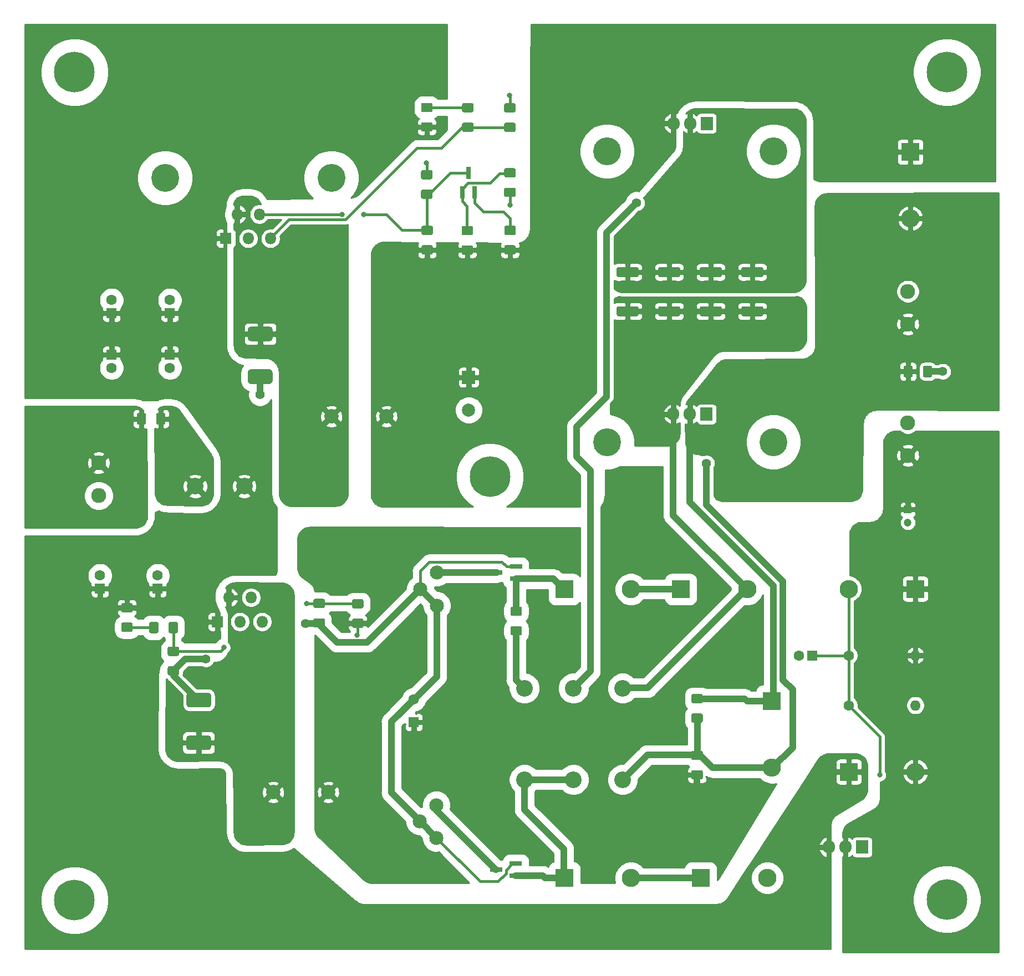
<source format=gbr>
%TF.GenerationSoftware,KiCad,Pcbnew,(5.1.6)-1*%
%TF.CreationDate,2020-07-06T22:25:41+02:00*%
%TF.ProjectId,Power_supply,506f7765-725f-4737-9570-706c792e6b69,rev?*%
%TF.SameCoordinates,PX2b5d568PYa62d478*%
%TF.FileFunction,Copper,L1,Top*%
%TF.FilePolarity,Positive*%
%FSLAX46Y46*%
G04 Gerber Fmt 4.6, Leading zero omitted, Abs format (unit mm)*
G04 Created by KiCad (PCBNEW (5.1.6)-1) date 2020-07-06 22:25:41*
%MOMM*%
%LPD*%
G01*
G04 APERTURE LIST*
%TA.AperFunction,ComponentPad*%
%ADD10C,6.200000*%
%TD*%
%TA.AperFunction,ComponentPad*%
%ADD11O,1.905000X2.000000*%
%TD*%
%TA.AperFunction,ComponentPad*%
%ADD12R,1.905000X2.000000*%
%TD*%
%TA.AperFunction,ComponentPad*%
%ADD13O,1.800000X1.800000*%
%TD*%
%TA.AperFunction,ComponentPad*%
%ADD14R,1.800000X1.800000*%
%TD*%
%TA.AperFunction,ComponentPad*%
%ADD15O,1.600000X1.600000*%
%TD*%
%TA.AperFunction,ComponentPad*%
%ADD16C,1.600000*%
%TD*%
%TA.AperFunction,ComponentPad*%
%ADD17C,2.290000*%
%TD*%
%TA.AperFunction,ComponentPad*%
%ADD18O,2.800000X2.800000*%
%TD*%
%TA.AperFunction,ComponentPad*%
%ADD19R,2.800000X2.800000*%
%TD*%
%TA.AperFunction,ComponentPad*%
%ADD20C,1.200000*%
%TD*%
%TA.AperFunction,ComponentPad*%
%ADD21R,1.200000X1.200000*%
%TD*%
%TA.AperFunction,ComponentPad*%
%ADD22R,1.600000X1.600000*%
%TD*%
%TA.AperFunction,ComponentPad*%
%ADD23C,4.250000*%
%TD*%
%TA.AperFunction,ComponentPad*%
%ADD24C,2.550000*%
%TD*%
%TA.AperFunction,ComponentPad*%
%ADD25C,2.150000*%
%TD*%
%TA.AperFunction,SMDPad,CuDef*%
%ADD26R,1.900000X0.800000*%
%TD*%
%TA.AperFunction,SMDPad,CuDef*%
%ADD27R,0.800000X1.900000*%
%TD*%
%TA.AperFunction,ComponentPad*%
%ADD28C,2.200000*%
%TD*%
%TA.AperFunction,ComponentPad*%
%ADD29C,2.000000*%
%TD*%
%TA.AperFunction,ComponentPad*%
%ADD30R,2.000000X2.000000*%
%TD*%
%TA.AperFunction,ViaPad*%
%ADD31C,0.800000*%
%TD*%
%TA.AperFunction,ViaPad*%
%ADD32C,1.400000*%
%TD*%
%TA.AperFunction,Conductor*%
%ADD33C,0.400000*%
%TD*%
%TA.AperFunction,Conductor*%
%ADD34C,1.000000*%
%TD*%
%TA.AperFunction,Conductor*%
%ADD35C,0.254000*%
%TD*%
G04 APERTURE END LIST*
D10*
%TO.P,M3_3,1*%
%TO.N,N/C*%
X72178920Y73324080D03*
%TD*%
%TO.P,M3_5,1*%
%TO.N,N/C*%
X141980920Y8768080D03*
%TD*%
%TO.P,M3_4,1*%
%TO.N,N/C*%
X8757920Y8641080D03*
%TD*%
%TO.P,M3_2,1*%
%TO.N,N/C*%
X141980920Y135133080D03*
%TD*%
%TO.P,M3_1,1*%
%TO.N,N/C*%
X8757920Y135133080D03*
%TD*%
%TO.P,F1,2*%
%TO.N,+36V*%
%TA.AperFunction,SMDPad,CuDef*%
G36*
G01*
X19666920Y82799080D02*
X19666920Y81549080D01*
G75*
G02*
X19416920Y81299080I-250000J0D01*
G01*
X18491920Y81299080D01*
G75*
G02*
X18241920Y81549080I0J250000D01*
G01*
X18241920Y82799080D01*
G75*
G02*
X18491920Y83049080I250000J0D01*
G01*
X19416920Y83049080D01*
G75*
G02*
X19666920Y82799080I0J-250000D01*
G01*
G37*
%TD.AperFunction*%
%TO.P,F1,1*%
%TO.N,Net-(F1-Pad1)*%
%TA.AperFunction,SMDPad,CuDef*%
G36*
G01*
X22641920Y82799080D02*
X22641920Y81549080D01*
G75*
G02*
X22391920Y81299080I-250000J0D01*
G01*
X21466920Y81299080D01*
G75*
G02*
X21216920Y81549080I0J250000D01*
G01*
X21216920Y82799080D01*
G75*
G02*
X21466920Y83049080I250000J0D01*
G01*
X22391920Y83049080D01*
G75*
G02*
X22641920Y82799080I0J-250000D01*
G01*
G37*
%TD.AperFunction*%
%TD*%
D11*
%TO.P,U5,3*%
%TO.N,Net-(C10-Pad1)*%
X123948920Y16749080D03*
%TO.P,U5,2*%
%TO.N,Net-(C15-Pad1)*%
X126488920Y16749080D03*
D12*
%TO.P,U5,1*%
%TO.N,Net-(C14-Pad1)*%
X129028920Y16749080D03*
%TD*%
D13*
%TO.P,U4,5*%
%TO.N,Net-(R15-Pad1)*%
X37401920Y51186080D03*
%TO.P,U4,4*%
%TO.N,Net-(R13-Pad2)*%
X35701920Y54886080D03*
%TO.P,U4,3*%
%TO.N,Net-(C10-Pad2)*%
X34001920Y51186080D03*
%TO.P,U4,2*%
%TO.N,Net-(D8-Pad1)*%
X32301920Y54886080D03*
D14*
%TO.P,U4,1*%
%TO.N,Net-(C10-Pad1)*%
X30601920Y51186080D03*
%TD*%
D15*
%TO.P,R18,2*%
%TO.N,GND*%
X137154920Y38422580D03*
D16*
%TO.P,R18,1*%
%TO.N,Net-(C14-Pad1)*%
X126994920Y38422580D03*
%TD*%
D15*
%TO.P,R17,2*%
%TO.N,Net-(C15-Pad1)*%
X137154920Y46042580D03*
D16*
%TO.P,R17,1*%
%TO.N,Net-(C14-Pad1)*%
X126994920Y46042580D03*
%TD*%
D17*
%TO.P,J3,2*%
%TO.N,GND*%
X136011920Y81589880D03*
%TO.P,J3,1*%
%TO.N,Net-(C15-Pad1)*%
X136011920Y76586080D03*
%TD*%
D18*
%TO.P,D10,2*%
%TO.N,Net-(C14-Pad1)*%
X126994920Y56202580D03*
D19*
%TO.P,D10,1*%
%TO.N,Net-(C15-Pad1)*%
X137154920Y56202580D03*
%TD*%
D18*
%TO.P,D9,2*%
%TO.N,Net-(C15-Pad1)*%
X137154920Y28262580D03*
D19*
%TO.P,D9,1*%
%TO.N,Net-(C10-Pad1)*%
X126994920Y28262580D03*
%TD*%
D20*
%TO.P,C15,2*%
%TO.N,GND*%
X136011920Y66331080D03*
D21*
%TO.P,C15,1*%
%TO.N,Net-(C15-Pad1)*%
X136011920Y68331080D03*
%TD*%
D16*
%TO.P,C14,2*%
%TO.N,GND*%
X119381520Y46019720D03*
D22*
%TO.P,C14,1*%
%TO.N,Net-(C14-Pad1)*%
X121381520Y46019720D03*
%TD*%
D17*
%TO.P,J1,2*%
%TO.N,GND*%
X12440920Y70439280D03*
%TO.P,J1,1*%
%TO.N,+36V*%
X12440920Y75443080D03*
%TD*%
%TO.P,R12,2*%
%TO.N,Net-(D5-Pad1)*%
%TA.AperFunction,SMDPad,CuDef*%
G36*
G01*
X76825000Y52067760D02*
X75575000Y52067760D01*
G75*
G02*
X75325000Y52317760I0J250000D01*
G01*
X75325000Y53242760D01*
G75*
G02*
X75575000Y53492760I250000J0D01*
G01*
X76825000Y53492760D01*
G75*
G02*
X77075000Y53242760I0J-250000D01*
G01*
X77075000Y52317760D01*
G75*
G02*
X76825000Y52067760I-250000J0D01*
G01*
G37*
%TD.AperFunction*%
%TO.P,R12,1*%
%TO.N,Net-(R12-Pad1)*%
%TA.AperFunction,SMDPad,CuDef*%
G36*
G01*
X76825000Y49092760D02*
X75575000Y49092760D01*
G75*
G02*
X75325000Y49342760I0J250000D01*
G01*
X75325000Y50267760D01*
G75*
G02*
X75575000Y50517760I250000J0D01*
G01*
X76825000Y50517760D01*
G75*
G02*
X77075000Y50267760I0J-250000D01*
G01*
X77075000Y49342760D01*
G75*
G02*
X76825000Y49092760I-250000J0D01*
G01*
G37*
%TD.AperFunction*%
%TD*%
D11*
%TO.P,U3,2*%
%TO.N,Net-(C8-Pad1)*%
X102726920Y82889080D03*
D12*
%TO.P,U3,1*%
%TO.N,Net-(C9-Pad1)*%
X105266920Y82889080D03*
D11*
%TO.P,U3,3*%
%TO.N,Net-(D4-Pad2)*%
X100186920Y82889080D03*
D23*
%TO.P,U3,*%
%TO.N,*%
X90066920Y78639080D03*
X115466920Y78639080D03*
%TD*%
D11*
%TO.P,U2,2*%
%TO.N,Net-(R2-Pad2)*%
X102752320Y127313680D03*
D12*
%TO.P,U2,1*%
%TO.N,Net-(RV1-Pad2)*%
X105292320Y127313680D03*
D11*
%TO.P,U2,3*%
%TO.N,Net-(C1-Pad1)*%
X100212320Y127313680D03*
D23*
%TO.P,U2,*%
%TO.N,*%
X90092320Y123063680D03*
X115492320Y123063680D03*
%TD*%
%TO.P,U1,*%
%TO.N,*%
X47971920Y118983080D03*
X22571920Y118983080D03*
D13*
%TO.P,U1,5*%
%TO.N,Net-(R10-Pad1)*%
X38671920Y109733080D03*
%TO.P,U1,4*%
%TO.N,Net-(C1-Pad2)*%
X36971920Y113433080D03*
%TO.P,U1,3*%
%TO.N,GND*%
X35271920Y109733080D03*
%TO.P,U1,2*%
%TO.N,Net-(D2-Pad1)*%
X33571920Y113433080D03*
D14*
%TO.P,U1,1*%
%TO.N,Net-(C10-Pad1)*%
X31871920Y109733080D03*
%TD*%
D24*
%TO.P,SW1,2*%
%TO.N,Net-(C10-Pad1)*%
X34672920Y71887080D03*
%TO.P,SW1,1*%
%TO.N,Net-(F1-Pad1)*%
X27172920Y71887080D03*
%TD*%
D25*
%TO.P,RV4,3*%
%TO.N,Net-(C10-Pad2)*%
X64066420Y53662580D03*
%TO.P,RV4,2*%
X61566420Y56162580D03*
%TO.P,RV4,1*%
%TO.N,Net-(Q3-Pad3)*%
X64066420Y58662580D03*
%TD*%
%TO.P,RV3,3*%
%TO.N,Net-(C10-Pad2)*%
X64002920Y18182580D03*
%TO.P,RV3,2*%
X61502920Y20682580D03*
%TO.P,RV3,1*%
%TO.N,Net-(Q2-Pad3)*%
X64002920Y23182580D03*
%TD*%
D24*
%TO.P,RV2,3*%
%TO.N,Net-(D6-Pad1)*%
X77450920Y27059080D03*
%TO.P,RV2,2*%
X84950920Y27059080D03*
%TO.P,RV2,1*%
%TO.N,Net-(C9-Pad1)*%
X92450920Y27059080D03*
%TD*%
%TO.P,RV1,3*%
%TO.N,Net-(R12-Pad1)*%
X77450920Y41029080D03*
%TO.P,RV1,2*%
%TO.N,Net-(RV1-Pad2)*%
X84950920Y41029080D03*
%TO.P,RV1,1*%
%TO.N,Net-(D4-Pad2)*%
X92450920Y41029080D03*
%TD*%
%TO.P,R16,2*%
%TO.N,Net-(R15-Pad1)*%
%TA.AperFunction,SMDPad,CuDef*%
G36*
G01*
X24476400Y45955460D02*
X23226400Y45955460D01*
G75*
G02*
X22976400Y46205460I0J250000D01*
G01*
X22976400Y47130460D01*
G75*
G02*
X23226400Y47380460I250000J0D01*
G01*
X24476400Y47380460D01*
G75*
G02*
X24726400Y47130460I0J-250000D01*
G01*
X24726400Y46205460D01*
G75*
G02*
X24476400Y45955460I-250000J0D01*
G01*
G37*
%TD.AperFunction*%
%TO.P,R16,1*%
%TO.N,Net-(C10-Pad2)*%
%TA.AperFunction,SMDPad,CuDef*%
G36*
G01*
X24476400Y42980460D02*
X23226400Y42980460D01*
G75*
G02*
X22976400Y43230460I0J250000D01*
G01*
X22976400Y44155460D01*
G75*
G02*
X23226400Y44405460I250000J0D01*
G01*
X24476400Y44405460D01*
G75*
G02*
X24726400Y44155460I0J-250000D01*
G01*
X24726400Y43230460D01*
G75*
G02*
X24476400Y42980460I-250000J0D01*
G01*
G37*
%TD.AperFunction*%
%TD*%
%TO.P,R15,2*%
%TO.N,Net-(C12-Pad2)*%
%TA.AperFunction,SMDPad,CuDef*%
G36*
G01*
X21571920Y50922080D02*
X21571920Y49672080D01*
G75*
G02*
X21321920Y49422080I-250000J0D01*
G01*
X20396920Y49422080D01*
G75*
G02*
X20146920Y49672080I0J250000D01*
G01*
X20146920Y50922080D01*
G75*
G02*
X20396920Y51172080I250000J0D01*
G01*
X21321920Y51172080D01*
G75*
G02*
X21571920Y50922080I0J-250000D01*
G01*
G37*
%TD.AperFunction*%
%TO.P,R15,1*%
%TO.N,Net-(R15-Pad1)*%
%TA.AperFunction,SMDPad,CuDef*%
G36*
G01*
X24546920Y50922080D02*
X24546920Y49672080D01*
G75*
G02*
X24296920Y49422080I-250000J0D01*
G01*
X23371920Y49422080D01*
G75*
G02*
X23121920Y49672080I0J250000D01*
G01*
X23121920Y50922080D01*
G75*
G02*
X23371920Y51172080I250000J0D01*
G01*
X24296920Y51172080D01*
G75*
G02*
X24546920Y50922080I0J-250000D01*
G01*
G37*
%TD.AperFunction*%
%TD*%
%TO.P,R14,2*%
%TO.N,Net-(C10-Pad2)*%
%TA.AperFunction,SMDPad,CuDef*%
G36*
G01*
X45486160Y51714100D02*
X46736160Y51714100D01*
G75*
G02*
X46986160Y51464100I0J-250000D01*
G01*
X46986160Y50539100D01*
G75*
G02*
X46736160Y50289100I-250000J0D01*
G01*
X45486160Y50289100D01*
G75*
G02*
X45236160Y50539100I0J250000D01*
G01*
X45236160Y51464100D01*
G75*
G02*
X45486160Y51714100I250000J0D01*
G01*
G37*
%TD.AperFunction*%
%TO.P,R14,1*%
%TO.N,Net-(R13-Pad2)*%
%TA.AperFunction,SMDPad,CuDef*%
G36*
G01*
X45486160Y54689100D02*
X46736160Y54689100D01*
G75*
G02*
X46986160Y54439100I0J-250000D01*
G01*
X46986160Y53514100D01*
G75*
G02*
X46736160Y53264100I-250000J0D01*
G01*
X45486160Y53264100D01*
G75*
G02*
X45236160Y53514100I0J250000D01*
G01*
X45236160Y54439100D01*
G75*
G02*
X45486160Y54689100I250000J0D01*
G01*
G37*
%TD.AperFunction*%
%TD*%
%TO.P,R13,2*%
%TO.N,Net-(R13-Pad2)*%
%TA.AperFunction,SMDPad,CuDef*%
G36*
G01*
X52628960Y53213300D02*
X51378960Y53213300D01*
G75*
G02*
X51128960Y53463300I0J250000D01*
G01*
X51128960Y54388300D01*
G75*
G02*
X51378960Y54638300I250000J0D01*
G01*
X52628960Y54638300D01*
G75*
G02*
X52878960Y54388300I0J-250000D01*
G01*
X52878960Y53463300D01*
G75*
G02*
X52628960Y53213300I-250000J0D01*
G01*
G37*
%TD.AperFunction*%
%TO.P,R13,1*%
%TO.N,GND*%
%TA.AperFunction,SMDPad,CuDef*%
G36*
G01*
X52628960Y50238300D02*
X51378960Y50238300D01*
G75*
G02*
X51128960Y50488300I0J250000D01*
G01*
X51128960Y51413300D01*
G75*
G02*
X51378960Y51663300I250000J0D01*
G01*
X52628960Y51663300D01*
G75*
G02*
X52878960Y51413300I0J-250000D01*
G01*
X52878960Y50488300D01*
G75*
G02*
X52628960Y50238300I-250000J0D01*
G01*
G37*
%TD.AperFunction*%
%TD*%
%TO.P,R11,2*%
%TO.N,GND*%
%TA.AperFunction,SMDPad,CuDef*%
G36*
G01*
X75860920Y128968080D02*
X74610920Y128968080D01*
G75*
G02*
X74360920Y129218080I0J250000D01*
G01*
X74360920Y130143080D01*
G75*
G02*
X74610920Y130393080I250000J0D01*
G01*
X75860920Y130393080D01*
G75*
G02*
X76110920Y130143080I0J-250000D01*
G01*
X76110920Y129218080D01*
G75*
G02*
X75860920Y128968080I-250000J0D01*
G01*
G37*
%TD.AperFunction*%
%TO.P,R11,1*%
%TO.N,Net-(R10-Pad1)*%
%TA.AperFunction,SMDPad,CuDef*%
G36*
G01*
X75860920Y125993080D02*
X74610920Y125993080D01*
G75*
G02*
X74360920Y126243080I0J250000D01*
G01*
X74360920Y127168080D01*
G75*
G02*
X74610920Y127418080I250000J0D01*
G01*
X75860920Y127418080D01*
G75*
G02*
X76110920Y127168080I0J-250000D01*
G01*
X76110920Y126243080D01*
G75*
G02*
X75860920Y125993080I-250000J0D01*
G01*
G37*
%TD.AperFunction*%
%TD*%
%TO.P,R10,2*%
%TO.N,Net-(C6-Pad2)*%
%TA.AperFunction,SMDPad,CuDef*%
G36*
G01*
X69440920Y128988080D02*
X68190920Y128988080D01*
G75*
G02*
X67940920Y129238080I0J250000D01*
G01*
X67940920Y130163080D01*
G75*
G02*
X68190920Y130413080I250000J0D01*
G01*
X69440920Y130413080D01*
G75*
G02*
X69690920Y130163080I0J-250000D01*
G01*
X69690920Y129238080D01*
G75*
G02*
X69440920Y128988080I-250000J0D01*
G01*
G37*
%TD.AperFunction*%
%TO.P,R10,1*%
%TO.N,Net-(R10-Pad1)*%
%TA.AperFunction,SMDPad,CuDef*%
G36*
G01*
X69440920Y126013080D02*
X68190920Y126013080D01*
G75*
G02*
X67940920Y126263080I0J250000D01*
G01*
X67940920Y127188080D01*
G75*
G02*
X68190920Y127438080I250000J0D01*
G01*
X69440920Y127438080D01*
G75*
G02*
X69690920Y127188080I0J-250000D01*
G01*
X69690920Y126263080D01*
G75*
G02*
X69440920Y126013080I-250000J0D01*
G01*
G37*
%TD.AperFunction*%
%TD*%
%TO.P,R9,2*%
%TO.N,Net-(C9-Pad1)*%
%TA.AperFunction,SMDPad,CuDef*%
G36*
G01*
X103192420Y37176080D02*
X104442420Y37176080D01*
G75*
G02*
X104692420Y36926080I0J-250000D01*
G01*
X104692420Y36001080D01*
G75*
G02*
X104442420Y35751080I-250000J0D01*
G01*
X103192420Y35751080D01*
G75*
G02*
X102942420Y36001080I0J250000D01*
G01*
X102942420Y36926080D01*
G75*
G02*
X103192420Y37176080I250000J0D01*
G01*
G37*
%TD.AperFunction*%
%TO.P,R9,1*%
%TO.N,Net-(C8-Pad1)*%
%TA.AperFunction,SMDPad,CuDef*%
G36*
G01*
X103192420Y40151080D02*
X104442420Y40151080D01*
G75*
G02*
X104692420Y39901080I0J-250000D01*
G01*
X104692420Y38976080D01*
G75*
G02*
X104442420Y38726080I-250000J0D01*
G01*
X103192420Y38726080D01*
G75*
G02*
X102942420Y38976080I0J250000D01*
G01*
X102942420Y39901080D01*
G75*
G02*
X103192420Y40151080I250000J0D01*
G01*
G37*
%TD.AperFunction*%
%TD*%
%TO.P,R8,2*%
%TO.N,Net-(R2-Pad2)*%
%TA.AperFunction,SMDPad,CuDef*%
G36*
G01*
X94637921Y103830080D02*
X91787919Y103830080D01*
G75*
G02*
X91537920Y104080079I0J249999D01*
G01*
X91537920Y105105081D01*
G75*
G02*
X91787919Y105355080I249999J0D01*
G01*
X94637921Y105355080D01*
G75*
G02*
X94887920Y105105081I0J-249999D01*
G01*
X94887920Y104080079D01*
G75*
G02*
X94637921Y103830080I-249999J0D01*
G01*
G37*
%TD.AperFunction*%
%TO.P,R8,1*%
%TO.N,Net-(D4-Pad2)*%
%TA.AperFunction,SMDPad,CuDef*%
G36*
G01*
X94637921Y97855080D02*
X91787919Y97855080D01*
G75*
G02*
X91537920Y98105079I0J249999D01*
G01*
X91537920Y99130081D01*
G75*
G02*
X91787919Y99380080I249999J0D01*
G01*
X94637921Y99380080D01*
G75*
G02*
X94887920Y99130081I0J-249999D01*
G01*
X94887920Y98105079D01*
G75*
G02*
X94637921Y97855080I-249999J0D01*
G01*
G37*
%TD.AperFunction*%
%TD*%
%TO.P,R7,2*%
%TO.N,Net-(R2-Pad2)*%
%TA.AperFunction,SMDPad,CuDef*%
G36*
G01*
X100987921Y103830080D02*
X98137919Y103830080D01*
G75*
G02*
X97887920Y104080079I0J249999D01*
G01*
X97887920Y105105081D01*
G75*
G02*
X98137919Y105355080I249999J0D01*
G01*
X100987921Y105355080D01*
G75*
G02*
X101237920Y105105081I0J-249999D01*
G01*
X101237920Y104080079D01*
G75*
G02*
X100987921Y103830080I-249999J0D01*
G01*
G37*
%TD.AperFunction*%
%TO.P,R7,1*%
%TO.N,Net-(D4-Pad2)*%
%TA.AperFunction,SMDPad,CuDef*%
G36*
G01*
X100987921Y97855080D02*
X98137919Y97855080D01*
G75*
G02*
X97887920Y98105079I0J249999D01*
G01*
X97887920Y99130081D01*
G75*
G02*
X98137919Y99380080I249999J0D01*
G01*
X100987921Y99380080D01*
G75*
G02*
X101237920Y99130081I0J-249999D01*
G01*
X101237920Y98105079D01*
G75*
G02*
X100987921Y97855080I-249999J0D01*
G01*
G37*
%TD.AperFunction*%
%TD*%
%TO.P,R6,2*%
%TO.N,Net-(C1-Pad1)*%
%TA.AperFunction,SMDPad,CuDef*%
G36*
G01*
X68107400Y108681220D02*
X69357400Y108681220D01*
G75*
G02*
X69607400Y108431220I0J-250000D01*
G01*
X69607400Y107506220D01*
G75*
G02*
X69357400Y107256220I-250000J0D01*
G01*
X68107400Y107256220D01*
G75*
G02*
X67857400Y107506220I0J250000D01*
G01*
X67857400Y108431220D01*
G75*
G02*
X68107400Y108681220I250000J0D01*
G01*
G37*
%TD.AperFunction*%
%TO.P,R6,1*%
%TO.N,Net-(Q1-Pad1)*%
%TA.AperFunction,SMDPad,CuDef*%
G36*
G01*
X68107400Y111656220D02*
X69357400Y111656220D01*
G75*
G02*
X69607400Y111406220I0J-250000D01*
G01*
X69607400Y110481220D01*
G75*
G02*
X69357400Y110231220I-250000J0D01*
G01*
X68107400Y110231220D01*
G75*
G02*
X67857400Y110481220I0J250000D01*
G01*
X67857400Y111406220D01*
G75*
G02*
X68107400Y111656220I250000J0D01*
G01*
G37*
%TD.AperFunction*%
%TD*%
%TO.P,R5,2*%
%TO.N,Net-(C1-Pad1)*%
%TA.AperFunction,SMDPad,CuDef*%
G36*
G01*
X74630120Y108704080D02*
X75880120Y108704080D01*
G75*
G02*
X76130120Y108454080I0J-250000D01*
G01*
X76130120Y107529080D01*
G75*
G02*
X75880120Y107279080I-250000J0D01*
G01*
X74630120Y107279080D01*
G75*
G02*
X74380120Y107529080I0J250000D01*
G01*
X74380120Y108454080D01*
G75*
G02*
X74630120Y108704080I250000J0D01*
G01*
G37*
%TD.AperFunction*%
%TO.P,R5,1*%
%TO.N,Net-(Q1-Pad2)*%
%TA.AperFunction,SMDPad,CuDef*%
G36*
G01*
X74630120Y111679080D02*
X75880120Y111679080D01*
G75*
G02*
X76130120Y111429080I0J-250000D01*
G01*
X76130120Y110504080D01*
G75*
G02*
X75880120Y110254080I-250000J0D01*
G01*
X74630120Y110254080D01*
G75*
G02*
X74380120Y110504080I0J250000D01*
G01*
X74380120Y111429080D01*
G75*
G02*
X74630120Y111679080I250000J0D01*
G01*
G37*
%TD.AperFunction*%
%TD*%
%TO.P,R4,2*%
%TO.N,Net-(R2-Pad2)*%
%TA.AperFunction,SMDPad,CuDef*%
G36*
G01*
X107337921Y103830080D02*
X104487919Y103830080D01*
G75*
G02*
X104237920Y104080079I0J249999D01*
G01*
X104237920Y105105081D01*
G75*
G02*
X104487919Y105355080I249999J0D01*
G01*
X107337921Y105355080D01*
G75*
G02*
X107587920Y105105081I0J-249999D01*
G01*
X107587920Y104080079D01*
G75*
G02*
X107337921Y103830080I-249999J0D01*
G01*
G37*
%TD.AperFunction*%
%TO.P,R4,1*%
%TO.N,Net-(D4-Pad2)*%
%TA.AperFunction,SMDPad,CuDef*%
G36*
G01*
X107337921Y97855080D02*
X104487919Y97855080D01*
G75*
G02*
X104237920Y98105079I0J249999D01*
G01*
X104237920Y99130081D01*
G75*
G02*
X104487919Y99380080I249999J0D01*
G01*
X107337921Y99380080D01*
G75*
G02*
X107587920Y99130081I0J-249999D01*
G01*
X107587920Y98105079D01*
G75*
G02*
X107337921Y97855080I-249999J0D01*
G01*
G37*
%TD.AperFunction*%
%TD*%
%TO.P,R3,2*%
%TO.N,GND*%
%TA.AperFunction,SMDPad,CuDef*%
G36*
G01*
X63172500Y118763080D02*
X61922500Y118763080D01*
G75*
G02*
X61672500Y119013080I0J250000D01*
G01*
X61672500Y119938080D01*
G75*
G02*
X61922500Y120188080I250000J0D01*
G01*
X63172500Y120188080D01*
G75*
G02*
X63422500Y119938080I0J-250000D01*
G01*
X63422500Y119013080D01*
G75*
G02*
X63172500Y118763080I-250000J0D01*
G01*
G37*
%TD.AperFunction*%
%TO.P,R3,1*%
%TO.N,Net-(C1-Pad2)*%
%TA.AperFunction,SMDPad,CuDef*%
G36*
G01*
X63172500Y115788080D02*
X61922500Y115788080D01*
G75*
G02*
X61672500Y116038080I0J250000D01*
G01*
X61672500Y116963080D01*
G75*
G02*
X61922500Y117213080I250000J0D01*
G01*
X63172500Y117213080D01*
G75*
G02*
X63422500Y116963080I0J-250000D01*
G01*
X63422500Y116038080D01*
G75*
G02*
X63172500Y115788080I-250000J0D01*
G01*
G37*
%TD.AperFunction*%
%TD*%
%TO.P,R2,2*%
%TO.N,Net-(R2-Pad2)*%
%TA.AperFunction,SMDPad,CuDef*%
G36*
G01*
X113687921Y103830080D02*
X110837919Y103830080D01*
G75*
G02*
X110587920Y104080079I0J249999D01*
G01*
X110587920Y105105081D01*
G75*
G02*
X110837919Y105355080I249999J0D01*
G01*
X113687921Y105355080D01*
G75*
G02*
X113937920Y105105081I0J-249999D01*
G01*
X113937920Y104080079D01*
G75*
G02*
X113687921Y103830080I-249999J0D01*
G01*
G37*
%TD.AperFunction*%
%TO.P,R2,1*%
%TO.N,Net-(D4-Pad2)*%
%TA.AperFunction,SMDPad,CuDef*%
G36*
G01*
X113687921Y97855080D02*
X110837919Y97855080D01*
G75*
G02*
X110587920Y98105079I0J249999D01*
G01*
X110587920Y99130081D01*
G75*
G02*
X110837919Y99380080I249999J0D01*
G01*
X113687921Y99380080D01*
G75*
G02*
X113937920Y99130081I0J-249999D01*
G01*
X113937920Y98105079D01*
G75*
G02*
X113687921Y97855080I-249999J0D01*
G01*
G37*
%TD.AperFunction*%
%TD*%
%TO.P,R1,2*%
%TO.N,Net-(Q1-Pad1)*%
%TA.AperFunction,SMDPad,CuDef*%
G36*
G01*
X75872500Y119045020D02*
X74622500Y119045020D01*
G75*
G02*
X74372500Y119295020I0J250000D01*
G01*
X74372500Y120220020D01*
G75*
G02*
X74622500Y120470020I250000J0D01*
G01*
X75872500Y120470020D01*
G75*
G02*
X76122500Y120220020I0J-250000D01*
G01*
X76122500Y119295020D01*
G75*
G02*
X75872500Y119045020I-250000J0D01*
G01*
G37*
%TD.AperFunction*%
%TO.P,R1,1*%
%TO.N,Net-(C8-Pad1)*%
%TA.AperFunction,SMDPad,CuDef*%
G36*
G01*
X75872500Y116070020D02*
X74622500Y116070020D01*
G75*
G02*
X74372500Y116320020I0J250000D01*
G01*
X74372500Y117245020D01*
G75*
G02*
X74622500Y117495020I250000J0D01*
G01*
X75872500Y117495020D01*
G75*
G02*
X76122500Y117245020I0J-250000D01*
G01*
X76122500Y116320020D01*
G75*
G02*
X75872500Y116070020I-250000J0D01*
G01*
G37*
%TD.AperFunction*%
%TD*%
D26*
%TO.P,Q3,3*%
%TO.N,Net-(Q3-Pad3)*%
X73170920Y58679080D03*
%TO.P,Q3,2*%
%TO.N,Net-(C10-Pad2)*%
X76170920Y59629080D03*
%TO.P,Q3,1*%
%TO.N,Net-(D5-Pad1)*%
X76170920Y57729080D03*
%TD*%
%TO.P,Q2,3*%
%TO.N,Net-(Q2-Pad3)*%
X73146920Y13319080D03*
%TO.P,Q2,2*%
%TO.N,Net-(C10-Pad2)*%
X76146920Y14269080D03*
%TO.P,Q2,1*%
%TO.N,Net-(D6-Pad1)*%
X76146920Y12369080D03*
%TD*%
D27*
%TO.P,Q1,3*%
%TO.N,Net-(C1-Pad2)*%
X68897500Y119770020D03*
%TO.P,Q1,2*%
%TO.N,Net-(Q1-Pad2)*%
X69847500Y116770020D03*
%TO.P,Q1,1*%
%TO.N,Net-(Q1-Pad1)*%
X67947500Y116770020D03*
%TD*%
D28*
%TO.P,L2,2*%
%TO.N,Net-(D8-Pad1)*%
X39092920Y25151080D03*
%TO.P,L2,1*%
%TO.N,GND*%
X47492920Y25151080D03*
%TD*%
%TO.P,L1,2*%
%TO.N,Net-(D2-Pad1)*%
X47982920Y82555080D03*
%TO.P,L1,1*%
%TO.N,Net-(C1-Pad1)*%
X56382920Y82555080D03*
%TD*%
D17*
%TO.P,J2,2*%
%TO.N,GND*%
X136011920Y101655880D03*
%TO.P,J2,1*%
%TO.N,Net-(C8-Pad1)*%
X136011920Y96652080D03*
%TD*%
%TO.P,D8,2*%
%TO.N,Net-(C10-Pad2)*%
%TA.AperFunction,SMDPad,CuDef*%
G36*
G01*
X29176720Y38097680D02*
X26286720Y38097680D01*
G75*
G02*
X25836720Y38547680I0J450000D01*
G01*
X25836720Y39897680D01*
G75*
G02*
X26286720Y40347680I450000J0D01*
G01*
X29176720Y40347680D01*
G75*
G02*
X29626720Y39897680I0J-450000D01*
G01*
X29626720Y38547680D01*
G75*
G02*
X29176720Y38097680I-450000J0D01*
G01*
G37*
%TD.AperFunction*%
%TO.P,D8,1*%
%TO.N,Net-(D8-Pad1)*%
%TA.AperFunction,SMDPad,CuDef*%
G36*
G01*
X29151320Y31569880D02*
X26261320Y31569880D01*
G75*
G02*
X25811320Y32019880I0J450000D01*
G01*
X25811320Y33369880D01*
G75*
G02*
X26261320Y33819880I450000J0D01*
G01*
X29151320Y33819880D01*
G75*
G02*
X29601320Y33369880I0J-450000D01*
G01*
X29601320Y32019880D01*
G75*
G02*
X29151320Y31569880I-450000J0D01*
G01*
G37*
%TD.AperFunction*%
%TD*%
D18*
%TO.P,D7,2*%
%TO.N,GND*%
X114548920Y12049080D03*
D19*
%TO.P,D7,1*%
%TO.N,Net-(D6-Pad2)*%
X104388920Y12049080D03*
%TD*%
D18*
%TO.P,D6,2*%
%TO.N,Net-(D6-Pad2)*%
X93720920Y12049080D03*
D19*
%TO.P,D6,1*%
%TO.N,Net-(D6-Pad1)*%
X83560920Y12049080D03*
%TD*%
D18*
%TO.P,D5,2*%
%TO.N,Net-(D4-Pad1)*%
X93720920Y56139080D03*
D19*
%TO.P,D5,1*%
%TO.N,Net-(D5-Pad1)*%
X83560920Y56139080D03*
%TD*%
D18*
%TO.P,D4,2*%
%TO.N,Net-(D4-Pad2)*%
X111500920Y56139080D03*
D19*
%TO.P,D4,1*%
%TO.N,Net-(D4-Pad1)*%
X101340920Y56139080D03*
%TD*%
D18*
%TO.P,D3,2*%
%TO.N,Net-(C9-Pad1)*%
X115247420Y28917900D03*
D19*
%TO.P,D3,1*%
%TO.N,Net-(C8-Pad1)*%
X115247420Y39077900D03*
%TD*%
%TO.P,D2,2*%
%TO.N,GND*%
%TA.AperFunction,SMDPad,CuDef*%
G36*
G01*
X35646620Y89750680D02*
X38536620Y89750680D01*
G75*
G02*
X38986620Y89300680I0J-450000D01*
G01*
X38986620Y87950680D01*
G75*
G02*
X38536620Y87500680I-450000J0D01*
G01*
X35646620Y87500680D01*
G75*
G02*
X35196620Y87950680I0J450000D01*
G01*
X35196620Y89300680D01*
G75*
G02*
X35646620Y89750680I450000J0D01*
G01*
G37*
%TD.AperFunction*%
%TO.P,D2,1*%
%TO.N,Net-(D2-Pad1)*%
%TA.AperFunction,SMDPad,CuDef*%
G36*
G01*
X35672020Y96278480D02*
X38562020Y96278480D01*
G75*
G02*
X39012020Y95828480I0J-450000D01*
G01*
X39012020Y94478480D01*
G75*
G02*
X38562020Y94028480I-450000J0D01*
G01*
X35672020Y94028480D01*
G75*
G02*
X35222020Y94478480I0J450000D01*
G01*
X35222020Y95828480D01*
G75*
G02*
X35672020Y96278480I450000J0D01*
G01*
G37*
%TD.AperFunction*%
%TD*%
D18*
%TO.P,D1,2*%
%TO.N,Net-(C8-Pad1)*%
X136392920Y112781080D03*
D19*
%TO.P,D1,1*%
%TO.N,Net-(C1-Pad1)*%
X136392920Y122941080D03*
%TD*%
D16*
%TO.P,C13,2*%
%TO.N,Net-(C10-Pad2)*%
X60573920Y39319080D03*
D22*
%TO.P,C13,1*%
%TO.N,GND*%
X60573920Y35819080D03*
%TD*%
%TO.P,C12,2*%
%TO.N,Net-(C12-Pad2)*%
%TA.AperFunction,SMDPad,CuDef*%
G36*
G01*
X16133920Y51046080D02*
X17383920Y51046080D01*
G75*
G02*
X17633920Y50796080I0J-250000D01*
G01*
X17633920Y49871080D01*
G75*
G02*
X17383920Y49621080I-250000J0D01*
G01*
X16133920Y49621080D01*
G75*
G02*
X15883920Y49871080I0J250000D01*
G01*
X15883920Y50796080D01*
G75*
G02*
X16133920Y51046080I250000J0D01*
G01*
G37*
%TD.AperFunction*%
%TO.P,C12,1*%
%TO.N,Net-(C10-Pad1)*%
%TA.AperFunction,SMDPad,CuDef*%
G36*
G01*
X16133920Y54021080D02*
X17383920Y54021080D01*
G75*
G02*
X17633920Y53771080I0J-250000D01*
G01*
X17633920Y52846080D01*
G75*
G02*
X17383920Y52596080I-250000J0D01*
G01*
X16133920Y52596080D01*
G75*
G02*
X15883920Y52846080I0J250000D01*
G01*
X15883920Y53771080D01*
G75*
G02*
X16133920Y54021080I250000J0D01*
G01*
G37*
%TD.AperFunction*%
%TD*%
D16*
%TO.P,C11,2*%
%TO.N,Net-(C10-Pad2)*%
X12640780Y58245760D03*
D22*
%TO.P,C11,1*%
%TO.N,Net-(C10-Pad1)*%
X12640780Y56245760D03*
%TD*%
D16*
%TO.P,C10,2*%
%TO.N,Net-(C10-Pad2)*%
X21455380Y58245760D03*
D22*
%TO.P,C10,1*%
%TO.N,Net-(C10-Pad1)*%
X21455380Y56245760D03*
%TD*%
%TO.P,C9,2*%
%TO.N,GND*%
%TA.AperFunction,SMDPad,CuDef*%
G36*
G01*
X103192420Y28503580D02*
X104442420Y28503580D01*
G75*
G02*
X104692420Y28253580I0J-250000D01*
G01*
X104692420Y27328580D01*
G75*
G02*
X104442420Y27078580I-250000J0D01*
G01*
X103192420Y27078580D01*
G75*
G02*
X102942420Y27328580I0J250000D01*
G01*
X102942420Y28253580D01*
G75*
G02*
X103192420Y28503580I250000J0D01*
G01*
G37*
%TD.AperFunction*%
%TO.P,C9,1*%
%TO.N,Net-(C9-Pad1)*%
%TA.AperFunction,SMDPad,CuDef*%
G36*
G01*
X103192420Y31478580D02*
X104442420Y31478580D01*
G75*
G02*
X104692420Y31228580I0J-250000D01*
G01*
X104692420Y30303580D01*
G75*
G02*
X104442420Y30053580I-250000J0D01*
G01*
X103192420Y30053580D01*
G75*
G02*
X102942420Y30303580I0J250000D01*
G01*
X102942420Y31228580D01*
G75*
G02*
X103192420Y31478580I250000J0D01*
G01*
G37*
%TD.AperFunction*%
%TD*%
%TO.P,C8,2*%
%TO.N,GND*%
%TA.AperFunction,SMDPad,CuDef*%
G36*
G01*
X138310920Y88788080D02*
X138310920Y90038080D01*
G75*
G02*
X138560920Y90288080I250000J0D01*
G01*
X139485920Y90288080D01*
G75*
G02*
X139735920Y90038080I0J-250000D01*
G01*
X139735920Y88788080D01*
G75*
G02*
X139485920Y88538080I-250000J0D01*
G01*
X138560920Y88538080D01*
G75*
G02*
X138310920Y88788080I0J250000D01*
G01*
G37*
%TD.AperFunction*%
%TO.P,C8,1*%
%TO.N,Net-(C8-Pad1)*%
%TA.AperFunction,SMDPad,CuDef*%
G36*
G01*
X135335920Y88788080D02*
X135335920Y90038080D01*
G75*
G02*
X135585920Y90288080I250000J0D01*
G01*
X136510920Y90288080D01*
G75*
G02*
X136760920Y90038080I0J-250000D01*
G01*
X136760920Y88788080D01*
G75*
G02*
X136510920Y88538080I-250000J0D01*
G01*
X135585920Y88538080D01*
G75*
G02*
X135335920Y88788080I0J250000D01*
G01*
G37*
%TD.AperFunction*%
%TD*%
D29*
%TO.P,C7,2*%
%TO.N,GND*%
X68955920Y83524080D03*
D30*
%TO.P,C7,1*%
%TO.N,Net-(C1-Pad1)*%
X68955920Y88524080D03*
%TD*%
%TO.P,C6,2*%
%TO.N,Net-(C6-Pad2)*%
%TA.AperFunction,SMDPad,CuDef*%
G36*
G01*
X63180920Y129028080D02*
X61930920Y129028080D01*
G75*
G02*
X61680920Y129278080I0J250000D01*
G01*
X61680920Y130203080D01*
G75*
G02*
X61930920Y130453080I250000J0D01*
G01*
X63180920Y130453080D01*
G75*
G02*
X63430920Y130203080I0J-250000D01*
G01*
X63430920Y129278080D01*
G75*
G02*
X63180920Y129028080I-250000J0D01*
G01*
G37*
%TD.AperFunction*%
%TO.P,C6,1*%
%TO.N,Net-(C10-Pad1)*%
%TA.AperFunction,SMDPad,CuDef*%
G36*
G01*
X63180920Y126053080D02*
X61930920Y126053080D01*
G75*
G02*
X61680920Y126303080I0J250000D01*
G01*
X61680920Y127228080D01*
G75*
G02*
X61930920Y127478080I250000J0D01*
G01*
X63180920Y127478080D01*
G75*
G02*
X63430920Y127228080I0J-250000D01*
G01*
X63430920Y126303080D01*
G75*
G02*
X63180920Y126053080I-250000J0D01*
G01*
G37*
%TD.AperFunction*%
%TD*%
D16*
%TO.P,C5,2*%
%TO.N,GND*%
X23304500Y100331020D03*
D22*
%TO.P,C5,1*%
%TO.N,Net-(C10-Pad1)*%
X23304500Y98331020D03*
%TD*%
D16*
%TO.P,C4,2*%
%TO.N,GND*%
X14414500Y100331020D03*
D22*
%TO.P,C4,1*%
%TO.N,Net-(C10-Pad1)*%
X14414500Y98331020D03*
%TD*%
D16*
%TO.P,C3,2*%
%TO.N,GND*%
X23304500Y89981020D03*
D22*
%TO.P,C3,1*%
%TO.N,Net-(C10-Pad1)*%
X23304500Y91981020D03*
%TD*%
D16*
%TO.P,C2,2*%
%TO.N,GND*%
X14414500Y89981020D03*
D22*
%TO.P,C2,1*%
%TO.N,Net-(C10-Pad1)*%
X14414500Y91981020D03*
%TD*%
%TO.P,C1,2*%
%TO.N,Net-(C1-Pad2)*%
%TA.AperFunction,SMDPad,CuDef*%
G36*
G01*
X63230920Y110254080D02*
X61980920Y110254080D01*
G75*
G02*
X61730920Y110504080I0J250000D01*
G01*
X61730920Y111429080D01*
G75*
G02*
X61980920Y111679080I250000J0D01*
G01*
X63230920Y111679080D01*
G75*
G02*
X63480920Y111429080I0J-250000D01*
G01*
X63480920Y110504080D01*
G75*
G02*
X63230920Y110254080I-250000J0D01*
G01*
G37*
%TD.AperFunction*%
%TO.P,C1,1*%
%TO.N,Net-(C1-Pad1)*%
%TA.AperFunction,SMDPad,CuDef*%
G36*
G01*
X63230920Y107279080D02*
X61980920Y107279080D01*
G75*
G02*
X61730920Y107529080I0J250000D01*
G01*
X61730920Y108454080D01*
G75*
G02*
X61980920Y108704080I250000J0D01*
G01*
X63230920Y108704080D01*
G75*
G02*
X63480920Y108454080I0J-250000D01*
G01*
X63480920Y107529080D01*
G75*
G02*
X63230920Y107279080I-250000J0D01*
G01*
G37*
%TD.AperFunction*%
%TD*%
D31*
%TO.N,Net-(C1-Pad2)*%
X49651920Y113416080D03*
X52953920Y113416080D03*
%TO.N,GND*%
X62478920Y121290080D03*
X75178920Y131577080D03*
X51937920Y49154080D03*
D32*
X37078920Y85857080D03*
X103825040Y25562560D03*
X141335760Y89408000D03*
X60568840Y49281080D03*
X46685200Y43774360D03*
X65135760Y12603480D03*
X56814720Y20091400D03*
X67899280Y55270400D03*
X72857360Y50256440D03*
X67487800Y43835320D03*
X60609480Y30302200D03*
X79806800Y15575280D03*
X70342760Y20584160D03*
X79375000Y54645560D03*
X78978760Y46040040D03*
X84749640Y49667160D03*
X81142840Y34737040D03*
X100050600Y34803080D03*
X81930240Y23317200D03*
X88737440Y12908280D03*
X98795840Y15631160D03*
X112349280Y24546560D03*
X91231720Y72776080D03*
X97271840Y72623680D03*
X99380040Y63037720D03*
X90815160Y62605920D03*
X106746040Y56189880D03*
X90693240Y48168560D03*
X112679480Y51958240D03*
X112364520Y43591480D03*
X45110400Y63957200D03*
X46974760Y57805320D03*
X56291480Y55499000D03*
X49204880Y51429920D03*
X67584320Y63840360D03*
X84383880Y63687960D03*
D31*
%TO.N,Net-(C8-Pad1)*%
X75265280Y114823240D03*
D32*
%TO.N,Net-(C9-Pad1)*%
X105266920Y75401600D03*
%TO.N,Net-(C10-Pad2)*%
X28823920Y45471080D03*
X44063920Y50932080D03*
D31*
%TO.N,Net-(R13-Pad2)*%
X44190920Y53980080D03*
%TO.N,Net-(R15-Pad1)*%
X31617920Y47249080D03*
D32*
%TO.N,Net-(RV1-Pad2)*%
X94609920Y115168680D03*
D31*
%TO.N,Net-(C14-Pad1)*%
X131754880Y27772360D03*
%TD*%
D33*
%TO.N,Net-(C1-Pad2)*%
X62605920Y110966580D02*
X62605920Y116210080D01*
X62605920Y116210080D02*
X66161920Y119766080D01*
X66161920Y119766080D02*
X68955920Y119766080D01*
X36971920Y113433080D02*
X46078920Y113433080D01*
X52953920Y113416080D02*
X56382920Y113416080D01*
X56382920Y113416080D02*
X58795920Y111003080D01*
X58795920Y111003080D02*
X62605920Y111003080D01*
X49634920Y113433080D02*
X49651920Y113416080D01*
X46078920Y113433080D02*
X49634920Y113433080D01*
%TO.N,GND*%
X62547500Y121221500D02*
X62478920Y121290080D01*
X62547500Y119475580D02*
X62547500Y121221500D01*
X75235920Y129680580D02*
X75235920Y131520080D01*
X75235920Y131520080D02*
X75178920Y131577080D01*
X52003960Y50950800D02*
X52003960Y49220120D01*
X52003960Y49220120D02*
X51937920Y49154080D01*
D34*
X37091620Y88625680D02*
X37091620Y85869780D01*
X37091620Y85869780D02*
X37078920Y85857080D01*
X103817420Y27791080D02*
X103817420Y25570180D01*
X103817420Y25570180D02*
X103825040Y25562560D01*
X139023420Y89413080D02*
X141330680Y89413080D01*
X141330680Y89413080D02*
X141335760Y89408000D01*
D33*
%TO.N,Net-(C6-Pad2)*%
X62555920Y129740580D02*
X68887420Y129740580D01*
D34*
%TO.N,Net-(C8-Pad1)*%
X111470440Y39060120D02*
X115351560Y39060120D01*
X111104680Y39425880D02*
X111470440Y39060120D01*
X103896160Y39425880D02*
X111104680Y39425880D01*
X115509040Y56692800D02*
X115509040Y51038760D01*
X102726920Y69474920D02*
X115509040Y56692800D01*
X115509040Y51038760D02*
X115509040Y48320960D01*
X115509040Y48320960D02*
X115509040Y39105840D01*
D33*
X75247500Y116782520D02*
X75247500Y114841020D01*
X75247500Y114841020D02*
X75265280Y114823240D01*
D34*
X102726920Y69474920D02*
X102726920Y78603680D01*
%TO.N,Net-(C9-Pad1)*%
X92450920Y27059080D02*
X96247760Y30855920D01*
X96247760Y30855920D02*
X103632000Y30855920D01*
X103896160Y30703520D02*
X103916480Y30723840D01*
X104353360Y30703520D02*
X103896160Y30703520D01*
X115290600Y28859480D02*
X106197400Y28859480D01*
X105266920Y69012640D02*
X116926360Y57353200D01*
X118409720Y31978600D02*
X115290600Y28859480D01*
X116926360Y57353200D02*
X116926360Y42301160D01*
X106197400Y28859480D02*
X104353360Y30703520D01*
X116926360Y42301160D02*
X118409720Y40817800D01*
X118409720Y40817800D02*
X118409720Y31978600D01*
X103916480Y30723840D02*
X103916480Y36357560D01*
X105266920Y75401600D02*
X105266920Y69012640D01*
%TO.N,Net-(C10-Pad2)*%
X23851400Y43692960D02*
X23851400Y42950600D01*
X23851400Y42950600D02*
X27680920Y39121080D01*
X23851400Y43692960D02*
X23870800Y43692960D01*
X23870800Y43692960D02*
X25648920Y45471080D01*
X25648920Y45471080D02*
X28823920Y45471080D01*
X44063920Y50932080D02*
X46095920Y50932080D01*
X53457919Y48054079D02*
X48857081Y48054079D01*
X61566420Y56162580D02*
X53457919Y48054079D01*
X48857081Y48054079D02*
X46141640Y50769520D01*
X61566420Y56162580D02*
X64089280Y53639720D01*
X64002920Y18182580D02*
X61539120Y20646380D01*
X61539120Y20646380D02*
X57129680Y25055820D01*
X57129680Y25055820D02*
X57129680Y35930840D01*
X64066420Y53662580D02*
X64066420Y42816780D01*
X58132980Y36883340D02*
X58082180Y36883340D01*
X64066420Y42816780D02*
X58132980Y36883340D01*
X57129680Y35930840D02*
X58082180Y36883340D01*
X58082180Y36883340D02*
X60426600Y39227760D01*
D33*
X76230480Y59608720D02*
X76245720Y59593480D01*
X61566420Y58955300D02*
X62910720Y60299600D01*
X74035920Y60299600D02*
X74726800Y59608720D01*
X61566420Y56162580D02*
X61566420Y58955300D01*
X62910720Y60299600D02*
X74035920Y60299600D01*
X74726800Y59608720D02*
X76230480Y59608720D01*
X64002920Y18182580D02*
X70664060Y11521440D01*
X73419282Y11521440D02*
X74645520Y12747678D01*
X70664060Y11521440D02*
X73419282Y11521440D01*
X74645520Y12747678D02*
X74645520Y13274040D01*
X74645520Y13274040D02*
X75620880Y14249400D01*
%TO.N,Net-(C12-Pad2)*%
X16758920Y50333580D02*
X20913420Y50333580D01*
D34*
%TO.N,Net-(D4-Pad2)*%
X100186920Y67432760D02*
X111389160Y56230520D01*
X111389160Y56230520D02*
X96250760Y41092120D01*
X96250760Y41092120D02*
X92389960Y41092120D01*
X100186920Y67432760D02*
X100186920Y79231920D01*
%TO.N,Net-(D4-Pad1)*%
X93720920Y56139080D02*
X101305360Y56139080D01*
%TO.N,Net-(D5-Pad1)*%
X76200000Y52780260D02*
X76200000Y57470040D01*
X76170920Y57729080D02*
X81909960Y57729080D01*
X81909960Y57729080D02*
X83510120Y56128920D01*
%TO.N,Net-(D6-Pad2)*%
X104388920Y12049080D02*
X93731760Y12049080D01*
%TO.N,Net-(D6-Pad1)*%
X76146920Y12369080D02*
X80264720Y12369080D01*
X80264720Y12369080D02*
X80584040Y12049760D01*
X80584040Y12049760D02*
X83748880Y12049760D01*
X84950920Y27059080D02*
X77513640Y27059080D01*
X77513640Y27059080D02*
X77459840Y27005280D01*
X77459840Y27005280D02*
X77459840Y22489160D01*
X77459840Y22489160D02*
X83469480Y16479520D01*
X83469480Y16479520D02*
X83469480Y11775440D01*
D33*
%TO.N,Net-(Q1-Pad2)*%
X69847500Y116770020D02*
X69847500Y115191500D01*
X69847500Y115191500D02*
X71241920Y113797080D01*
X71241920Y113797080D02*
X74289920Y113797080D01*
X74289920Y113797080D02*
X75305920Y112781080D01*
X75305920Y112781080D02*
X75305920Y111003080D01*
%TO.N,Net-(Q1-Pad1)*%
X67947500Y116770020D02*
X67947500Y115440500D01*
X67947500Y115440500D02*
X68701920Y114686080D01*
X68701920Y114686080D02*
X68701920Y111003080D01*
X67947500Y117320020D02*
X68869560Y118242080D01*
X67947500Y116770020D02*
X67947500Y117320020D01*
X68869560Y118242080D02*
X72257920Y118242080D01*
X72257920Y118242080D02*
X73654920Y119639080D01*
X73654920Y119639080D02*
X75178920Y119639080D01*
D34*
%TO.N,Net-(Q2-Pad3)*%
X73146920Y13319080D02*
X73076480Y13319080D01*
X73076480Y13319080D02*
X64018160Y22377400D01*
X64018160Y22377400D02*
X64018160Y23119080D01*
%TO.N,Net-(Q3-Pad3)*%
X64066420Y58662580D02*
X73242180Y58662580D01*
D33*
%TO.N,Net-(R10-Pad1)*%
X75235920Y126705580D02*
X68747420Y126705580D01*
X68815920Y126725580D02*
X67914420Y126725580D01*
X67914420Y126725580D02*
X64764920Y123576080D01*
X64764920Y123576080D02*
X61081920Y123576080D01*
X50121919Y112616079D02*
X41485919Y112616079D01*
X61081920Y123576080D02*
X50121919Y112616079D01*
X41485919Y112616079D02*
X38602920Y109733080D01*
D34*
%TO.N,Net-(R12-Pad1)*%
X77450920Y41029080D02*
X76174600Y42305400D01*
X76174600Y42305400D02*
X76174600Y49794160D01*
D33*
%TO.N,Net-(R13-Pad2)*%
X46111160Y53976600D02*
X44194400Y53976600D01*
X44194400Y53976600D02*
X44190920Y53980080D01*
X46111160Y53976600D02*
X52061440Y53976600D01*
%TO.N,Net-(R15-Pad1)*%
X23834420Y50297080D02*
X23834420Y46650580D01*
X23851400Y46667960D02*
X31036800Y46667960D01*
X31036800Y46667960D02*
X31617920Y47249080D01*
D34*
%TO.N,Net-(RV1-Pad2)*%
X87548720Y43626880D02*
X87548720Y74312278D01*
X85441919Y76419079D02*
X85441919Y80971519D01*
X90022680Y85552280D02*
X90022680Y110581440D01*
X84950920Y41029080D02*
X87548720Y43626880D01*
X90022680Y110581440D02*
X94609920Y115168680D01*
X87548720Y74312278D02*
X85441919Y76419079D01*
X85441919Y80971519D02*
X90022680Y85552280D01*
D33*
%TO.N,Net-(C14-Pad1)*%
X126994920Y56202580D02*
X126994920Y46004480D01*
X126994920Y46004480D02*
X126984760Y46014640D01*
X126994920Y46042580D02*
X121384060Y46042580D01*
X126994920Y38374320D02*
X126994920Y46042580D01*
X131754880Y27772360D02*
X131754880Y33614360D01*
X131754880Y33614360D02*
X126994920Y38374320D01*
%TD*%
D35*
%TO.N,+36V*%
G36*
X18108873Y84065465D02*
G01*
X18368753Y84009351D01*
X18618063Y83917002D01*
X18851785Y83790277D01*
X19065203Y83631733D01*
X19227420Y83470930D01*
X19227420Y82447080D01*
X19247420Y82447080D01*
X19247420Y81901080D01*
X19227420Y81901080D01*
X19227420Y80822830D01*
X19386170Y80664080D01*
X19666920Y80661008D01*
X19725375Y80666765D01*
X19806777Y70898518D01*
X19810199Y70819648D01*
X19812104Y70795404D01*
X19839947Y67430815D01*
X19822615Y67158218D01*
X19767401Y66895362D01*
X19675156Y66643120D01*
X19547774Y66406663D01*
X19387875Y66190861D01*
X19198752Y66000155D01*
X18984291Y65838464D01*
X18748902Y65709113D01*
X18497435Y65614769D01*
X18235049Y65557365D01*
X17962610Y65537762D01*
X1221920Y65536758D01*
X1221920Y70663052D01*
X10168920Y70663052D01*
X10168920Y70215508D01*
X10256232Y69776562D01*
X10427500Y69363085D01*
X10676143Y68990965D01*
X10992605Y68674503D01*
X11364725Y68425860D01*
X11778202Y68254592D01*
X12217148Y68167280D01*
X12664692Y68167280D01*
X13103638Y68254592D01*
X13517115Y68425860D01*
X13889235Y68674503D01*
X14205697Y68990965D01*
X14454340Y69363085D01*
X14625608Y69776562D01*
X14712920Y70215508D01*
X14712920Y70663052D01*
X14625608Y71101998D01*
X14454340Y71515475D01*
X14205697Y71887595D01*
X13889235Y72204057D01*
X13517115Y72452700D01*
X13103638Y72623968D01*
X12664692Y72711280D01*
X12217148Y72711280D01*
X11778202Y72623968D01*
X11364725Y72452700D01*
X10992605Y72204057D01*
X10676143Y71887595D01*
X10427500Y71515475D01*
X10256232Y71101998D01*
X10168920Y70663052D01*
X1221920Y70663052D01*
X1221920Y74113835D01*
X11497755Y74113835D01*
X11622779Y73852551D01*
X11948796Y73723501D01*
X12293725Y73660534D01*
X12644311Y73666068D01*
X12987080Y73739892D01*
X13259061Y73852551D01*
X13384085Y74113835D01*
X12440920Y75057000D01*
X11497755Y74113835D01*
X1221920Y74113835D01*
X1221920Y75590275D01*
X10658374Y75590275D01*
X10663908Y75239689D01*
X10737732Y74896920D01*
X10850391Y74624939D01*
X11111675Y74499915D01*
X12054840Y75443080D01*
X12827000Y75443080D01*
X13770165Y74499915D01*
X14031449Y74624939D01*
X14160499Y74950956D01*
X14223466Y75295885D01*
X14217932Y75646471D01*
X14144108Y75989240D01*
X14031449Y76261221D01*
X13770165Y76386245D01*
X12827000Y75443080D01*
X12054840Y75443080D01*
X11111675Y76386245D01*
X10850391Y76261221D01*
X10721341Y75935204D01*
X10658374Y75590275D01*
X1221920Y75590275D01*
X1221920Y76772325D01*
X11497755Y76772325D01*
X12440920Y75829160D01*
X13384085Y76772325D01*
X13259061Y77033609D01*
X12933044Y77162659D01*
X12588115Y77225626D01*
X12237529Y77220092D01*
X11894760Y77146268D01*
X11622779Y77033609D01*
X11497755Y76772325D01*
X1221920Y76772325D01*
X1221920Y81299080D01*
X17603848Y81299080D01*
X17616108Y81174598D01*
X17652418Y81054900D01*
X17711383Y80944586D01*
X17790735Y80847895D01*
X17887426Y80768543D01*
X17997740Y80709578D01*
X18117438Y80673268D01*
X18241920Y80661008D01*
X18522670Y80664080D01*
X18681420Y80822830D01*
X18681420Y81901080D01*
X17765670Y81901080D01*
X17606920Y81742330D01*
X17603848Y81299080D01*
X1221920Y81299080D01*
X1221920Y83049080D01*
X17603848Y83049080D01*
X17606920Y82605830D01*
X17765670Y82447080D01*
X18681420Y82447080D01*
X18681420Y83525330D01*
X18522670Y83684080D01*
X18241920Y83687152D01*
X18117438Y83674892D01*
X17997740Y83638582D01*
X17887426Y83579617D01*
X17790735Y83500265D01*
X17711383Y83403574D01*
X17652418Y83293260D01*
X17616108Y83173562D01*
X17603848Y83049080D01*
X1221920Y83049080D01*
X1221920Y84076555D01*
X17839154Y84084530D01*
X18108873Y84065465D01*
G37*
X18108873Y84065465D02*
X18368753Y84009351D01*
X18618063Y83917002D01*
X18851785Y83790277D01*
X19065203Y83631733D01*
X19227420Y83470930D01*
X19227420Y82447080D01*
X19247420Y82447080D01*
X19247420Y81901080D01*
X19227420Y81901080D01*
X19227420Y80822830D01*
X19386170Y80664080D01*
X19666920Y80661008D01*
X19725375Y80666765D01*
X19806777Y70898518D01*
X19810199Y70819648D01*
X19812104Y70795404D01*
X19839947Y67430815D01*
X19822615Y67158218D01*
X19767401Y66895362D01*
X19675156Y66643120D01*
X19547774Y66406663D01*
X19387875Y66190861D01*
X19198752Y66000155D01*
X18984291Y65838464D01*
X18748902Y65709113D01*
X18497435Y65614769D01*
X18235049Y65557365D01*
X17962610Y65537762D01*
X1221920Y65536758D01*
X1221920Y70663052D01*
X10168920Y70663052D01*
X10168920Y70215508D01*
X10256232Y69776562D01*
X10427500Y69363085D01*
X10676143Y68990965D01*
X10992605Y68674503D01*
X11364725Y68425860D01*
X11778202Y68254592D01*
X12217148Y68167280D01*
X12664692Y68167280D01*
X13103638Y68254592D01*
X13517115Y68425860D01*
X13889235Y68674503D01*
X14205697Y68990965D01*
X14454340Y69363085D01*
X14625608Y69776562D01*
X14712920Y70215508D01*
X14712920Y70663052D01*
X14625608Y71101998D01*
X14454340Y71515475D01*
X14205697Y71887595D01*
X13889235Y72204057D01*
X13517115Y72452700D01*
X13103638Y72623968D01*
X12664692Y72711280D01*
X12217148Y72711280D01*
X11778202Y72623968D01*
X11364725Y72452700D01*
X10992605Y72204057D01*
X10676143Y71887595D01*
X10427500Y71515475D01*
X10256232Y71101998D01*
X10168920Y70663052D01*
X1221920Y70663052D01*
X1221920Y74113835D01*
X11497755Y74113835D01*
X11622779Y73852551D01*
X11948796Y73723501D01*
X12293725Y73660534D01*
X12644311Y73666068D01*
X12987080Y73739892D01*
X13259061Y73852551D01*
X13384085Y74113835D01*
X12440920Y75057000D01*
X11497755Y74113835D01*
X1221920Y74113835D01*
X1221920Y75590275D01*
X10658374Y75590275D01*
X10663908Y75239689D01*
X10737732Y74896920D01*
X10850391Y74624939D01*
X11111675Y74499915D01*
X12054840Y75443080D01*
X12827000Y75443080D01*
X13770165Y74499915D01*
X14031449Y74624939D01*
X14160499Y74950956D01*
X14223466Y75295885D01*
X14217932Y75646471D01*
X14144108Y75989240D01*
X14031449Y76261221D01*
X13770165Y76386245D01*
X12827000Y75443080D01*
X12054840Y75443080D01*
X11111675Y76386245D01*
X10850391Y76261221D01*
X10721341Y75935204D01*
X10658374Y75590275D01*
X1221920Y75590275D01*
X1221920Y76772325D01*
X11497755Y76772325D01*
X12440920Y75829160D01*
X13384085Y76772325D01*
X13259061Y77033609D01*
X12933044Y77162659D01*
X12588115Y77225626D01*
X12237529Y77220092D01*
X11894760Y77146268D01*
X11622779Y77033609D01*
X11497755Y76772325D01*
X1221920Y76772325D01*
X1221920Y81299080D01*
X17603848Y81299080D01*
X17616108Y81174598D01*
X17652418Y81054900D01*
X17711383Y80944586D01*
X17790735Y80847895D01*
X17887426Y80768543D01*
X17997740Y80709578D01*
X18117438Y80673268D01*
X18241920Y80661008D01*
X18522670Y80664080D01*
X18681420Y80822830D01*
X18681420Y81901080D01*
X17765670Y81901080D01*
X17606920Y81742330D01*
X17603848Y81299080D01*
X1221920Y81299080D01*
X1221920Y83049080D01*
X17603848Y83049080D01*
X17606920Y82605830D01*
X17765670Y82447080D01*
X18681420Y82447080D01*
X18681420Y83525330D01*
X18522670Y83684080D01*
X18241920Y83687152D01*
X18117438Y83674892D01*
X17997740Y83638582D01*
X17887426Y83579617D01*
X17790735Y83500265D01*
X17711383Y83403574D01*
X17652418Y83293260D01*
X17616108Y83173562D01*
X17603848Y83049080D01*
X1221920Y83049080D01*
X1221920Y84076555D01*
X17839154Y84084530D01*
X18108873Y84065465D01*
%TO.N,Net-(F1-Pad1)*%
G36*
X23603999Y84061576D02*
G01*
X23852647Y84010262D01*
X24092079Y83925782D01*
X24317871Y83809699D01*
X24525893Y83664136D01*
X24712318Y83491770D01*
X24876458Y83292441D01*
X29515723Y76808368D01*
X29667430Y76557572D01*
X29776990Y76291014D01*
X29844350Y76010806D01*
X29868318Y75718682D01*
X29891968Y70830703D01*
X29873270Y70555109D01*
X29815882Y70289649D01*
X29720695Y70035272D01*
X29589714Y69797342D01*
X29425693Y69580860D01*
X29232082Y69390381D01*
X29012959Y69229914D01*
X28772919Y69102827D01*
X28517033Y69011804D01*
X28250657Y68958750D01*
X27974807Y68944548D01*
X22898510Y69051901D01*
X22632978Y69076185D01*
X22377776Y69136296D01*
X22133471Y69231460D01*
X21904848Y69359811D01*
X21696392Y69518835D01*
X21512190Y69705412D01*
X21355854Y69915882D01*
X21230440Y70146134D01*
X21138415Y70391638D01*
X21122293Y70464243D01*
X26136163Y70464243D01*
X26277150Y70189703D01*
X26625504Y70047561D01*
X26994895Y69976111D01*
X27371127Y69978099D01*
X27739742Y70053447D01*
X28068690Y70189703D01*
X28209677Y70464243D01*
X27172920Y71501000D01*
X26136163Y70464243D01*
X21122293Y70464243D01*
X21081579Y70647589D01*
X21060697Y70913413D01*
X21051100Y72065105D01*
X25261951Y72065105D01*
X25263939Y71688873D01*
X25339287Y71320258D01*
X25475543Y70991310D01*
X25750083Y70850323D01*
X26786840Y71887080D01*
X27559000Y71887080D01*
X28595757Y70850323D01*
X28870297Y70991310D01*
X29012439Y71339664D01*
X29083889Y71709055D01*
X29081901Y72085287D01*
X29006553Y72453902D01*
X28870297Y72782850D01*
X28595757Y72923837D01*
X27559000Y71887080D01*
X26786840Y71887080D01*
X25750083Y72923837D01*
X25475543Y72782850D01*
X25333401Y72434496D01*
X25261951Y72065105D01*
X21051100Y72065105D01*
X21040727Y73309917D01*
X26136163Y73309917D01*
X27172920Y72273160D01*
X28209677Y73309917D01*
X28068690Y73584457D01*
X27720336Y73726599D01*
X27350945Y73798049D01*
X26974713Y73796061D01*
X26606098Y73720713D01*
X26277150Y73584457D01*
X26136163Y73309917D01*
X21040727Y73309917D01*
X20979078Y80707655D01*
X21092438Y80673268D01*
X21216920Y80661008D01*
X21497670Y80664080D01*
X21656420Y80822830D01*
X21656420Y81901080D01*
X22202420Y81901080D01*
X22202420Y80822830D01*
X22361170Y80664080D01*
X22641920Y80661008D01*
X22766402Y80673268D01*
X22886100Y80709578D01*
X22996414Y80768543D01*
X23093105Y80847895D01*
X23172457Y80944586D01*
X23231422Y81054900D01*
X23267732Y81174598D01*
X23279992Y81299080D01*
X23276920Y81742330D01*
X23118170Y81901080D01*
X22202420Y81901080D01*
X21656420Y81901080D01*
X21636420Y81901080D01*
X21636420Y82447080D01*
X21656420Y82447080D01*
X21656420Y83525330D01*
X22202420Y83525330D01*
X22202420Y82447080D01*
X23118170Y82447080D01*
X23276920Y82605830D01*
X23279992Y83049080D01*
X23267732Y83173562D01*
X23231422Y83293260D01*
X23172457Y83403574D01*
X23093105Y83500265D01*
X22996414Y83579617D01*
X22886100Y83638582D01*
X22766402Y83674892D01*
X22641920Y83687152D01*
X22361170Y83684080D01*
X22202420Y83525330D01*
X21656420Y83525330D01*
X21518739Y83663011D01*
X21634991Y83763055D01*
X21854619Y83898526D01*
X22092820Y83997773D01*
X22343674Y84058330D01*
X22605932Y84079080D01*
X23346378Y84079080D01*
X23603999Y84061576D01*
G37*
X23603999Y84061576D02*
X23852647Y84010262D01*
X24092079Y83925782D01*
X24317871Y83809699D01*
X24525893Y83664136D01*
X24712318Y83491770D01*
X24876458Y83292441D01*
X29515723Y76808368D01*
X29667430Y76557572D01*
X29776990Y76291014D01*
X29844350Y76010806D01*
X29868318Y75718682D01*
X29891968Y70830703D01*
X29873270Y70555109D01*
X29815882Y70289649D01*
X29720695Y70035272D01*
X29589714Y69797342D01*
X29425693Y69580860D01*
X29232082Y69390381D01*
X29012959Y69229914D01*
X28772919Y69102827D01*
X28517033Y69011804D01*
X28250657Y68958750D01*
X27974807Y68944548D01*
X22898510Y69051901D01*
X22632978Y69076185D01*
X22377776Y69136296D01*
X22133471Y69231460D01*
X21904848Y69359811D01*
X21696392Y69518835D01*
X21512190Y69705412D01*
X21355854Y69915882D01*
X21230440Y70146134D01*
X21138415Y70391638D01*
X21122293Y70464243D01*
X26136163Y70464243D01*
X26277150Y70189703D01*
X26625504Y70047561D01*
X26994895Y69976111D01*
X27371127Y69978099D01*
X27739742Y70053447D01*
X28068690Y70189703D01*
X28209677Y70464243D01*
X27172920Y71501000D01*
X26136163Y70464243D01*
X21122293Y70464243D01*
X21081579Y70647589D01*
X21060697Y70913413D01*
X21051100Y72065105D01*
X25261951Y72065105D01*
X25263939Y71688873D01*
X25339287Y71320258D01*
X25475543Y70991310D01*
X25750083Y70850323D01*
X26786840Y71887080D01*
X27559000Y71887080D01*
X28595757Y70850323D01*
X28870297Y70991310D01*
X29012439Y71339664D01*
X29083889Y71709055D01*
X29081901Y72085287D01*
X29006553Y72453902D01*
X28870297Y72782850D01*
X28595757Y72923837D01*
X27559000Y71887080D01*
X26786840Y71887080D01*
X25750083Y72923837D01*
X25475543Y72782850D01*
X25333401Y72434496D01*
X25261951Y72065105D01*
X21051100Y72065105D01*
X21040727Y73309917D01*
X26136163Y73309917D01*
X27172920Y72273160D01*
X28209677Y73309917D01*
X28068690Y73584457D01*
X27720336Y73726599D01*
X27350945Y73798049D01*
X26974713Y73796061D01*
X26606098Y73720713D01*
X26277150Y73584457D01*
X26136163Y73309917D01*
X21040727Y73309917D01*
X20979078Y80707655D01*
X21092438Y80673268D01*
X21216920Y80661008D01*
X21497670Y80664080D01*
X21656420Y80822830D01*
X21656420Y81901080D01*
X22202420Y81901080D01*
X22202420Y80822830D01*
X22361170Y80664080D01*
X22641920Y80661008D01*
X22766402Y80673268D01*
X22886100Y80709578D01*
X22996414Y80768543D01*
X23093105Y80847895D01*
X23172457Y80944586D01*
X23231422Y81054900D01*
X23267732Y81174598D01*
X23279992Y81299080D01*
X23276920Y81742330D01*
X23118170Y81901080D01*
X22202420Y81901080D01*
X21656420Y81901080D01*
X21636420Y81901080D01*
X21636420Y82447080D01*
X21656420Y82447080D01*
X21656420Y83525330D01*
X22202420Y83525330D01*
X22202420Y82447080D01*
X23118170Y82447080D01*
X23276920Y82605830D01*
X23279992Y83049080D01*
X23267732Y83173562D01*
X23231422Y83293260D01*
X23172457Y83403574D01*
X23093105Y83500265D01*
X22996414Y83579617D01*
X22886100Y83638582D01*
X22766402Y83674892D01*
X22641920Y83687152D01*
X22361170Y83684080D01*
X22202420Y83525330D01*
X21656420Y83525330D01*
X21518739Y83663011D01*
X21634991Y83763055D01*
X21854619Y83898526D01*
X22092820Y83997773D01*
X22343674Y84058330D01*
X22605932Y84079080D01*
X23346378Y84079080D01*
X23603999Y84061576D01*
%TO.N,Net-(C10-Pad1)*%
G36*
X65646525Y131067580D02*
G01*
X64251233Y131067580D01*
X64158462Y131180622D01*
X63948970Y131352548D01*
X63709962Y131480300D01*
X63450623Y131558970D01*
X63180920Y131585533D01*
X61930920Y131585533D01*
X61661217Y131558970D01*
X61401878Y131480300D01*
X61162870Y131352548D01*
X60953378Y131180622D01*
X60781452Y130971130D01*
X60653700Y130732122D01*
X60575030Y130472783D01*
X60548467Y130203080D01*
X60548467Y129278080D01*
X60575030Y129008377D01*
X60653700Y128749038D01*
X60781452Y128510030D01*
X60953378Y128300538D01*
X61162870Y128128612D01*
X61356896Y128024904D01*
X61326426Y128008617D01*
X61229735Y127929265D01*
X61150383Y127832574D01*
X61091418Y127722260D01*
X61055108Y127602562D01*
X61042848Y127478080D01*
X61045920Y127197330D01*
X61204670Y127038580D01*
X62282920Y127038580D01*
X62282920Y127058580D01*
X62828920Y127058580D01*
X62828920Y127038580D01*
X63907170Y127038580D01*
X64065920Y127197330D01*
X64068992Y127478080D01*
X64056732Y127602562D01*
X64020422Y127722260D01*
X63961457Y127832574D01*
X63882105Y127929265D01*
X63785414Y128008617D01*
X63754944Y128024904D01*
X63948970Y128128612D01*
X64158462Y128300538D01*
X64251233Y128413580D01*
X65649067Y128413580D01*
X65651054Y126338876D01*
X64215260Y124903080D01*
X61147093Y124903080D01*
X61081919Y124909499D01*
X61016745Y124903080D01*
X61016736Y124903080D01*
X60821783Y124883879D01*
X60571642Y124807999D01*
X60341111Y124684778D01*
X60189681Y124560502D01*
X60139050Y124518950D01*
X60097499Y124468320D01*
X52761640Y117132460D01*
X51953749Y116395810D01*
X51735128Y116223943D01*
X51497855Y116088059D01*
X51243325Y115988178D01*
X50976956Y115926425D01*
X50924181Y115922105D01*
X51274664Y116272588D01*
X51739994Y116969003D01*
X52060518Y117742817D01*
X52223920Y118564295D01*
X52223920Y119401865D01*
X52060518Y120223343D01*
X51739994Y120997157D01*
X51274664Y121693572D01*
X50682412Y122285824D01*
X49985997Y122751154D01*
X49212183Y123071678D01*
X48390705Y123235080D01*
X47553135Y123235080D01*
X46731657Y123071678D01*
X45957843Y122751154D01*
X45261428Y122285824D01*
X44669176Y121693572D01*
X44203846Y120997157D01*
X43883322Y120223343D01*
X43719920Y119401865D01*
X43719920Y118564295D01*
X43883322Y117742817D01*
X44203846Y116969003D01*
X44669176Y116272588D01*
X45086284Y115855480D01*
X38151770Y115795866D01*
X38147240Y115804071D01*
X38025418Y116025495D01*
X37938344Y116160106D01*
X37785858Y116362640D01*
X37680560Y116483538D01*
X37500879Y116662384D01*
X37379495Y116767115D01*
X37176253Y116918657D01*
X37041232Y117005107D01*
X36818545Y117126275D01*
X36672630Y117192689D01*
X36435002Y117281034D01*
X36281132Y117326073D01*
X36033372Y117379805D01*
X35874671Y117402554D01*
X35621795Y117420586D01*
X35541635Y117423440D01*
X34479484Y117423440D01*
X34392085Y117420046D01*
X34150251Y117401235D01*
X33977548Y117374204D01*
X33741531Y117318222D01*
X33575089Y117264810D01*
X33350569Y117173005D01*
X33194387Y117094497D01*
X32986763Y116969076D01*
X32844603Y116867364D01*
X32658872Y116711347D01*
X32534146Y116588869D01*
X32374775Y116406006D01*
X32270493Y116265721D01*
X32141316Y116060414D01*
X32059980Y115905687D01*
X31964105Y115682874D01*
X31907674Y115517432D01*
X31847407Y115282473D01*
X31817238Y115110291D01*
X31794030Y114868839D01*
X31789047Y114781514D01*
X31782160Y114403018D01*
X31775616Y114393225D01*
X31622816Y114024334D01*
X31544920Y113632722D01*
X31544920Y113233438D01*
X31622816Y112841826D01*
X31775616Y112472935D01*
X31836126Y112382375D01*
X31881451Y111906468D01*
X31887920Y111770302D01*
X31887920Y93408386D01*
X31890724Y93328932D01*
X31910605Y93047635D01*
X31932955Y92890310D01*
X31992202Y92614605D01*
X32036458Y92461983D01*
X32133894Y92197353D01*
X32199174Y92052479D01*
X32332861Y91804182D01*
X32417870Y91669926D01*
X32585150Y91442901D01*
X32688200Y91321932D01*
X32885749Y91120692D01*
X33004782Y91015427D01*
X33228671Y90843971D01*
X33361332Y90756489D01*
X33607110Y90618228D01*
X33750751Y90550276D01*
X34013532Y90447957D01*
X34165308Y90400883D01*
X34439869Y90336541D01*
X34457171Y90333755D01*
X34330858Y90179844D01*
X34184624Y89906259D01*
X34094573Y89609401D01*
X34064167Y89300680D01*
X34064167Y87950680D01*
X34094573Y87641959D01*
X34184624Y87345101D01*
X34330858Y87071516D01*
X34527657Y86831717D01*
X34767456Y86634918D01*
X35041041Y86488684D01*
X35327069Y86401918D01*
X35322131Y86389996D01*
X35251920Y86037024D01*
X35251920Y85677136D01*
X35322131Y85324164D01*
X35459854Y84991671D01*
X35659796Y84692435D01*
X35914275Y84437956D01*
X36213511Y84238014D01*
X36546004Y84100291D01*
X36898976Y84030080D01*
X37258864Y84030080D01*
X37611836Y84100291D01*
X37944329Y84238014D01*
X38243565Y84437956D01*
X38498044Y84692435D01*
X38697986Y84991671D01*
X38761201Y85144286D01*
X38796853Y70744287D01*
X38799923Y70663911D01*
X38820977Y70379383D01*
X38844247Y70220303D01*
X38905573Y69941665D01*
X38951241Y69787518D01*
X39051590Y69520442D01*
X39118727Y69374362D01*
X39256057Y69124282D01*
X39343297Y68989239D01*
X39514814Y68761244D01*
X39585037Y68680586D01*
X39605053Y59131190D01*
X39585773Y58856858D01*
X39528158Y58592642D01*
X39437734Y58351844D01*
X33380806Y58400125D01*
X33298735Y58397789D01*
X33008129Y58378903D01*
X32845580Y58356366D01*
X32560798Y58295477D01*
X32403249Y58249574D01*
X32130328Y58147974D01*
X31981114Y58079678D01*
X31725841Y57939521D01*
X31588124Y57850278D01*
X31355911Y57674534D01*
X31232619Y57566241D01*
X31028390Y57358639D01*
X30922127Y57233584D01*
X30750212Y56998523D01*
X30704190Y56930531D01*
X30570290Y56716291D01*
X30532107Y56650336D01*
X30404647Y56411927D01*
X30342066Y56273033D01*
X30247924Y56019613D01*
X30204648Y55873553D01*
X30145542Y55609751D01*
X30122358Y55459188D01*
X30099369Y55189826D01*
X30096703Y55037514D01*
X30110250Y54767511D01*
X30128150Y54616225D01*
X30177987Y54350517D01*
X30216124Y54203034D01*
X30301339Y53946474D01*
X30327795Y53874998D01*
X30874920Y52537582D01*
X30874920Y51459080D01*
X30894920Y51459080D01*
X30894920Y50913080D01*
X30874920Y50913080D01*
X30874920Y49809830D01*
X30998920Y49685830D01*
X30998920Y49311376D01*
X30999049Y49294299D01*
X30999967Y49233721D01*
X31000355Y49216662D01*
X31017431Y48653163D01*
X30894614Y48602290D01*
X30644514Y48435179D01*
X30431821Y48222486D01*
X30279793Y47994960D01*
X25546713Y47994960D01*
X25453942Y48108002D01*
X25244450Y48279928D01*
X25161420Y48324308D01*
X25161420Y48601767D01*
X25274462Y48694538D01*
X25446388Y48904030D01*
X25574140Y49143038D01*
X25652810Y49402377D01*
X25679373Y49672080D01*
X25679373Y50286080D01*
X29063848Y50286080D01*
X29076108Y50161598D01*
X29112418Y50041900D01*
X29171383Y49931586D01*
X29250735Y49834895D01*
X29347426Y49755543D01*
X29457740Y49696578D01*
X29577438Y49660268D01*
X29701920Y49648008D01*
X30170170Y49651080D01*
X30328920Y49809830D01*
X30328920Y50913080D01*
X29225670Y50913080D01*
X29066920Y50754330D01*
X29063848Y50286080D01*
X25679373Y50286080D01*
X25679373Y50922080D01*
X25652810Y51191783D01*
X25574140Y51451122D01*
X25446388Y51690130D01*
X25274462Y51899622D01*
X25064970Y52071548D01*
X25037783Y52086080D01*
X29063848Y52086080D01*
X29066920Y51617830D01*
X29225670Y51459080D01*
X30328920Y51459080D01*
X30328920Y52562330D01*
X30170170Y52721080D01*
X29701920Y52724152D01*
X29577438Y52711892D01*
X29457740Y52675582D01*
X29347426Y52616617D01*
X29250735Y52537265D01*
X29171383Y52440574D01*
X29112418Y52330260D01*
X29076108Y52210562D01*
X29063848Y52086080D01*
X25037783Y52086080D01*
X24825962Y52199300D01*
X24566623Y52277970D01*
X24296920Y52304533D01*
X23371920Y52304533D01*
X23102217Y52277970D01*
X22842878Y52199300D01*
X22603870Y52071548D01*
X22394378Y51899622D01*
X22346920Y51841794D01*
X22299462Y51899622D01*
X22089970Y52071548D01*
X21850962Y52199300D01*
X21591623Y52277970D01*
X21321920Y52304533D01*
X20396920Y52304533D01*
X20127217Y52277970D01*
X19867878Y52199300D01*
X19628870Y52071548D01*
X19419378Y51899622D01*
X19247452Y51690130D01*
X19231657Y51660580D01*
X18454233Y51660580D01*
X18361462Y51773622D01*
X18151970Y51945548D01*
X17957944Y52049256D01*
X17988414Y52065543D01*
X18085105Y52144895D01*
X18164457Y52241586D01*
X18223422Y52351900D01*
X18259732Y52471598D01*
X18271992Y52596080D01*
X18268920Y52876830D01*
X18110170Y53035580D01*
X17031920Y53035580D01*
X17031920Y53015580D01*
X16485920Y53015580D01*
X16485920Y53035580D01*
X15407670Y53035580D01*
X15248920Y52876830D01*
X15245848Y52596080D01*
X15258108Y52471598D01*
X15294418Y52351900D01*
X15353383Y52241586D01*
X15432735Y52144895D01*
X15529426Y52065543D01*
X15559896Y52049256D01*
X15365870Y51945548D01*
X15156378Y51773622D01*
X14984452Y51564130D01*
X14856700Y51325122D01*
X14778030Y51065783D01*
X14751467Y50796080D01*
X14751467Y49871080D01*
X14778030Y49601377D01*
X14856700Y49342038D01*
X14984452Y49103030D01*
X15156378Y48893538D01*
X15365870Y48721612D01*
X15604878Y48593860D01*
X15864217Y48515190D01*
X16133920Y48488627D01*
X17383920Y48488627D01*
X17653623Y48515190D01*
X17912962Y48593860D01*
X18151970Y48721612D01*
X18361462Y48893538D01*
X18454233Y49006580D01*
X19192638Y49006580D01*
X19247452Y48904030D01*
X19419378Y48694538D01*
X19628870Y48522612D01*
X19867878Y48394860D01*
X20127217Y48316190D01*
X20396920Y48289627D01*
X21321920Y48289627D01*
X21591623Y48316190D01*
X21850962Y48394860D01*
X22089970Y48522612D01*
X22299462Y48694538D01*
X22346920Y48752366D01*
X22394378Y48694538D01*
X22507420Y48601766D01*
X22507421Y48306157D01*
X22458350Y48279928D01*
X22248858Y48108002D01*
X22076932Y47898510D01*
X21949180Y47659502D01*
X21870510Y47400163D01*
X21843947Y47130460D01*
X21843947Y46205460D01*
X21870510Y45935757D01*
X21949180Y45676418D01*
X22076932Y45437410D01*
X22248858Y45227918D01*
X22292091Y45192438D01*
X22249183Y45143665D01*
X22142696Y45003643D01*
X22076932Y44923510D01*
X22058518Y44889059D01*
X21988750Y44782306D01*
X21850203Y44533181D01*
X21782334Y44387590D01*
X21680612Y44121298D01*
X21634131Y43967541D01*
X21571300Y43689493D01*
X21547151Y43530690D01*
X21524487Y43246533D01*
X21520957Y43166243D01*
X21427226Y31824832D01*
X21429480Y31743675D01*
X21447837Y31456293D01*
X21469813Y31295518D01*
X21529251Y31013751D01*
X21574087Y30857801D01*
X21673373Y30587490D01*
X21740143Y30439590D01*
X21877220Y30186340D01*
X21964536Y30049565D01*
X22136561Y29818626D01*
X22242613Y29695809D01*
X22446020Y29491968D01*
X22568615Y29385651D01*
X22799188Y29213135D01*
X22935772Y29125531D01*
X23188729Y28987915D01*
X23336486Y28920831D01*
X23606585Y28820969D01*
X23762444Y28775799D01*
X24044084Y28715762D01*
X24204809Y28693445D01*
X24492151Y28674476D01*
X24573303Y28672049D01*
X30862243Y28710631D01*
X31025995Y28699957D01*
X31147192Y28674435D01*
X31263534Y28631965D01*
X31372671Y28573407D01*
X31472383Y28499950D01*
X31560660Y28413078D01*
X31635707Y28314555D01*
X31696011Y28206366D01*
X31740339Y28090722D01*
X31767800Y27969955D01*
X31781099Y27806390D01*
X31868253Y19003839D01*
X31871904Y18923675D01*
X31894968Y18639980D01*
X31919307Y18481449D01*
X31982409Y18203901D01*
X32029005Y18050430D01*
X32130867Y17784650D01*
X32198777Y17639348D01*
X32337336Y17390719D01*
X32425188Y17256525D01*
X32597639Y17030083D01*
X32703647Y16909723D01*
X32906495Y16710055D01*
X33028517Y16605961D01*
X33257655Y16437110D01*
X33393217Y16351391D01*
X33644004Y16216777D01*
X33790362Y16151170D01*
X34057718Y16053520D01*
X34211906Y16009354D01*
X34490417Y15950645D01*
X34649316Y15928814D01*
X34933340Y15910236D01*
X35013549Y15907853D01*
X40365329Y15939430D01*
X40445411Y15942752D01*
X40728855Y15964630D01*
X40887293Y15988278D01*
X41164771Y16050122D01*
X41318256Y16095996D01*
X41584163Y16196557D01*
X41729599Y16263730D01*
X41978561Y16400977D01*
X42112998Y16488090D01*
X42231250Y16577257D01*
X51680488Y8510385D01*
X51687515Y8504803D01*
X51914752Y8337035D01*
X51929897Y8327427D01*
X52178502Y8193345D01*
X52194850Y8185967D01*
X52459864Y8088244D01*
X52477089Y8083242D01*
X52753228Y8023828D01*
X52770986Y8021303D01*
X53052741Y8001384D01*
X53061709Y8001068D01*
X106735847Y8005981D01*
X106744837Y8006300D01*
X107027282Y8026370D01*
X107045082Y8028911D01*
X107321862Y8088668D01*
X107339125Y8093698D01*
X107604692Y8191944D01*
X107621071Y8199360D01*
X107870102Y8334126D01*
X107885270Y8343782D01*
X108112772Y8512366D01*
X108126425Y8524067D01*
X108327840Y8723090D01*
X108339703Y8736601D01*
X108510992Y8962074D01*
X108516176Y8969426D01*
X110691346Y12297968D01*
X112021920Y12297968D01*
X112021920Y11800192D01*
X112119031Y11311981D01*
X112309522Y10852097D01*
X112586071Y10438211D01*
X112938051Y10086231D01*
X113351937Y9809682D01*
X113811821Y9619191D01*
X114300032Y9522080D01*
X114797808Y9522080D01*
X115286019Y9619191D01*
X115745903Y9809682D01*
X116159789Y10086231D01*
X116511769Y10438211D01*
X116788318Y10852097D01*
X116978809Y11311981D01*
X117075920Y11800192D01*
X117075920Y12297968D01*
X116978809Y12786179D01*
X116788318Y13246063D01*
X116511769Y13659949D01*
X116159789Y14011929D01*
X115745903Y14288478D01*
X115286019Y14478969D01*
X114797808Y14576080D01*
X114300032Y14576080D01*
X113811821Y14478969D01*
X113351937Y14288478D01*
X112938051Y14011929D01*
X112586071Y13659949D01*
X112309522Y13246063D01*
X112119031Y12786179D01*
X112021920Y12297968D01*
X110691346Y12297968D01*
X113263222Y16233567D01*
X122435502Y16233567D01*
X122555887Y15947307D01*
X122729805Y15690033D01*
X122950573Y15471632D01*
X123209707Y15300497D01*
X123434641Y15199690D01*
X123675920Y15299154D01*
X123675920Y16476080D01*
X122539671Y16476080D01*
X122435502Y16233567D01*
X113263222Y16233567D01*
X113936987Y17264593D01*
X122435502Y17264593D01*
X122539671Y17022080D01*
X123675920Y17022080D01*
X123675920Y18199006D01*
X123434641Y18298470D01*
X123209707Y18197663D01*
X122950573Y18026528D01*
X122729805Y17808127D01*
X122555887Y17550853D01*
X122435502Y17264593D01*
X113936987Y17264593D01*
X120209180Y26862580D01*
X124956848Y26862580D01*
X124969108Y26738098D01*
X125005418Y26618400D01*
X125064383Y26508086D01*
X125143735Y26411395D01*
X125240426Y26332043D01*
X125350740Y26273078D01*
X125470438Y26236768D01*
X125594920Y26224508D01*
X126563170Y26227580D01*
X126721920Y26386330D01*
X126721920Y27989580D01*
X127267920Y27989580D01*
X127267920Y26386330D01*
X127426670Y26227580D01*
X128394920Y26224508D01*
X128519402Y26236768D01*
X128639100Y26273078D01*
X128749414Y26332043D01*
X128846105Y26411395D01*
X128925457Y26508086D01*
X128984422Y26618400D01*
X129020732Y26738098D01*
X129032992Y26862580D01*
X129029920Y27830830D01*
X128871170Y27989580D01*
X127267920Y27989580D01*
X126721920Y27989580D01*
X125118670Y27989580D01*
X124959920Y27830830D01*
X124956848Y26862580D01*
X120209180Y26862580D01*
X122038953Y29662580D01*
X124956848Y29662580D01*
X124959920Y28694330D01*
X125118670Y28535580D01*
X126721920Y28535580D01*
X126721920Y30138830D01*
X127267920Y30138830D01*
X127267920Y28535580D01*
X128871170Y28535580D01*
X129029920Y28694330D01*
X129032992Y29662580D01*
X129020732Y29787062D01*
X128984422Y29906760D01*
X128925457Y30017074D01*
X128846105Y30113765D01*
X128749414Y30193117D01*
X128639100Y30252082D01*
X128519402Y30288392D01*
X128394920Y30300652D01*
X127426670Y30297580D01*
X127267920Y30138830D01*
X126721920Y30138830D01*
X126563170Y30297580D01*
X125594920Y30300652D01*
X125470438Y30288392D01*
X125350740Y30252082D01*
X125240426Y30193117D01*
X125143735Y30113765D01*
X125064383Y30017074D01*
X125005418Y29906760D01*
X124969108Y29787062D01*
X124956848Y29662580D01*
X122038953Y29662580D01*
X122360396Y30154465D01*
X122523782Y30369488D01*
X122712709Y30556054D01*
X122926127Y30714027D01*
X123159743Y30840229D01*
X123408857Y30932120D01*
X123668468Y30987857D01*
X123937859Y31006630D01*
X127934231Y31001117D01*
X128205452Y30981328D01*
X128466657Y30924082D01*
X128717047Y30830217D01*
X128951507Y30701653D01*
X129165274Y30540998D01*
X129353973Y30351542D01*
X129513766Y30137142D01*
X129641397Y29902159D01*
X129734260Y29651397D01*
X129790457Y29389975D01*
X129809162Y29118674D01*
X129799938Y25599237D01*
X129778639Y25320153D01*
X129717703Y25051768D01*
X129618089Y24795216D01*
X129481944Y24556031D01*
X129312219Y24339388D01*
X129112569Y24149958D01*
X128883478Y23989143D01*
X125229190Y21806127D01*
X125221334Y21801032D01*
X124980155Y21631662D01*
X124965674Y21619808D01*
X124752003Y21416836D01*
X124739422Y21402983D01*
X124557898Y21170814D01*
X124547488Y21155262D01*
X124402053Y20898938D01*
X124394042Y20882025D01*
X124287854Y20607111D01*
X124282416Y20589204D01*
X124217781Y20301671D01*
X124215033Y20283161D01*
X124193353Y19989250D01*
X124193009Y19979892D01*
X124195153Y1232080D01*
X1221920Y1232080D01*
X1221920Y9155895D01*
X3530920Y9155895D01*
X3530920Y8126265D01*
X3731791Y7116420D01*
X4125813Y6165167D01*
X4697844Y5309062D01*
X5425902Y4581004D01*
X6282007Y4008973D01*
X7233260Y3614951D01*
X8243105Y3414080D01*
X9272735Y3414080D01*
X10282580Y3614951D01*
X11233833Y4008973D01*
X12089938Y4581004D01*
X12817996Y5309062D01*
X13390027Y6165167D01*
X13784049Y7116420D01*
X13984920Y8126265D01*
X13984920Y9155895D01*
X13784049Y10165740D01*
X13390027Y11116993D01*
X12817996Y11973098D01*
X12089938Y12701156D01*
X11233833Y13273187D01*
X10282580Y13667209D01*
X9272735Y13868080D01*
X8243105Y13868080D01*
X7233260Y13667209D01*
X6282007Y13273187D01*
X5425902Y12701156D01*
X4697844Y11973098D01*
X4125813Y11116993D01*
X3731791Y10165740D01*
X3530920Y9155895D01*
X1221920Y9155895D01*
X1221920Y54021080D01*
X15245848Y54021080D01*
X15248920Y53740330D01*
X15407670Y53581580D01*
X16485920Y53581580D01*
X16485920Y54497330D01*
X17031920Y54497330D01*
X17031920Y53581580D01*
X18110170Y53581580D01*
X18268920Y53740330D01*
X18271992Y54021080D01*
X18259732Y54145562D01*
X18223422Y54265260D01*
X18164457Y54375574D01*
X18085105Y54472265D01*
X17988414Y54551617D01*
X17878100Y54610582D01*
X17758402Y54646892D01*
X17633920Y54659152D01*
X17190670Y54656080D01*
X17031920Y54497330D01*
X16485920Y54497330D01*
X16327170Y54656080D01*
X15883920Y54659152D01*
X15759438Y54646892D01*
X15639740Y54610582D01*
X15529426Y54551617D01*
X15432735Y54472265D01*
X15353383Y54375574D01*
X15294418Y54265260D01*
X15258108Y54145562D01*
X15245848Y54021080D01*
X1221920Y54021080D01*
X1221920Y55445760D01*
X11202708Y55445760D01*
X11214968Y55321278D01*
X11251278Y55201580D01*
X11310243Y55091266D01*
X11389595Y54994575D01*
X11486286Y54915223D01*
X11596600Y54856258D01*
X11716298Y54819948D01*
X11840780Y54807688D01*
X12209030Y54810760D01*
X12367780Y54969510D01*
X12367780Y55972760D01*
X12913780Y55972760D01*
X12913780Y54969510D01*
X13072530Y54810760D01*
X13440780Y54807688D01*
X13565262Y54819948D01*
X13684960Y54856258D01*
X13795274Y54915223D01*
X13891965Y54994575D01*
X13971317Y55091266D01*
X14030282Y55201580D01*
X14066592Y55321278D01*
X14078852Y55445760D01*
X20017308Y55445760D01*
X20029568Y55321278D01*
X20065878Y55201580D01*
X20124843Y55091266D01*
X20204195Y54994575D01*
X20300886Y54915223D01*
X20411200Y54856258D01*
X20530898Y54819948D01*
X20655380Y54807688D01*
X21023630Y54810760D01*
X21182380Y54969510D01*
X21182380Y55972760D01*
X21728380Y55972760D01*
X21728380Y54969510D01*
X21887130Y54810760D01*
X22255380Y54807688D01*
X22379862Y54819948D01*
X22499560Y54856258D01*
X22609874Y54915223D01*
X22706565Y54994575D01*
X22785917Y55091266D01*
X22844882Y55201580D01*
X22881192Y55321278D01*
X22893452Y55445760D01*
X22890380Y55814010D01*
X22731630Y55972760D01*
X21728380Y55972760D01*
X21182380Y55972760D01*
X20179130Y55972760D01*
X20020380Y55814010D01*
X20017308Y55445760D01*
X14078852Y55445760D01*
X14075780Y55814010D01*
X13917030Y55972760D01*
X12913780Y55972760D01*
X12367780Y55972760D01*
X11364530Y55972760D01*
X11205780Y55814010D01*
X11202708Y55445760D01*
X1221920Y55445760D01*
X1221920Y58435553D01*
X10713780Y58435553D01*
X10713780Y58055967D01*
X10787833Y57683675D01*
X10933095Y57332983D01*
X11143981Y57017369D01*
X11203441Y56957909D01*
X11205780Y56677510D01*
X11364530Y56518760D01*
X11774633Y56518760D01*
X12078695Y56392813D01*
X12450987Y56318760D01*
X12830573Y56318760D01*
X13202865Y56392813D01*
X13506927Y56518760D01*
X13917030Y56518760D01*
X14075780Y56677510D01*
X14078119Y56957909D01*
X14137579Y57017369D01*
X14348465Y57332983D01*
X14493727Y57683675D01*
X14567780Y58055967D01*
X14567780Y58435553D01*
X19528380Y58435553D01*
X19528380Y58055967D01*
X19602433Y57683675D01*
X19747695Y57332983D01*
X19958581Y57017369D01*
X20018041Y56957909D01*
X20020380Y56677510D01*
X20179130Y56518760D01*
X20589233Y56518760D01*
X20893295Y56392813D01*
X21265587Y56318760D01*
X21645173Y56318760D01*
X22017465Y56392813D01*
X22321527Y56518760D01*
X22731630Y56518760D01*
X22890380Y56677510D01*
X22892719Y56957909D01*
X22952179Y57017369D01*
X23163065Y57332983D01*
X23308327Y57683675D01*
X23382380Y58055967D01*
X23382380Y58435553D01*
X23308327Y58807845D01*
X23163065Y59158537D01*
X22952179Y59474151D01*
X22683771Y59742559D01*
X22368157Y59953445D01*
X22017465Y60098707D01*
X21645173Y60172760D01*
X21265587Y60172760D01*
X20893295Y60098707D01*
X20542603Y59953445D01*
X20226989Y59742559D01*
X19958581Y59474151D01*
X19747695Y59158537D01*
X19602433Y58807845D01*
X19528380Y58435553D01*
X14567780Y58435553D01*
X14493727Y58807845D01*
X14348465Y59158537D01*
X14137579Y59474151D01*
X13869171Y59742559D01*
X13553557Y59953445D01*
X13202865Y60098707D01*
X12830573Y60172760D01*
X12450987Y60172760D01*
X12078695Y60098707D01*
X11728003Y59953445D01*
X11412389Y59742559D01*
X11143981Y59474151D01*
X10933095Y59158537D01*
X10787833Y58807845D01*
X10713780Y58435553D01*
X1221920Y58435553D01*
X1221920Y64282758D01*
X17967238Y64283762D01*
X18048055Y64286668D01*
X18334161Y64307255D01*
X18494138Y64330388D01*
X18774358Y64391693D01*
X18929375Y64437472D01*
X19197942Y64538232D01*
X19344822Y64605719D01*
X19596212Y64743863D01*
X19731919Y64831662D01*
X19960963Y65004347D01*
X20082721Y65110662D01*
X20284705Y65314337D01*
X20389999Y65436973D01*
X20560769Y65667447D01*
X20647438Y65803889D01*
X20783481Y66056423D01*
X20849738Y66203853D01*
X20948257Y66473251D01*
X20992744Y66628650D01*
X21051710Y66909370D01*
X21073508Y67069530D01*
X21091710Y67355798D01*
X21093942Y67436638D01*
X21090678Y67831072D01*
X21196565Y67922791D01*
X21400531Y68050101D01*
X21560301Y68118064D01*
X21670008Y68066214D01*
X21930923Y67964580D01*
X22081601Y67917741D01*
X22354153Y67853544D01*
X22509894Y67828209D01*
X22788741Y67802707D01*
X22867555Y67798275D01*
X27952898Y67690731D01*
X28034671Y67691970D01*
X28324356Y67706884D01*
X28486551Y67727102D01*
X28771032Y67783762D01*
X28928600Y67827231D01*
X29201893Y67924446D01*
X29351516Y67990250D01*
X29607872Y68125975D01*
X29746404Y68212732D01*
X29980431Y68384113D01*
X30104953Y68489993D01*
X30311728Y68693423D01*
X30419627Y68816205D01*
X30594801Y69047407D01*
X30683804Y69184505D01*
X30823691Y69438614D01*
X30891926Y69587144D01*
X30993584Y69858815D01*
X31039615Y70015649D01*
X31100907Y70299168D01*
X31123769Y70461018D01*
X31123987Y70464243D01*
X33636163Y70464243D01*
X33777150Y70189703D01*
X34125504Y70047561D01*
X34494895Y69976111D01*
X34871127Y69978099D01*
X35239742Y70053447D01*
X35568690Y70189703D01*
X35709677Y70464243D01*
X34672920Y71501000D01*
X33636163Y70464243D01*
X31123987Y70464243D01*
X31143404Y70750422D01*
X31145976Y70832162D01*
X31140011Y72065105D01*
X32761951Y72065105D01*
X32763939Y71688873D01*
X32839287Y71320258D01*
X32975543Y70991310D01*
X33250083Y70850323D01*
X34286840Y71887080D01*
X35059000Y71887080D01*
X36095757Y70850323D01*
X36370297Y70991310D01*
X36512439Y71339664D01*
X36583889Y71709055D01*
X36581901Y72085287D01*
X36506553Y72453902D01*
X36370297Y72782850D01*
X36095757Y72923837D01*
X35059000Y71887080D01*
X34286840Y71887080D01*
X33250083Y72923837D01*
X32975543Y72782850D01*
X32833401Y72434496D01*
X32761951Y72065105D01*
X31140011Y72065105D01*
X31133988Y73309917D01*
X33636163Y73309917D01*
X34672920Y72273160D01*
X35709677Y73309917D01*
X35568690Y73584457D01*
X35220336Y73726599D01*
X34850945Y73798049D01*
X34474713Y73796061D01*
X34106098Y73720713D01*
X33777150Y73584457D01*
X33636163Y73309917D01*
X31133988Y73309917D01*
X31122280Y75729641D01*
X31118519Y75816344D01*
X31093350Y76123112D01*
X31065907Y76294374D01*
X30993964Y76593647D01*
X30940567Y76758667D01*
X30823555Y77043356D01*
X30745472Y77198227D01*
X30586163Y77461590D01*
X30538417Y77534065D01*
X25893789Y84025633D01*
X25847226Y84086257D01*
X25674862Y84295573D01*
X25569964Y84406665D01*
X25370873Y84590742D01*
X25251914Y84686625D01*
X25029753Y84842082D01*
X24898911Y84920996D01*
X24657764Y85044973D01*
X24517457Y85105461D01*
X24261757Y85195681D01*
X24114551Y85236637D01*
X23848997Y85291440D01*
X23697613Y85312107D01*
X23427087Y85330488D01*
X23350689Y85333080D01*
X22600920Y85333080D01*
X22512028Y85329569D01*
X22234745Y85307630D01*
X22059175Y85279672D01*
X21788791Y85214401D01*
X21619803Y85159182D01*
X21410614Y85072022D01*
X19134746Y85056842D01*
X19062118Y85089782D01*
X18795855Y85188410D01*
X18642254Y85233195D01*
X18364707Y85293124D01*
X18206305Y85315707D01*
X17923069Y85335727D01*
X17843066Y85338532D01*
X1221920Y85330556D01*
X1221920Y90170813D01*
X12487500Y90170813D01*
X12487500Y89791227D01*
X12561553Y89418935D01*
X12706815Y89068243D01*
X12917701Y88752629D01*
X13186109Y88484221D01*
X13501723Y88273335D01*
X13852415Y88128073D01*
X14224707Y88054020D01*
X14604293Y88054020D01*
X14976585Y88128073D01*
X15327277Y88273335D01*
X15642891Y88484221D01*
X15911299Y88752629D01*
X16122185Y89068243D01*
X16267447Y89418935D01*
X16341500Y89791227D01*
X16341500Y90170813D01*
X21377500Y90170813D01*
X21377500Y89791227D01*
X21451553Y89418935D01*
X21596815Y89068243D01*
X21807701Y88752629D01*
X22076109Y88484221D01*
X22391723Y88273335D01*
X22742415Y88128073D01*
X23114707Y88054020D01*
X23494293Y88054020D01*
X23866585Y88128073D01*
X24217277Y88273335D01*
X24532891Y88484221D01*
X24801299Y88752629D01*
X25012185Y89068243D01*
X25157447Y89418935D01*
X25231500Y89791227D01*
X25231500Y90170813D01*
X25157447Y90543105D01*
X25012185Y90893797D01*
X24801299Y91209411D01*
X24741839Y91268871D01*
X24739500Y91549270D01*
X24580750Y91708020D01*
X24170647Y91708020D01*
X23866585Y91833967D01*
X23494293Y91908020D01*
X23114707Y91908020D01*
X22742415Y91833967D01*
X22438353Y91708020D01*
X22028250Y91708020D01*
X21869500Y91549270D01*
X21867161Y91268871D01*
X21807701Y91209411D01*
X21596815Y90893797D01*
X21451553Y90543105D01*
X21377500Y90170813D01*
X16341500Y90170813D01*
X16267447Y90543105D01*
X16122185Y90893797D01*
X15911299Y91209411D01*
X15851839Y91268871D01*
X15849500Y91549270D01*
X15690750Y91708020D01*
X15280647Y91708020D01*
X14976585Y91833967D01*
X14604293Y91908020D01*
X14224707Y91908020D01*
X13852415Y91833967D01*
X13548353Y91708020D01*
X13138250Y91708020D01*
X12979500Y91549270D01*
X12977161Y91268871D01*
X12917701Y91209411D01*
X12706815Y90893797D01*
X12561553Y90543105D01*
X12487500Y90170813D01*
X1221920Y90170813D01*
X1221920Y92781020D01*
X12976428Y92781020D01*
X12979500Y92412770D01*
X13138250Y92254020D01*
X14141500Y92254020D01*
X14141500Y93257270D01*
X14687500Y93257270D01*
X14687500Y92254020D01*
X15690750Y92254020D01*
X15849500Y92412770D01*
X15852572Y92781020D01*
X21866428Y92781020D01*
X21869500Y92412770D01*
X22028250Y92254020D01*
X23031500Y92254020D01*
X23031500Y93257270D01*
X23577500Y93257270D01*
X23577500Y92254020D01*
X24580750Y92254020D01*
X24739500Y92412770D01*
X24742572Y92781020D01*
X24730312Y92905502D01*
X24694002Y93025200D01*
X24635037Y93135514D01*
X24555685Y93232205D01*
X24458994Y93311557D01*
X24348680Y93370522D01*
X24228982Y93406832D01*
X24104500Y93419092D01*
X23736250Y93416020D01*
X23577500Y93257270D01*
X23031500Y93257270D01*
X22872750Y93416020D01*
X22504500Y93419092D01*
X22380018Y93406832D01*
X22260320Y93370522D01*
X22150006Y93311557D01*
X22053315Y93232205D01*
X21973963Y93135514D01*
X21914998Y93025200D01*
X21878688Y92905502D01*
X21866428Y92781020D01*
X15852572Y92781020D01*
X15840312Y92905502D01*
X15804002Y93025200D01*
X15745037Y93135514D01*
X15665685Y93232205D01*
X15568994Y93311557D01*
X15458680Y93370522D01*
X15338982Y93406832D01*
X15214500Y93419092D01*
X14846250Y93416020D01*
X14687500Y93257270D01*
X14141500Y93257270D01*
X13982750Y93416020D01*
X13614500Y93419092D01*
X13490018Y93406832D01*
X13370320Y93370522D01*
X13260006Y93311557D01*
X13163315Y93232205D01*
X13083963Y93135514D01*
X13024998Y93025200D01*
X12988688Y92905502D01*
X12976428Y92781020D01*
X1221920Y92781020D01*
X1221920Y97531020D01*
X12976428Y97531020D01*
X12988688Y97406538D01*
X13024998Y97286840D01*
X13083963Y97176526D01*
X13163315Y97079835D01*
X13260006Y97000483D01*
X13370320Y96941518D01*
X13490018Y96905208D01*
X13614500Y96892948D01*
X13982750Y96896020D01*
X14141500Y97054770D01*
X14141500Y98058020D01*
X14687500Y98058020D01*
X14687500Y97054770D01*
X14846250Y96896020D01*
X15214500Y96892948D01*
X15338982Y96905208D01*
X15458680Y96941518D01*
X15568994Y97000483D01*
X15665685Y97079835D01*
X15745037Y97176526D01*
X15804002Y97286840D01*
X15840312Y97406538D01*
X15852572Y97531020D01*
X21866428Y97531020D01*
X21878688Y97406538D01*
X21914998Y97286840D01*
X21973963Y97176526D01*
X22053315Y97079835D01*
X22150006Y97000483D01*
X22260320Y96941518D01*
X22380018Y96905208D01*
X22504500Y96892948D01*
X22872750Y96896020D01*
X23031500Y97054770D01*
X23031500Y98058020D01*
X23577500Y98058020D01*
X23577500Y97054770D01*
X23736250Y96896020D01*
X24104500Y96892948D01*
X24228982Y96905208D01*
X24348680Y96941518D01*
X24458994Y97000483D01*
X24555685Y97079835D01*
X24635037Y97176526D01*
X24694002Y97286840D01*
X24730312Y97406538D01*
X24742572Y97531020D01*
X24739500Y97899270D01*
X24580750Y98058020D01*
X23577500Y98058020D01*
X23031500Y98058020D01*
X22028250Y98058020D01*
X21869500Y97899270D01*
X21866428Y97531020D01*
X15852572Y97531020D01*
X15849500Y97899270D01*
X15690750Y98058020D01*
X14687500Y98058020D01*
X14141500Y98058020D01*
X13138250Y98058020D01*
X12979500Y97899270D01*
X12976428Y97531020D01*
X1221920Y97531020D01*
X1221920Y100520813D01*
X12487500Y100520813D01*
X12487500Y100141227D01*
X12561553Y99768935D01*
X12706815Y99418243D01*
X12917701Y99102629D01*
X12977161Y99043169D01*
X12979500Y98762770D01*
X13138250Y98604020D01*
X13548353Y98604020D01*
X13852415Y98478073D01*
X14224707Y98404020D01*
X14604293Y98404020D01*
X14976585Y98478073D01*
X15280647Y98604020D01*
X15690750Y98604020D01*
X15849500Y98762770D01*
X15851839Y99043169D01*
X15911299Y99102629D01*
X16122185Y99418243D01*
X16267447Y99768935D01*
X16341500Y100141227D01*
X16341500Y100520813D01*
X21377500Y100520813D01*
X21377500Y100141227D01*
X21451553Y99768935D01*
X21596815Y99418243D01*
X21807701Y99102629D01*
X21867161Y99043169D01*
X21869500Y98762770D01*
X22028250Y98604020D01*
X22438353Y98604020D01*
X22742415Y98478073D01*
X23114707Y98404020D01*
X23494293Y98404020D01*
X23866585Y98478073D01*
X24170647Y98604020D01*
X24580750Y98604020D01*
X24739500Y98762770D01*
X24741839Y99043169D01*
X24801299Y99102629D01*
X25012185Y99418243D01*
X25157447Y99768935D01*
X25231500Y100141227D01*
X25231500Y100520813D01*
X25157447Y100893105D01*
X25012185Y101243797D01*
X24801299Y101559411D01*
X24532891Y101827819D01*
X24217277Y102038705D01*
X23866585Y102183967D01*
X23494293Y102258020D01*
X23114707Y102258020D01*
X22742415Y102183967D01*
X22391723Y102038705D01*
X22076109Y101827819D01*
X21807701Y101559411D01*
X21596815Y101243797D01*
X21451553Y100893105D01*
X21377500Y100520813D01*
X16341500Y100520813D01*
X16267447Y100893105D01*
X16122185Y101243797D01*
X15911299Y101559411D01*
X15642891Y101827819D01*
X15327277Y102038705D01*
X14976585Y102183967D01*
X14604293Y102258020D01*
X14224707Y102258020D01*
X13852415Y102183967D01*
X13501723Y102038705D01*
X13186109Y101827819D01*
X12917701Y101559411D01*
X12706815Y101243797D01*
X12561553Y100893105D01*
X12487500Y100520813D01*
X1221920Y100520813D01*
X1221920Y108833080D01*
X30333848Y108833080D01*
X30346108Y108708598D01*
X30382418Y108588900D01*
X30441383Y108478586D01*
X30520735Y108381895D01*
X30617426Y108302543D01*
X30727740Y108243578D01*
X30847438Y108207268D01*
X30971920Y108195008D01*
X31440170Y108198080D01*
X31598920Y108356830D01*
X31598920Y109460080D01*
X30495670Y109460080D01*
X30336920Y109301330D01*
X30333848Y108833080D01*
X1221920Y108833080D01*
X1221920Y110633080D01*
X30333848Y110633080D01*
X30336920Y110164830D01*
X30495670Y110006080D01*
X31598920Y110006080D01*
X31598920Y111109330D01*
X31440170Y111268080D01*
X30971920Y111271152D01*
X30847438Y111258892D01*
X30727740Y111222582D01*
X30617426Y111163617D01*
X30520735Y111084265D01*
X30441383Y110987574D01*
X30382418Y110877260D01*
X30346108Y110757562D01*
X30333848Y110633080D01*
X1221920Y110633080D01*
X1221920Y119401865D01*
X18319920Y119401865D01*
X18319920Y118564295D01*
X18483322Y117742817D01*
X18803846Y116969003D01*
X19269176Y116272588D01*
X19861428Y115680336D01*
X20557843Y115215006D01*
X21331657Y114894482D01*
X22153135Y114731080D01*
X22990705Y114731080D01*
X23812183Y114894482D01*
X24585997Y115215006D01*
X25282412Y115680336D01*
X25874664Y116272588D01*
X26339994Y116969003D01*
X26660518Y117742817D01*
X26823920Y118564295D01*
X26823920Y119401865D01*
X26660518Y120223343D01*
X26339994Y120997157D01*
X25874664Y121693572D01*
X25282412Y122285824D01*
X24585997Y122751154D01*
X23812183Y123071678D01*
X22990705Y123235080D01*
X22153135Y123235080D01*
X21331657Y123071678D01*
X20557843Y122751154D01*
X19861428Y122285824D01*
X19269176Y121693572D01*
X18803846Y120997157D01*
X18483322Y120223343D01*
X18319920Y119401865D01*
X1221920Y119401865D01*
X1221920Y126053080D01*
X61042848Y126053080D01*
X61055108Y125928598D01*
X61091418Y125808900D01*
X61150383Y125698586D01*
X61229735Y125601895D01*
X61326426Y125522543D01*
X61436740Y125463578D01*
X61556438Y125427268D01*
X61680920Y125415008D01*
X62124170Y125418080D01*
X62282920Y125576830D01*
X62282920Y126492580D01*
X62828920Y126492580D01*
X62828920Y125576830D01*
X62987670Y125418080D01*
X63430920Y125415008D01*
X63555402Y125427268D01*
X63675100Y125463578D01*
X63785414Y125522543D01*
X63882105Y125601895D01*
X63961457Y125698586D01*
X64020422Y125808900D01*
X64056732Y125928598D01*
X64068992Y126053080D01*
X64065920Y126333830D01*
X63907170Y126492580D01*
X62828920Y126492580D01*
X62282920Y126492580D01*
X61204670Y126492580D01*
X61045920Y126333830D01*
X61042848Y126053080D01*
X1221920Y126053080D01*
X1221920Y135647895D01*
X3530920Y135647895D01*
X3530920Y134618265D01*
X3731791Y133608420D01*
X4125813Y132657167D01*
X4697844Y131801062D01*
X5425902Y131073004D01*
X6282007Y130500973D01*
X7233260Y130106951D01*
X8243105Y129906080D01*
X9272735Y129906080D01*
X10282580Y130106951D01*
X11233833Y130500973D01*
X12089938Y131073004D01*
X12817996Y131801062D01*
X13390027Y132657167D01*
X13784049Y133608420D01*
X13984920Y134618265D01*
X13984920Y135647895D01*
X13784049Y136657740D01*
X13390027Y137608993D01*
X12817996Y138465098D01*
X12089938Y139193156D01*
X11233833Y139765187D01*
X10282580Y140159209D01*
X9272735Y140360080D01*
X8243105Y140360080D01*
X7233260Y140159209D01*
X6282007Y139765187D01*
X5425902Y139193156D01*
X4697844Y138465098D01*
X4125813Y137608993D01*
X3731791Y136657740D01*
X3530920Y135647895D01*
X1221920Y135647895D01*
X1221920Y142462080D01*
X65635611Y142462080D01*
X65646525Y131067580D01*
G37*
X65646525Y131067580D02*
X64251233Y131067580D01*
X64158462Y131180622D01*
X63948970Y131352548D01*
X63709962Y131480300D01*
X63450623Y131558970D01*
X63180920Y131585533D01*
X61930920Y131585533D01*
X61661217Y131558970D01*
X61401878Y131480300D01*
X61162870Y131352548D01*
X60953378Y131180622D01*
X60781452Y130971130D01*
X60653700Y130732122D01*
X60575030Y130472783D01*
X60548467Y130203080D01*
X60548467Y129278080D01*
X60575030Y129008377D01*
X60653700Y128749038D01*
X60781452Y128510030D01*
X60953378Y128300538D01*
X61162870Y128128612D01*
X61356896Y128024904D01*
X61326426Y128008617D01*
X61229735Y127929265D01*
X61150383Y127832574D01*
X61091418Y127722260D01*
X61055108Y127602562D01*
X61042848Y127478080D01*
X61045920Y127197330D01*
X61204670Y127038580D01*
X62282920Y127038580D01*
X62282920Y127058580D01*
X62828920Y127058580D01*
X62828920Y127038580D01*
X63907170Y127038580D01*
X64065920Y127197330D01*
X64068992Y127478080D01*
X64056732Y127602562D01*
X64020422Y127722260D01*
X63961457Y127832574D01*
X63882105Y127929265D01*
X63785414Y128008617D01*
X63754944Y128024904D01*
X63948970Y128128612D01*
X64158462Y128300538D01*
X64251233Y128413580D01*
X65649067Y128413580D01*
X65651054Y126338876D01*
X64215260Y124903080D01*
X61147093Y124903080D01*
X61081919Y124909499D01*
X61016745Y124903080D01*
X61016736Y124903080D01*
X60821783Y124883879D01*
X60571642Y124807999D01*
X60341111Y124684778D01*
X60189681Y124560502D01*
X60139050Y124518950D01*
X60097499Y124468320D01*
X52761640Y117132460D01*
X51953749Y116395810D01*
X51735128Y116223943D01*
X51497855Y116088059D01*
X51243325Y115988178D01*
X50976956Y115926425D01*
X50924181Y115922105D01*
X51274664Y116272588D01*
X51739994Y116969003D01*
X52060518Y117742817D01*
X52223920Y118564295D01*
X52223920Y119401865D01*
X52060518Y120223343D01*
X51739994Y120997157D01*
X51274664Y121693572D01*
X50682412Y122285824D01*
X49985997Y122751154D01*
X49212183Y123071678D01*
X48390705Y123235080D01*
X47553135Y123235080D01*
X46731657Y123071678D01*
X45957843Y122751154D01*
X45261428Y122285824D01*
X44669176Y121693572D01*
X44203846Y120997157D01*
X43883322Y120223343D01*
X43719920Y119401865D01*
X43719920Y118564295D01*
X43883322Y117742817D01*
X44203846Y116969003D01*
X44669176Y116272588D01*
X45086284Y115855480D01*
X38151770Y115795866D01*
X38147240Y115804071D01*
X38025418Y116025495D01*
X37938344Y116160106D01*
X37785858Y116362640D01*
X37680560Y116483538D01*
X37500879Y116662384D01*
X37379495Y116767115D01*
X37176253Y116918657D01*
X37041232Y117005107D01*
X36818545Y117126275D01*
X36672630Y117192689D01*
X36435002Y117281034D01*
X36281132Y117326073D01*
X36033372Y117379805D01*
X35874671Y117402554D01*
X35621795Y117420586D01*
X35541635Y117423440D01*
X34479484Y117423440D01*
X34392085Y117420046D01*
X34150251Y117401235D01*
X33977548Y117374204D01*
X33741531Y117318222D01*
X33575089Y117264810D01*
X33350569Y117173005D01*
X33194387Y117094497D01*
X32986763Y116969076D01*
X32844603Y116867364D01*
X32658872Y116711347D01*
X32534146Y116588869D01*
X32374775Y116406006D01*
X32270493Y116265721D01*
X32141316Y116060414D01*
X32059980Y115905687D01*
X31964105Y115682874D01*
X31907674Y115517432D01*
X31847407Y115282473D01*
X31817238Y115110291D01*
X31794030Y114868839D01*
X31789047Y114781514D01*
X31782160Y114403018D01*
X31775616Y114393225D01*
X31622816Y114024334D01*
X31544920Y113632722D01*
X31544920Y113233438D01*
X31622816Y112841826D01*
X31775616Y112472935D01*
X31836126Y112382375D01*
X31881451Y111906468D01*
X31887920Y111770302D01*
X31887920Y93408386D01*
X31890724Y93328932D01*
X31910605Y93047635D01*
X31932955Y92890310D01*
X31992202Y92614605D01*
X32036458Y92461983D01*
X32133894Y92197353D01*
X32199174Y92052479D01*
X32332861Y91804182D01*
X32417870Y91669926D01*
X32585150Y91442901D01*
X32688200Y91321932D01*
X32885749Y91120692D01*
X33004782Y91015427D01*
X33228671Y90843971D01*
X33361332Y90756489D01*
X33607110Y90618228D01*
X33750751Y90550276D01*
X34013532Y90447957D01*
X34165308Y90400883D01*
X34439869Y90336541D01*
X34457171Y90333755D01*
X34330858Y90179844D01*
X34184624Y89906259D01*
X34094573Y89609401D01*
X34064167Y89300680D01*
X34064167Y87950680D01*
X34094573Y87641959D01*
X34184624Y87345101D01*
X34330858Y87071516D01*
X34527657Y86831717D01*
X34767456Y86634918D01*
X35041041Y86488684D01*
X35327069Y86401918D01*
X35322131Y86389996D01*
X35251920Y86037024D01*
X35251920Y85677136D01*
X35322131Y85324164D01*
X35459854Y84991671D01*
X35659796Y84692435D01*
X35914275Y84437956D01*
X36213511Y84238014D01*
X36546004Y84100291D01*
X36898976Y84030080D01*
X37258864Y84030080D01*
X37611836Y84100291D01*
X37944329Y84238014D01*
X38243565Y84437956D01*
X38498044Y84692435D01*
X38697986Y84991671D01*
X38761201Y85144286D01*
X38796853Y70744287D01*
X38799923Y70663911D01*
X38820977Y70379383D01*
X38844247Y70220303D01*
X38905573Y69941665D01*
X38951241Y69787518D01*
X39051590Y69520442D01*
X39118727Y69374362D01*
X39256057Y69124282D01*
X39343297Y68989239D01*
X39514814Y68761244D01*
X39585037Y68680586D01*
X39605053Y59131190D01*
X39585773Y58856858D01*
X39528158Y58592642D01*
X39437734Y58351844D01*
X33380806Y58400125D01*
X33298735Y58397789D01*
X33008129Y58378903D01*
X32845580Y58356366D01*
X32560798Y58295477D01*
X32403249Y58249574D01*
X32130328Y58147974D01*
X31981114Y58079678D01*
X31725841Y57939521D01*
X31588124Y57850278D01*
X31355911Y57674534D01*
X31232619Y57566241D01*
X31028390Y57358639D01*
X30922127Y57233584D01*
X30750212Y56998523D01*
X30704190Y56930531D01*
X30570290Y56716291D01*
X30532107Y56650336D01*
X30404647Y56411927D01*
X30342066Y56273033D01*
X30247924Y56019613D01*
X30204648Y55873553D01*
X30145542Y55609751D01*
X30122358Y55459188D01*
X30099369Y55189826D01*
X30096703Y55037514D01*
X30110250Y54767511D01*
X30128150Y54616225D01*
X30177987Y54350517D01*
X30216124Y54203034D01*
X30301339Y53946474D01*
X30327795Y53874998D01*
X30874920Y52537582D01*
X30874920Y51459080D01*
X30894920Y51459080D01*
X30894920Y50913080D01*
X30874920Y50913080D01*
X30874920Y49809830D01*
X30998920Y49685830D01*
X30998920Y49311376D01*
X30999049Y49294299D01*
X30999967Y49233721D01*
X31000355Y49216662D01*
X31017431Y48653163D01*
X30894614Y48602290D01*
X30644514Y48435179D01*
X30431821Y48222486D01*
X30279793Y47994960D01*
X25546713Y47994960D01*
X25453942Y48108002D01*
X25244450Y48279928D01*
X25161420Y48324308D01*
X25161420Y48601767D01*
X25274462Y48694538D01*
X25446388Y48904030D01*
X25574140Y49143038D01*
X25652810Y49402377D01*
X25679373Y49672080D01*
X25679373Y50286080D01*
X29063848Y50286080D01*
X29076108Y50161598D01*
X29112418Y50041900D01*
X29171383Y49931586D01*
X29250735Y49834895D01*
X29347426Y49755543D01*
X29457740Y49696578D01*
X29577438Y49660268D01*
X29701920Y49648008D01*
X30170170Y49651080D01*
X30328920Y49809830D01*
X30328920Y50913080D01*
X29225670Y50913080D01*
X29066920Y50754330D01*
X29063848Y50286080D01*
X25679373Y50286080D01*
X25679373Y50922080D01*
X25652810Y51191783D01*
X25574140Y51451122D01*
X25446388Y51690130D01*
X25274462Y51899622D01*
X25064970Y52071548D01*
X25037783Y52086080D01*
X29063848Y52086080D01*
X29066920Y51617830D01*
X29225670Y51459080D01*
X30328920Y51459080D01*
X30328920Y52562330D01*
X30170170Y52721080D01*
X29701920Y52724152D01*
X29577438Y52711892D01*
X29457740Y52675582D01*
X29347426Y52616617D01*
X29250735Y52537265D01*
X29171383Y52440574D01*
X29112418Y52330260D01*
X29076108Y52210562D01*
X29063848Y52086080D01*
X25037783Y52086080D01*
X24825962Y52199300D01*
X24566623Y52277970D01*
X24296920Y52304533D01*
X23371920Y52304533D01*
X23102217Y52277970D01*
X22842878Y52199300D01*
X22603870Y52071548D01*
X22394378Y51899622D01*
X22346920Y51841794D01*
X22299462Y51899622D01*
X22089970Y52071548D01*
X21850962Y52199300D01*
X21591623Y52277970D01*
X21321920Y52304533D01*
X20396920Y52304533D01*
X20127217Y52277970D01*
X19867878Y52199300D01*
X19628870Y52071548D01*
X19419378Y51899622D01*
X19247452Y51690130D01*
X19231657Y51660580D01*
X18454233Y51660580D01*
X18361462Y51773622D01*
X18151970Y51945548D01*
X17957944Y52049256D01*
X17988414Y52065543D01*
X18085105Y52144895D01*
X18164457Y52241586D01*
X18223422Y52351900D01*
X18259732Y52471598D01*
X18271992Y52596080D01*
X18268920Y52876830D01*
X18110170Y53035580D01*
X17031920Y53035580D01*
X17031920Y53015580D01*
X16485920Y53015580D01*
X16485920Y53035580D01*
X15407670Y53035580D01*
X15248920Y52876830D01*
X15245848Y52596080D01*
X15258108Y52471598D01*
X15294418Y52351900D01*
X15353383Y52241586D01*
X15432735Y52144895D01*
X15529426Y52065543D01*
X15559896Y52049256D01*
X15365870Y51945548D01*
X15156378Y51773622D01*
X14984452Y51564130D01*
X14856700Y51325122D01*
X14778030Y51065783D01*
X14751467Y50796080D01*
X14751467Y49871080D01*
X14778030Y49601377D01*
X14856700Y49342038D01*
X14984452Y49103030D01*
X15156378Y48893538D01*
X15365870Y48721612D01*
X15604878Y48593860D01*
X15864217Y48515190D01*
X16133920Y48488627D01*
X17383920Y48488627D01*
X17653623Y48515190D01*
X17912962Y48593860D01*
X18151970Y48721612D01*
X18361462Y48893538D01*
X18454233Y49006580D01*
X19192638Y49006580D01*
X19247452Y48904030D01*
X19419378Y48694538D01*
X19628870Y48522612D01*
X19867878Y48394860D01*
X20127217Y48316190D01*
X20396920Y48289627D01*
X21321920Y48289627D01*
X21591623Y48316190D01*
X21850962Y48394860D01*
X22089970Y48522612D01*
X22299462Y48694538D01*
X22346920Y48752366D01*
X22394378Y48694538D01*
X22507420Y48601766D01*
X22507421Y48306157D01*
X22458350Y48279928D01*
X22248858Y48108002D01*
X22076932Y47898510D01*
X21949180Y47659502D01*
X21870510Y47400163D01*
X21843947Y47130460D01*
X21843947Y46205460D01*
X21870510Y45935757D01*
X21949180Y45676418D01*
X22076932Y45437410D01*
X22248858Y45227918D01*
X22292091Y45192438D01*
X22249183Y45143665D01*
X22142696Y45003643D01*
X22076932Y44923510D01*
X22058518Y44889059D01*
X21988750Y44782306D01*
X21850203Y44533181D01*
X21782334Y44387590D01*
X21680612Y44121298D01*
X21634131Y43967541D01*
X21571300Y43689493D01*
X21547151Y43530690D01*
X21524487Y43246533D01*
X21520957Y43166243D01*
X21427226Y31824832D01*
X21429480Y31743675D01*
X21447837Y31456293D01*
X21469813Y31295518D01*
X21529251Y31013751D01*
X21574087Y30857801D01*
X21673373Y30587490D01*
X21740143Y30439590D01*
X21877220Y30186340D01*
X21964536Y30049565D01*
X22136561Y29818626D01*
X22242613Y29695809D01*
X22446020Y29491968D01*
X22568615Y29385651D01*
X22799188Y29213135D01*
X22935772Y29125531D01*
X23188729Y28987915D01*
X23336486Y28920831D01*
X23606585Y28820969D01*
X23762444Y28775799D01*
X24044084Y28715762D01*
X24204809Y28693445D01*
X24492151Y28674476D01*
X24573303Y28672049D01*
X30862243Y28710631D01*
X31025995Y28699957D01*
X31147192Y28674435D01*
X31263534Y28631965D01*
X31372671Y28573407D01*
X31472383Y28499950D01*
X31560660Y28413078D01*
X31635707Y28314555D01*
X31696011Y28206366D01*
X31740339Y28090722D01*
X31767800Y27969955D01*
X31781099Y27806390D01*
X31868253Y19003839D01*
X31871904Y18923675D01*
X31894968Y18639980D01*
X31919307Y18481449D01*
X31982409Y18203901D01*
X32029005Y18050430D01*
X32130867Y17784650D01*
X32198777Y17639348D01*
X32337336Y17390719D01*
X32425188Y17256525D01*
X32597639Y17030083D01*
X32703647Y16909723D01*
X32906495Y16710055D01*
X33028517Y16605961D01*
X33257655Y16437110D01*
X33393217Y16351391D01*
X33644004Y16216777D01*
X33790362Y16151170D01*
X34057718Y16053520D01*
X34211906Y16009354D01*
X34490417Y15950645D01*
X34649316Y15928814D01*
X34933340Y15910236D01*
X35013549Y15907853D01*
X40365329Y15939430D01*
X40445411Y15942752D01*
X40728855Y15964630D01*
X40887293Y15988278D01*
X41164771Y16050122D01*
X41318256Y16095996D01*
X41584163Y16196557D01*
X41729599Y16263730D01*
X41978561Y16400977D01*
X42112998Y16488090D01*
X42231250Y16577257D01*
X51680488Y8510385D01*
X51687515Y8504803D01*
X51914752Y8337035D01*
X51929897Y8327427D01*
X52178502Y8193345D01*
X52194850Y8185967D01*
X52459864Y8088244D01*
X52477089Y8083242D01*
X52753228Y8023828D01*
X52770986Y8021303D01*
X53052741Y8001384D01*
X53061709Y8001068D01*
X106735847Y8005981D01*
X106744837Y8006300D01*
X107027282Y8026370D01*
X107045082Y8028911D01*
X107321862Y8088668D01*
X107339125Y8093698D01*
X107604692Y8191944D01*
X107621071Y8199360D01*
X107870102Y8334126D01*
X107885270Y8343782D01*
X108112772Y8512366D01*
X108126425Y8524067D01*
X108327840Y8723090D01*
X108339703Y8736601D01*
X108510992Y8962074D01*
X108516176Y8969426D01*
X110691346Y12297968D01*
X112021920Y12297968D01*
X112021920Y11800192D01*
X112119031Y11311981D01*
X112309522Y10852097D01*
X112586071Y10438211D01*
X112938051Y10086231D01*
X113351937Y9809682D01*
X113811821Y9619191D01*
X114300032Y9522080D01*
X114797808Y9522080D01*
X115286019Y9619191D01*
X115745903Y9809682D01*
X116159789Y10086231D01*
X116511769Y10438211D01*
X116788318Y10852097D01*
X116978809Y11311981D01*
X117075920Y11800192D01*
X117075920Y12297968D01*
X116978809Y12786179D01*
X116788318Y13246063D01*
X116511769Y13659949D01*
X116159789Y14011929D01*
X115745903Y14288478D01*
X115286019Y14478969D01*
X114797808Y14576080D01*
X114300032Y14576080D01*
X113811821Y14478969D01*
X113351937Y14288478D01*
X112938051Y14011929D01*
X112586071Y13659949D01*
X112309522Y13246063D01*
X112119031Y12786179D01*
X112021920Y12297968D01*
X110691346Y12297968D01*
X113263222Y16233567D01*
X122435502Y16233567D01*
X122555887Y15947307D01*
X122729805Y15690033D01*
X122950573Y15471632D01*
X123209707Y15300497D01*
X123434641Y15199690D01*
X123675920Y15299154D01*
X123675920Y16476080D01*
X122539671Y16476080D01*
X122435502Y16233567D01*
X113263222Y16233567D01*
X113936987Y17264593D01*
X122435502Y17264593D01*
X122539671Y17022080D01*
X123675920Y17022080D01*
X123675920Y18199006D01*
X123434641Y18298470D01*
X123209707Y18197663D01*
X122950573Y18026528D01*
X122729805Y17808127D01*
X122555887Y17550853D01*
X122435502Y17264593D01*
X113936987Y17264593D01*
X120209180Y26862580D01*
X124956848Y26862580D01*
X124969108Y26738098D01*
X125005418Y26618400D01*
X125064383Y26508086D01*
X125143735Y26411395D01*
X125240426Y26332043D01*
X125350740Y26273078D01*
X125470438Y26236768D01*
X125594920Y26224508D01*
X126563170Y26227580D01*
X126721920Y26386330D01*
X126721920Y27989580D01*
X127267920Y27989580D01*
X127267920Y26386330D01*
X127426670Y26227580D01*
X128394920Y26224508D01*
X128519402Y26236768D01*
X128639100Y26273078D01*
X128749414Y26332043D01*
X128846105Y26411395D01*
X128925457Y26508086D01*
X128984422Y26618400D01*
X129020732Y26738098D01*
X129032992Y26862580D01*
X129029920Y27830830D01*
X128871170Y27989580D01*
X127267920Y27989580D01*
X126721920Y27989580D01*
X125118670Y27989580D01*
X124959920Y27830830D01*
X124956848Y26862580D01*
X120209180Y26862580D01*
X122038953Y29662580D01*
X124956848Y29662580D01*
X124959920Y28694330D01*
X125118670Y28535580D01*
X126721920Y28535580D01*
X126721920Y30138830D01*
X127267920Y30138830D01*
X127267920Y28535580D01*
X128871170Y28535580D01*
X129029920Y28694330D01*
X129032992Y29662580D01*
X129020732Y29787062D01*
X128984422Y29906760D01*
X128925457Y30017074D01*
X128846105Y30113765D01*
X128749414Y30193117D01*
X128639100Y30252082D01*
X128519402Y30288392D01*
X128394920Y30300652D01*
X127426670Y30297580D01*
X127267920Y30138830D01*
X126721920Y30138830D01*
X126563170Y30297580D01*
X125594920Y30300652D01*
X125470438Y30288392D01*
X125350740Y30252082D01*
X125240426Y30193117D01*
X125143735Y30113765D01*
X125064383Y30017074D01*
X125005418Y29906760D01*
X124969108Y29787062D01*
X124956848Y29662580D01*
X122038953Y29662580D01*
X122360396Y30154465D01*
X122523782Y30369488D01*
X122712709Y30556054D01*
X122926127Y30714027D01*
X123159743Y30840229D01*
X123408857Y30932120D01*
X123668468Y30987857D01*
X123937859Y31006630D01*
X127934231Y31001117D01*
X128205452Y30981328D01*
X128466657Y30924082D01*
X128717047Y30830217D01*
X128951507Y30701653D01*
X129165274Y30540998D01*
X129353973Y30351542D01*
X129513766Y30137142D01*
X129641397Y29902159D01*
X129734260Y29651397D01*
X129790457Y29389975D01*
X129809162Y29118674D01*
X129799938Y25599237D01*
X129778639Y25320153D01*
X129717703Y25051768D01*
X129618089Y24795216D01*
X129481944Y24556031D01*
X129312219Y24339388D01*
X129112569Y24149958D01*
X128883478Y23989143D01*
X125229190Y21806127D01*
X125221334Y21801032D01*
X124980155Y21631662D01*
X124965674Y21619808D01*
X124752003Y21416836D01*
X124739422Y21402983D01*
X124557898Y21170814D01*
X124547488Y21155262D01*
X124402053Y20898938D01*
X124394042Y20882025D01*
X124287854Y20607111D01*
X124282416Y20589204D01*
X124217781Y20301671D01*
X124215033Y20283161D01*
X124193353Y19989250D01*
X124193009Y19979892D01*
X124195153Y1232080D01*
X1221920Y1232080D01*
X1221920Y9155895D01*
X3530920Y9155895D01*
X3530920Y8126265D01*
X3731791Y7116420D01*
X4125813Y6165167D01*
X4697844Y5309062D01*
X5425902Y4581004D01*
X6282007Y4008973D01*
X7233260Y3614951D01*
X8243105Y3414080D01*
X9272735Y3414080D01*
X10282580Y3614951D01*
X11233833Y4008973D01*
X12089938Y4581004D01*
X12817996Y5309062D01*
X13390027Y6165167D01*
X13784049Y7116420D01*
X13984920Y8126265D01*
X13984920Y9155895D01*
X13784049Y10165740D01*
X13390027Y11116993D01*
X12817996Y11973098D01*
X12089938Y12701156D01*
X11233833Y13273187D01*
X10282580Y13667209D01*
X9272735Y13868080D01*
X8243105Y13868080D01*
X7233260Y13667209D01*
X6282007Y13273187D01*
X5425902Y12701156D01*
X4697844Y11973098D01*
X4125813Y11116993D01*
X3731791Y10165740D01*
X3530920Y9155895D01*
X1221920Y9155895D01*
X1221920Y54021080D01*
X15245848Y54021080D01*
X15248920Y53740330D01*
X15407670Y53581580D01*
X16485920Y53581580D01*
X16485920Y54497330D01*
X17031920Y54497330D01*
X17031920Y53581580D01*
X18110170Y53581580D01*
X18268920Y53740330D01*
X18271992Y54021080D01*
X18259732Y54145562D01*
X18223422Y54265260D01*
X18164457Y54375574D01*
X18085105Y54472265D01*
X17988414Y54551617D01*
X17878100Y54610582D01*
X17758402Y54646892D01*
X17633920Y54659152D01*
X17190670Y54656080D01*
X17031920Y54497330D01*
X16485920Y54497330D01*
X16327170Y54656080D01*
X15883920Y54659152D01*
X15759438Y54646892D01*
X15639740Y54610582D01*
X15529426Y54551617D01*
X15432735Y54472265D01*
X15353383Y54375574D01*
X15294418Y54265260D01*
X15258108Y54145562D01*
X15245848Y54021080D01*
X1221920Y54021080D01*
X1221920Y55445760D01*
X11202708Y55445760D01*
X11214968Y55321278D01*
X11251278Y55201580D01*
X11310243Y55091266D01*
X11389595Y54994575D01*
X11486286Y54915223D01*
X11596600Y54856258D01*
X11716298Y54819948D01*
X11840780Y54807688D01*
X12209030Y54810760D01*
X12367780Y54969510D01*
X12367780Y55972760D01*
X12913780Y55972760D01*
X12913780Y54969510D01*
X13072530Y54810760D01*
X13440780Y54807688D01*
X13565262Y54819948D01*
X13684960Y54856258D01*
X13795274Y54915223D01*
X13891965Y54994575D01*
X13971317Y55091266D01*
X14030282Y55201580D01*
X14066592Y55321278D01*
X14078852Y55445760D01*
X20017308Y55445760D01*
X20029568Y55321278D01*
X20065878Y55201580D01*
X20124843Y55091266D01*
X20204195Y54994575D01*
X20300886Y54915223D01*
X20411200Y54856258D01*
X20530898Y54819948D01*
X20655380Y54807688D01*
X21023630Y54810760D01*
X21182380Y54969510D01*
X21182380Y55972760D01*
X21728380Y55972760D01*
X21728380Y54969510D01*
X21887130Y54810760D01*
X22255380Y54807688D01*
X22379862Y54819948D01*
X22499560Y54856258D01*
X22609874Y54915223D01*
X22706565Y54994575D01*
X22785917Y55091266D01*
X22844882Y55201580D01*
X22881192Y55321278D01*
X22893452Y55445760D01*
X22890380Y55814010D01*
X22731630Y55972760D01*
X21728380Y55972760D01*
X21182380Y55972760D01*
X20179130Y55972760D01*
X20020380Y55814010D01*
X20017308Y55445760D01*
X14078852Y55445760D01*
X14075780Y55814010D01*
X13917030Y55972760D01*
X12913780Y55972760D01*
X12367780Y55972760D01*
X11364530Y55972760D01*
X11205780Y55814010D01*
X11202708Y55445760D01*
X1221920Y55445760D01*
X1221920Y58435553D01*
X10713780Y58435553D01*
X10713780Y58055967D01*
X10787833Y57683675D01*
X10933095Y57332983D01*
X11143981Y57017369D01*
X11203441Y56957909D01*
X11205780Y56677510D01*
X11364530Y56518760D01*
X11774633Y56518760D01*
X12078695Y56392813D01*
X12450987Y56318760D01*
X12830573Y56318760D01*
X13202865Y56392813D01*
X13506927Y56518760D01*
X13917030Y56518760D01*
X14075780Y56677510D01*
X14078119Y56957909D01*
X14137579Y57017369D01*
X14348465Y57332983D01*
X14493727Y57683675D01*
X14567780Y58055967D01*
X14567780Y58435553D01*
X19528380Y58435553D01*
X19528380Y58055967D01*
X19602433Y57683675D01*
X19747695Y57332983D01*
X19958581Y57017369D01*
X20018041Y56957909D01*
X20020380Y56677510D01*
X20179130Y56518760D01*
X20589233Y56518760D01*
X20893295Y56392813D01*
X21265587Y56318760D01*
X21645173Y56318760D01*
X22017465Y56392813D01*
X22321527Y56518760D01*
X22731630Y56518760D01*
X22890380Y56677510D01*
X22892719Y56957909D01*
X22952179Y57017369D01*
X23163065Y57332983D01*
X23308327Y57683675D01*
X23382380Y58055967D01*
X23382380Y58435553D01*
X23308327Y58807845D01*
X23163065Y59158537D01*
X22952179Y59474151D01*
X22683771Y59742559D01*
X22368157Y59953445D01*
X22017465Y60098707D01*
X21645173Y60172760D01*
X21265587Y60172760D01*
X20893295Y60098707D01*
X20542603Y59953445D01*
X20226989Y59742559D01*
X19958581Y59474151D01*
X19747695Y59158537D01*
X19602433Y58807845D01*
X19528380Y58435553D01*
X14567780Y58435553D01*
X14493727Y58807845D01*
X14348465Y59158537D01*
X14137579Y59474151D01*
X13869171Y59742559D01*
X13553557Y59953445D01*
X13202865Y60098707D01*
X12830573Y60172760D01*
X12450987Y60172760D01*
X12078695Y60098707D01*
X11728003Y59953445D01*
X11412389Y59742559D01*
X11143981Y59474151D01*
X10933095Y59158537D01*
X10787833Y58807845D01*
X10713780Y58435553D01*
X1221920Y58435553D01*
X1221920Y64282758D01*
X17967238Y64283762D01*
X18048055Y64286668D01*
X18334161Y64307255D01*
X18494138Y64330388D01*
X18774358Y64391693D01*
X18929375Y64437472D01*
X19197942Y64538232D01*
X19344822Y64605719D01*
X19596212Y64743863D01*
X19731919Y64831662D01*
X19960963Y65004347D01*
X20082721Y65110662D01*
X20284705Y65314337D01*
X20389999Y65436973D01*
X20560769Y65667447D01*
X20647438Y65803889D01*
X20783481Y66056423D01*
X20849738Y66203853D01*
X20948257Y66473251D01*
X20992744Y66628650D01*
X21051710Y66909370D01*
X21073508Y67069530D01*
X21091710Y67355798D01*
X21093942Y67436638D01*
X21090678Y67831072D01*
X21196565Y67922791D01*
X21400531Y68050101D01*
X21560301Y68118064D01*
X21670008Y68066214D01*
X21930923Y67964580D01*
X22081601Y67917741D01*
X22354153Y67853544D01*
X22509894Y67828209D01*
X22788741Y67802707D01*
X22867555Y67798275D01*
X27952898Y67690731D01*
X28034671Y67691970D01*
X28324356Y67706884D01*
X28486551Y67727102D01*
X28771032Y67783762D01*
X28928600Y67827231D01*
X29201893Y67924446D01*
X29351516Y67990250D01*
X29607872Y68125975D01*
X29746404Y68212732D01*
X29980431Y68384113D01*
X30104953Y68489993D01*
X30311728Y68693423D01*
X30419627Y68816205D01*
X30594801Y69047407D01*
X30683804Y69184505D01*
X30823691Y69438614D01*
X30891926Y69587144D01*
X30993584Y69858815D01*
X31039615Y70015649D01*
X31100907Y70299168D01*
X31123769Y70461018D01*
X31123987Y70464243D01*
X33636163Y70464243D01*
X33777150Y70189703D01*
X34125504Y70047561D01*
X34494895Y69976111D01*
X34871127Y69978099D01*
X35239742Y70053447D01*
X35568690Y70189703D01*
X35709677Y70464243D01*
X34672920Y71501000D01*
X33636163Y70464243D01*
X31123987Y70464243D01*
X31143404Y70750422D01*
X31145976Y70832162D01*
X31140011Y72065105D01*
X32761951Y72065105D01*
X32763939Y71688873D01*
X32839287Y71320258D01*
X32975543Y70991310D01*
X33250083Y70850323D01*
X34286840Y71887080D01*
X35059000Y71887080D01*
X36095757Y70850323D01*
X36370297Y70991310D01*
X36512439Y71339664D01*
X36583889Y71709055D01*
X36581901Y72085287D01*
X36506553Y72453902D01*
X36370297Y72782850D01*
X36095757Y72923837D01*
X35059000Y71887080D01*
X34286840Y71887080D01*
X33250083Y72923837D01*
X32975543Y72782850D01*
X32833401Y72434496D01*
X32761951Y72065105D01*
X31140011Y72065105D01*
X31133988Y73309917D01*
X33636163Y73309917D01*
X34672920Y72273160D01*
X35709677Y73309917D01*
X35568690Y73584457D01*
X35220336Y73726599D01*
X34850945Y73798049D01*
X34474713Y73796061D01*
X34106098Y73720713D01*
X33777150Y73584457D01*
X33636163Y73309917D01*
X31133988Y73309917D01*
X31122280Y75729641D01*
X31118519Y75816344D01*
X31093350Y76123112D01*
X31065907Y76294374D01*
X30993964Y76593647D01*
X30940567Y76758667D01*
X30823555Y77043356D01*
X30745472Y77198227D01*
X30586163Y77461590D01*
X30538417Y77534065D01*
X25893789Y84025633D01*
X25847226Y84086257D01*
X25674862Y84295573D01*
X25569964Y84406665D01*
X25370873Y84590742D01*
X25251914Y84686625D01*
X25029753Y84842082D01*
X24898911Y84920996D01*
X24657764Y85044973D01*
X24517457Y85105461D01*
X24261757Y85195681D01*
X24114551Y85236637D01*
X23848997Y85291440D01*
X23697613Y85312107D01*
X23427087Y85330488D01*
X23350689Y85333080D01*
X22600920Y85333080D01*
X22512028Y85329569D01*
X22234745Y85307630D01*
X22059175Y85279672D01*
X21788791Y85214401D01*
X21619803Y85159182D01*
X21410614Y85072022D01*
X19134746Y85056842D01*
X19062118Y85089782D01*
X18795855Y85188410D01*
X18642254Y85233195D01*
X18364707Y85293124D01*
X18206305Y85315707D01*
X17923069Y85335727D01*
X17843066Y85338532D01*
X1221920Y85330556D01*
X1221920Y90170813D01*
X12487500Y90170813D01*
X12487500Y89791227D01*
X12561553Y89418935D01*
X12706815Y89068243D01*
X12917701Y88752629D01*
X13186109Y88484221D01*
X13501723Y88273335D01*
X13852415Y88128073D01*
X14224707Y88054020D01*
X14604293Y88054020D01*
X14976585Y88128073D01*
X15327277Y88273335D01*
X15642891Y88484221D01*
X15911299Y88752629D01*
X16122185Y89068243D01*
X16267447Y89418935D01*
X16341500Y89791227D01*
X16341500Y90170813D01*
X21377500Y90170813D01*
X21377500Y89791227D01*
X21451553Y89418935D01*
X21596815Y89068243D01*
X21807701Y88752629D01*
X22076109Y88484221D01*
X22391723Y88273335D01*
X22742415Y88128073D01*
X23114707Y88054020D01*
X23494293Y88054020D01*
X23866585Y88128073D01*
X24217277Y88273335D01*
X24532891Y88484221D01*
X24801299Y88752629D01*
X25012185Y89068243D01*
X25157447Y89418935D01*
X25231500Y89791227D01*
X25231500Y90170813D01*
X25157447Y90543105D01*
X25012185Y90893797D01*
X24801299Y91209411D01*
X24741839Y91268871D01*
X24739500Y91549270D01*
X24580750Y91708020D01*
X24170647Y91708020D01*
X23866585Y91833967D01*
X23494293Y91908020D01*
X23114707Y91908020D01*
X22742415Y91833967D01*
X22438353Y91708020D01*
X22028250Y91708020D01*
X21869500Y91549270D01*
X21867161Y91268871D01*
X21807701Y91209411D01*
X21596815Y90893797D01*
X21451553Y90543105D01*
X21377500Y90170813D01*
X16341500Y90170813D01*
X16267447Y90543105D01*
X16122185Y90893797D01*
X15911299Y91209411D01*
X15851839Y91268871D01*
X15849500Y91549270D01*
X15690750Y91708020D01*
X15280647Y91708020D01*
X14976585Y91833967D01*
X14604293Y91908020D01*
X14224707Y91908020D01*
X13852415Y91833967D01*
X13548353Y91708020D01*
X13138250Y91708020D01*
X12979500Y91549270D01*
X12977161Y91268871D01*
X12917701Y91209411D01*
X12706815Y90893797D01*
X12561553Y90543105D01*
X12487500Y90170813D01*
X1221920Y90170813D01*
X1221920Y92781020D01*
X12976428Y92781020D01*
X12979500Y92412770D01*
X13138250Y92254020D01*
X14141500Y92254020D01*
X14141500Y93257270D01*
X14687500Y93257270D01*
X14687500Y92254020D01*
X15690750Y92254020D01*
X15849500Y92412770D01*
X15852572Y92781020D01*
X21866428Y92781020D01*
X21869500Y92412770D01*
X22028250Y92254020D01*
X23031500Y92254020D01*
X23031500Y93257270D01*
X23577500Y93257270D01*
X23577500Y92254020D01*
X24580750Y92254020D01*
X24739500Y92412770D01*
X24742572Y92781020D01*
X24730312Y92905502D01*
X24694002Y93025200D01*
X24635037Y93135514D01*
X24555685Y93232205D01*
X24458994Y93311557D01*
X24348680Y93370522D01*
X24228982Y93406832D01*
X24104500Y93419092D01*
X23736250Y93416020D01*
X23577500Y93257270D01*
X23031500Y93257270D01*
X22872750Y93416020D01*
X22504500Y93419092D01*
X22380018Y93406832D01*
X22260320Y93370522D01*
X22150006Y93311557D01*
X22053315Y93232205D01*
X21973963Y93135514D01*
X21914998Y93025200D01*
X21878688Y92905502D01*
X21866428Y92781020D01*
X15852572Y92781020D01*
X15840312Y92905502D01*
X15804002Y93025200D01*
X15745037Y93135514D01*
X15665685Y93232205D01*
X15568994Y93311557D01*
X15458680Y93370522D01*
X15338982Y93406832D01*
X15214500Y93419092D01*
X14846250Y93416020D01*
X14687500Y93257270D01*
X14141500Y93257270D01*
X13982750Y93416020D01*
X13614500Y93419092D01*
X13490018Y93406832D01*
X13370320Y93370522D01*
X13260006Y93311557D01*
X13163315Y93232205D01*
X13083963Y93135514D01*
X13024998Y93025200D01*
X12988688Y92905502D01*
X12976428Y92781020D01*
X1221920Y92781020D01*
X1221920Y97531020D01*
X12976428Y97531020D01*
X12988688Y97406538D01*
X13024998Y97286840D01*
X13083963Y97176526D01*
X13163315Y97079835D01*
X13260006Y97000483D01*
X13370320Y96941518D01*
X13490018Y96905208D01*
X13614500Y96892948D01*
X13982750Y96896020D01*
X14141500Y97054770D01*
X14141500Y98058020D01*
X14687500Y98058020D01*
X14687500Y97054770D01*
X14846250Y96896020D01*
X15214500Y96892948D01*
X15338982Y96905208D01*
X15458680Y96941518D01*
X15568994Y97000483D01*
X15665685Y97079835D01*
X15745037Y97176526D01*
X15804002Y97286840D01*
X15840312Y97406538D01*
X15852572Y97531020D01*
X21866428Y97531020D01*
X21878688Y97406538D01*
X21914998Y97286840D01*
X21973963Y97176526D01*
X22053315Y97079835D01*
X22150006Y97000483D01*
X22260320Y96941518D01*
X22380018Y96905208D01*
X22504500Y96892948D01*
X22872750Y96896020D01*
X23031500Y97054770D01*
X23031500Y98058020D01*
X23577500Y98058020D01*
X23577500Y97054770D01*
X23736250Y96896020D01*
X24104500Y96892948D01*
X24228982Y96905208D01*
X24348680Y96941518D01*
X24458994Y97000483D01*
X24555685Y97079835D01*
X24635037Y97176526D01*
X24694002Y97286840D01*
X24730312Y97406538D01*
X24742572Y97531020D01*
X24739500Y97899270D01*
X24580750Y98058020D01*
X23577500Y98058020D01*
X23031500Y98058020D01*
X22028250Y98058020D01*
X21869500Y97899270D01*
X21866428Y97531020D01*
X15852572Y97531020D01*
X15849500Y97899270D01*
X15690750Y98058020D01*
X14687500Y98058020D01*
X14141500Y98058020D01*
X13138250Y98058020D01*
X12979500Y97899270D01*
X12976428Y97531020D01*
X1221920Y97531020D01*
X1221920Y100520813D01*
X12487500Y100520813D01*
X12487500Y100141227D01*
X12561553Y99768935D01*
X12706815Y99418243D01*
X12917701Y99102629D01*
X12977161Y99043169D01*
X12979500Y98762770D01*
X13138250Y98604020D01*
X13548353Y98604020D01*
X13852415Y98478073D01*
X14224707Y98404020D01*
X14604293Y98404020D01*
X14976585Y98478073D01*
X15280647Y98604020D01*
X15690750Y98604020D01*
X15849500Y98762770D01*
X15851839Y99043169D01*
X15911299Y99102629D01*
X16122185Y99418243D01*
X16267447Y99768935D01*
X16341500Y100141227D01*
X16341500Y100520813D01*
X21377500Y100520813D01*
X21377500Y100141227D01*
X21451553Y99768935D01*
X21596815Y99418243D01*
X21807701Y99102629D01*
X21867161Y99043169D01*
X21869500Y98762770D01*
X22028250Y98604020D01*
X22438353Y98604020D01*
X22742415Y98478073D01*
X23114707Y98404020D01*
X23494293Y98404020D01*
X23866585Y98478073D01*
X24170647Y98604020D01*
X24580750Y98604020D01*
X24739500Y98762770D01*
X24741839Y99043169D01*
X24801299Y99102629D01*
X25012185Y99418243D01*
X25157447Y99768935D01*
X25231500Y100141227D01*
X25231500Y100520813D01*
X25157447Y100893105D01*
X25012185Y101243797D01*
X24801299Y101559411D01*
X24532891Y101827819D01*
X24217277Y102038705D01*
X23866585Y102183967D01*
X23494293Y102258020D01*
X23114707Y102258020D01*
X22742415Y102183967D01*
X22391723Y102038705D01*
X22076109Y101827819D01*
X21807701Y101559411D01*
X21596815Y101243797D01*
X21451553Y100893105D01*
X21377500Y100520813D01*
X16341500Y100520813D01*
X16267447Y100893105D01*
X16122185Y101243797D01*
X15911299Y101559411D01*
X15642891Y101827819D01*
X15327277Y102038705D01*
X14976585Y102183967D01*
X14604293Y102258020D01*
X14224707Y102258020D01*
X13852415Y102183967D01*
X13501723Y102038705D01*
X13186109Y101827819D01*
X12917701Y101559411D01*
X12706815Y101243797D01*
X12561553Y100893105D01*
X12487500Y100520813D01*
X1221920Y100520813D01*
X1221920Y108833080D01*
X30333848Y108833080D01*
X30346108Y108708598D01*
X30382418Y108588900D01*
X30441383Y108478586D01*
X30520735Y108381895D01*
X30617426Y108302543D01*
X30727740Y108243578D01*
X30847438Y108207268D01*
X30971920Y108195008D01*
X31440170Y108198080D01*
X31598920Y108356830D01*
X31598920Y109460080D01*
X30495670Y109460080D01*
X30336920Y109301330D01*
X30333848Y108833080D01*
X1221920Y108833080D01*
X1221920Y110633080D01*
X30333848Y110633080D01*
X30336920Y110164830D01*
X30495670Y110006080D01*
X31598920Y110006080D01*
X31598920Y111109330D01*
X31440170Y111268080D01*
X30971920Y111271152D01*
X30847438Y111258892D01*
X30727740Y111222582D01*
X30617426Y111163617D01*
X30520735Y111084265D01*
X30441383Y110987574D01*
X30382418Y110877260D01*
X30346108Y110757562D01*
X30333848Y110633080D01*
X1221920Y110633080D01*
X1221920Y119401865D01*
X18319920Y119401865D01*
X18319920Y118564295D01*
X18483322Y117742817D01*
X18803846Y116969003D01*
X19269176Y116272588D01*
X19861428Y115680336D01*
X20557843Y115215006D01*
X21331657Y114894482D01*
X22153135Y114731080D01*
X22990705Y114731080D01*
X23812183Y114894482D01*
X24585997Y115215006D01*
X25282412Y115680336D01*
X25874664Y116272588D01*
X26339994Y116969003D01*
X26660518Y117742817D01*
X26823920Y118564295D01*
X26823920Y119401865D01*
X26660518Y120223343D01*
X26339994Y120997157D01*
X25874664Y121693572D01*
X25282412Y122285824D01*
X24585997Y122751154D01*
X23812183Y123071678D01*
X22990705Y123235080D01*
X22153135Y123235080D01*
X21331657Y123071678D01*
X20557843Y122751154D01*
X19861428Y122285824D01*
X19269176Y121693572D01*
X18803846Y120997157D01*
X18483322Y120223343D01*
X18319920Y119401865D01*
X1221920Y119401865D01*
X1221920Y126053080D01*
X61042848Y126053080D01*
X61055108Y125928598D01*
X61091418Y125808900D01*
X61150383Y125698586D01*
X61229735Y125601895D01*
X61326426Y125522543D01*
X61436740Y125463578D01*
X61556438Y125427268D01*
X61680920Y125415008D01*
X62124170Y125418080D01*
X62282920Y125576830D01*
X62282920Y126492580D01*
X62828920Y126492580D01*
X62828920Y125576830D01*
X62987670Y125418080D01*
X63430920Y125415008D01*
X63555402Y125427268D01*
X63675100Y125463578D01*
X63785414Y125522543D01*
X63882105Y125601895D01*
X63961457Y125698586D01*
X64020422Y125808900D01*
X64056732Y125928598D01*
X64068992Y126053080D01*
X64065920Y126333830D01*
X63907170Y126492580D01*
X62828920Y126492580D01*
X62282920Y126492580D01*
X61204670Y126492580D01*
X61045920Y126333830D01*
X61042848Y126053080D01*
X1221920Y126053080D01*
X1221920Y135647895D01*
X3530920Y135647895D01*
X3530920Y134618265D01*
X3731791Y133608420D01*
X4125813Y132657167D01*
X4697844Y131801062D01*
X5425902Y131073004D01*
X6282007Y130500973D01*
X7233260Y130106951D01*
X8243105Y129906080D01*
X9272735Y129906080D01*
X10282580Y130106951D01*
X11233833Y130500973D01*
X12089938Y131073004D01*
X12817996Y131801062D01*
X13390027Y132657167D01*
X13784049Y133608420D01*
X13984920Y134618265D01*
X13984920Y135647895D01*
X13784049Y136657740D01*
X13390027Y137608993D01*
X12817996Y138465098D01*
X12089938Y139193156D01*
X11233833Y139765187D01*
X10282580Y140159209D01*
X9272735Y140360080D01*
X8243105Y140360080D01*
X7233260Y140159209D01*
X6282007Y139765187D01*
X5425902Y139193156D01*
X4697844Y138465098D01*
X4125813Y137608993D01*
X3731791Y136657740D01*
X3530920Y135647895D01*
X1221920Y135647895D01*
X1221920Y142462080D01*
X65635611Y142462080D01*
X65646525Y131067580D01*
%TO.N,Net-(D8-Pad1)*%
G36*
X40357294Y57090474D02*
G01*
X40626815Y57069134D01*
X40886183Y57010839D01*
X41134679Y56916408D01*
X41367309Y56787737D01*
X41579363Y56627430D01*
X41766594Y56438701D01*
X41925204Y56225375D01*
X42052016Y55991732D01*
X42144465Y55742487D01*
X42200690Y55482665D01*
X42219880Y55212980D01*
X42219880Y19070896D01*
X42200639Y18800856D01*
X42144267Y18540710D01*
X42051577Y18291177D01*
X41924447Y18057314D01*
X41765438Y17843830D01*
X41577773Y17655055D01*
X41365233Y17494790D01*
X41132122Y17366282D01*
X40883139Y17272121D01*
X40623329Y17214215D01*
X40353420Y17193381D01*
X35010669Y17161858D01*
X34740207Y17179549D01*
X34479427Y17234520D01*
X34229091Y17325953D01*
X33994265Y17452000D01*
X33779717Y17610100D01*
X33589784Y17797055D01*
X33428311Y18009082D01*
X33298573Y18241883D01*
X33203196Y18490743D01*
X33144109Y18750629D01*
X33122147Y19020770D01*
X33074292Y23854280D01*
X38182200Y23854280D01*
X38301682Y23597578D01*
X38619958Y23473065D01*
X38956411Y23413038D01*
X39298109Y23419802D01*
X39631922Y23493098D01*
X39884158Y23597578D01*
X40003640Y23854280D01*
X39092920Y24765000D01*
X38182200Y23854280D01*
X33074292Y23854280D01*
X33060100Y25287589D01*
X37354878Y25287589D01*
X37361642Y24945891D01*
X37434938Y24612078D01*
X37539418Y24359842D01*
X37796120Y24240360D01*
X38706840Y25151080D01*
X39479000Y25151080D01*
X40389720Y24240360D01*
X40646422Y24359842D01*
X40770935Y24678118D01*
X40830962Y25014571D01*
X40824198Y25356269D01*
X40750902Y25690082D01*
X40646422Y25942318D01*
X40389720Y26061800D01*
X39479000Y25151080D01*
X38706840Y25151080D01*
X37796120Y26061800D01*
X37539418Y25942318D01*
X37414905Y25624042D01*
X37354878Y25287589D01*
X33060100Y25287589D01*
X33048612Y26447880D01*
X38182200Y26447880D01*
X39092920Y25537160D01*
X40003640Y26447880D01*
X39884158Y26704582D01*
X39565882Y26829095D01*
X39229429Y26889122D01*
X38887731Y26882358D01*
X38553918Y26809062D01*
X38301682Y26704582D01*
X38182200Y26447880D01*
X33048612Y26447880D01*
X33034641Y27858952D01*
X33034229Y27867987D01*
X33011159Y28151725D01*
X33008416Y28169593D01*
X32945295Y28447180D01*
X32940042Y28464476D01*
X32838151Y28730291D01*
X32830496Y28746667D01*
X32691897Y28995322D01*
X32681995Y29010446D01*
X32509497Y29236905D01*
X32497548Y29250469D01*
X32294646Y29450143D01*
X32280892Y29461873D01*
X32051696Y29630718D01*
X32036416Y29640377D01*
X31785570Y29774971D01*
X31769073Y29782362D01*
X31501659Y29879978D01*
X31484280Y29884952D01*
X31205716Y29943613D01*
X31187807Y29946070D01*
X30903736Y29964587D01*
X30894696Y29964854D01*
X24570180Y29926054D01*
X24296559Y29944117D01*
X24032850Y30000332D01*
X23779952Y30093834D01*
X23543093Y30222693D01*
X23327200Y30384225D01*
X23136745Y30575087D01*
X22975673Y30791321D01*
X22847321Y31028452D01*
X22754355Y31281555D01*
X22698703Y31545375D01*
X22697138Y31569880D01*
X25173248Y31569880D01*
X25185508Y31445398D01*
X25221818Y31325700D01*
X25280783Y31215386D01*
X25360135Y31118695D01*
X25456826Y31039343D01*
X25567140Y30980378D01*
X25686838Y30944068D01*
X25811320Y30931808D01*
X27274570Y30934880D01*
X27433320Y31093630D01*
X27433320Y32421880D01*
X27979320Y32421880D01*
X27979320Y31093630D01*
X28138070Y30934880D01*
X29601320Y30931808D01*
X29725802Y30944068D01*
X29845500Y30980378D01*
X29955814Y31039343D01*
X30052505Y31118695D01*
X30131857Y31215386D01*
X30190822Y31325700D01*
X30227132Y31445398D01*
X30239392Y31569880D01*
X30236320Y32263130D01*
X30077570Y32421880D01*
X27979320Y32421880D01*
X27433320Y32421880D01*
X25335070Y32421880D01*
X25176320Y32263130D01*
X25173248Y31569880D01*
X22697138Y31569880D01*
X22681222Y31819045D01*
X22697757Y33819880D01*
X25173248Y33819880D01*
X25176320Y33126630D01*
X25335070Y32967880D01*
X27433320Y32967880D01*
X27433320Y34296130D01*
X27979320Y34296130D01*
X27979320Y32967880D01*
X30077570Y32967880D01*
X30236320Y33126630D01*
X30239392Y33819880D01*
X30227132Y33944362D01*
X30190822Y34064060D01*
X30131857Y34174374D01*
X30052505Y34271065D01*
X29955814Y34350417D01*
X29845500Y34409382D01*
X29725802Y34445692D01*
X29601320Y34457952D01*
X28138070Y34454880D01*
X27979320Y34296130D01*
X27433320Y34296130D01*
X27274570Y34454880D01*
X25811320Y34457952D01*
X25686838Y34445692D01*
X25567140Y34409382D01*
X25456826Y34350417D01*
X25360135Y34271065D01*
X25280783Y34174374D01*
X25221818Y34064060D01*
X25185508Y33944362D01*
X25173248Y33819880D01*
X22697757Y33819880D01*
X22769269Y42472676D01*
X22840143Y42434793D01*
X22903117Y42316977D01*
X23044952Y42144151D01*
X23088260Y42108609D01*
X25207663Y39989206D01*
X25198648Y39897680D01*
X25198648Y38547680D01*
X25219555Y38335408D01*
X25281473Y38131293D01*
X25382021Y37943180D01*
X25517337Y37778297D01*
X25682220Y37642981D01*
X25870333Y37542433D01*
X26074448Y37480515D01*
X26286720Y37459608D01*
X29176720Y37459608D01*
X29388992Y37480515D01*
X29593107Y37542433D01*
X29781220Y37642981D01*
X29946103Y37778297D01*
X30081419Y37943180D01*
X30181967Y38131293D01*
X30243885Y38335408D01*
X30264792Y38547680D01*
X30264792Y39897680D01*
X30243885Y40109952D01*
X30181967Y40314067D01*
X30081419Y40502180D01*
X29946103Y40667063D01*
X29781220Y40802379D01*
X29593107Y40902927D01*
X29388992Y40964845D01*
X29176720Y40985752D01*
X27421380Y40985752D01*
X25347634Y43059497D01*
X25364472Y43230460D01*
X25364472Y43581501D01*
X26119052Y44336080D01*
X28119632Y44336080D01*
X28191561Y44288019D01*
X28434515Y44187384D01*
X28692434Y44136080D01*
X28955406Y44136080D01*
X29213325Y44187384D01*
X29456279Y44288019D01*
X29674933Y44434118D01*
X29860882Y44620067D01*
X30006981Y44838721D01*
X30064494Y44977570D01*
X30176895Y44976826D01*
X30186170Y44977103D01*
X30477577Y44996497D01*
X30495942Y44999077D01*
X30781417Y45060704D01*
X30799210Y45065930D01*
X31072666Y45168475D01*
X31089509Y45176237D01*
X31345116Y45317513D01*
X31360649Y45327645D01*
X31592956Y45504641D01*
X31606847Y45516928D01*
X31810900Y45725869D01*
X31822854Y45740047D01*
X31994301Y45976478D01*
X32004063Y45992246D01*
X32139251Y46251125D01*
X32146612Y46268147D01*
X32187188Y46384669D01*
X32277694Y46445143D01*
X32421857Y46589306D01*
X32535125Y46758824D01*
X32613146Y46947182D01*
X32652920Y47147141D01*
X32652920Y47351019D01*
X32613146Y47550978D01*
X32535125Y47739336D01*
X32421857Y47908854D01*
X32290583Y48040128D01*
X32253808Y49253730D01*
X32252920Y49312310D01*
X32252920Y51337264D01*
X32466920Y51337264D01*
X32466920Y51034896D01*
X32525909Y50738337D01*
X32641621Y50458985D01*
X32809608Y50207575D01*
X33023415Y49993768D01*
X33274825Y49825781D01*
X33554177Y49710069D01*
X33850736Y49651080D01*
X34153104Y49651080D01*
X34449663Y49710069D01*
X34729015Y49825781D01*
X34980425Y49993768D01*
X35194232Y50207575D01*
X35362219Y50458985D01*
X35477931Y50738337D01*
X35536920Y51034896D01*
X35536920Y51337264D01*
X35866920Y51337264D01*
X35866920Y51034896D01*
X35925909Y50738337D01*
X36041621Y50458985D01*
X36209608Y50207575D01*
X36423415Y49993768D01*
X36674825Y49825781D01*
X36954177Y49710069D01*
X37250736Y49651080D01*
X37553104Y49651080D01*
X37849663Y49710069D01*
X38129015Y49825781D01*
X38380425Y49993768D01*
X38594232Y50207575D01*
X38762219Y50458985D01*
X38877931Y50738337D01*
X38936920Y51034896D01*
X38936920Y51337264D01*
X38877931Y51633823D01*
X38762219Y51913175D01*
X38594232Y52164585D01*
X38380425Y52378392D01*
X38129015Y52546379D01*
X37849663Y52662091D01*
X37553104Y52721080D01*
X37250736Y52721080D01*
X36954177Y52662091D01*
X36674825Y52546379D01*
X36423415Y52378392D01*
X36209608Y52164585D01*
X36041621Y51913175D01*
X35925909Y51633823D01*
X35866920Y51337264D01*
X35536920Y51337264D01*
X35477931Y51633823D01*
X35362219Y51913175D01*
X35194232Y52164585D01*
X34980425Y52378392D01*
X34729015Y52546379D01*
X34449663Y52662091D01*
X34153104Y52721080D01*
X33850736Y52721080D01*
X33554177Y52662091D01*
X33274825Y52546379D01*
X33023415Y52378392D01*
X32809608Y52164585D01*
X32641621Y51913175D01*
X32525909Y51633823D01*
X32466920Y51337264D01*
X32252920Y51337264D01*
X32252920Y52062807D01*
X32252654Y52071021D01*
X32235923Y52329178D01*
X32233803Y52345468D01*
X32183889Y52599305D01*
X32179683Y52615184D01*
X32097422Y52860456D01*
X32094558Y52868159D01*
X31852279Y53460396D01*
X32028920Y53534291D01*
X32028920Y54613080D01*
X32574920Y54613080D01*
X32574920Y53534291D01*
X32807859Y53436845D01*
X33080869Y53563395D01*
X33323945Y53740775D01*
X33527745Y53962169D01*
X33684437Y54219068D01*
X33751144Y54380142D01*
X33650821Y54613080D01*
X32574920Y54613080D01*
X32028920Y54613080D01*
X32008920Y54613080D01*
X32008920Y55037264D01*
X34166920Y55037264D01*
X34166920Y54734896D01*
X34225909Y54438337D01*
X34341621Y54158985D01*
X34509608Y53907575D01*
X34723415Y53693768D01*
X34974825Y53525781D01*
X35254177Y53410069D01*
X35550736Y53351080D01*
X35853104Y53351080D01*
X36149663Y53410069D01*
X36429015Y53525781D01*
X36680425Y53693768D01*
X36894232Y53907575D01*
X37062219Y54158985D01*
X37177931Y54438337D01*
X37236920Y54734896D01*
X37236920Y55037264D01*
X37177931Y55333823D01*
X37062219Y55613175D01*
X36894232Y55864585D01*
X36680425Y56078392D01*
X36429015Y56246379D01*
X36149663Y56362091D01*
X35853104Y56421080D01*
X35550736Y56421080D01*
X35254177Y56362091D01*
X34974825Y56246379D01*
X34723415Y56078392D01*
X34509608Y55864585D01*
X34341621Y55613175D01*
X34225909Y55333823D01*
X34166920Y55037264D01*
X32008920Y55037264D01*
X32008920Y55159080D01*
X32028920Y55159080D01*
X32028920Y56237869D01*
X32574920Y56237869D01*
X32574920Y55159080D01*
X33650821Y55159080D01*
X33751144Y55392018D01*
X33684437Y55553092D01*
X33527745Y55809991D01*
X33323945Y56031385D01*
X33080869Y56208765D01*
X32807859Y56335315D01*
X32574920Y56237869D01*
X32028920Y56237869D01*
X31813421Y56328019D01*
X31928838Y56485830D01*
X32120064Y56680215D01*
X32337488Y56844766D01*
X32576509Y56976000D01*
X32832053Y57071131D01*
X33098703Y57128143D01*
X33375444Y57146128D01*
X40357294Y57090474D01*
G37*
X40357294Y57090474D02*
X40626815Y57069134D01*
X40886183Y57010839D01*
X41134679Y56916408D01*
X41367309Y56787737D01*
X41579363Y56627430D01*
X41766594Y56438701D01*
X41925204Y56225375D01*
X42052016Y55991732D01*
X42144465Y55742487D01*
X42200690Y55482665D01*
X42219880Y55212980D01*
X42219880Y19070896D01*
X42200639Y18800856D01*
X42144267Y18540710D01*
X42051577Y18291177D01*
X41924447Y18057314D01*
X41765438Y17843830D01*
X41577773Y17655055D01*
X41365233Y17494790D01*
X41132122Y17366282D01*
X40883139Y17272121D01*
X40623329Y17214215D01*
X40353420Y17193381D01*
X35010669Y17161858D01*
X34740207Y17179549D01*
X34479427Y17234520D01*
X34229091Y17325953D01*
X33994265Y17452000D01*
X33779717Y17610100D01*
X33589784Y17797055D01*
X33428311Y18009082D01*
X33298573Y18241883D01*
X33203196Y18490743D01*
X33144109Y18750629D01*
X33122147Y19020770D01*
X33074292Y23854280D01*
X38182200Y23854280D01*
X38301682Y23597578D01*
X38619958Y23473065D01*
X38956411Y23413038D01*
X39298109Y23419802D01*
X39631922Y23493098D01*
X39884158Y23597578D01*
X40003640Y23854280D01*
X39092920Y24765000D01*
X38182200Y23854280D01*
X33074292Y23854280D01*
X33060100Y25287589D01*
X37354878Y25287589D01*
X37361642Y24945891D01*
X37434938Y24612078D01*
X37539418Y24359842D01*
X37796120Y24240360D01*
X38706840Y25151080D01*
X39479000Y25151080D01*
X40389720Y24240360D01*
X40646422Y24359842D01*
X40770935Y24678118D01*
X40830962Y25014571D01*
X40824198Y25356269D01*
X40750902Y25690082D01*
X40646422Y25942318D01*
X40389720Y26061800D01*
X39479000Y25151080D01*
X38706840Y25151080D01*
X37796120Y26061800D01*
X37539418Y25942318D01*
X37414905Y25624042D01*
X37354878Y25287589D01*
X33060100Y25287589D01*
X33048612Y26447880D01*
X38182200Y26447880D01*
X39092920Y25537160D01*
X40003640Y26447880D01*
X39884158Y26704582D01*
X39565882Y26829095D01*
X39229429Y26889122D01*
X38887731Y26882358D01*
X38553918Y26809062D01*
X38301682Y26704582D01*
X38182200Y26447880D01*
X33048612Y26447880D01*
X33034641Y27858952D01*
X33034229Y27867987D01*
X33011159Y28151725D01*
X33008416Y28169593D01*
X32945295Y28447180D01*
X32940042Y28464476D01*
X32838151Y28730291D01*
X32830496Y28746667D01*
X32691897Y28995322D01*
X32681995Y29010446D01*
X32509497Y29236905D01*
X32497548Y29250469D01*
X32294646Y29450143D01*
X32280892Y29461873D01*
X32051696Y29630718D01*
X32036416Y29640377D01*
X31785570Y29774971D01*
X31769073Y29782362D01*
X31501659Y29879978D01*
X31484280Y29884952D01*
X31205716Y29943613D01*
X31187807Y29946070D01*
X30903736Y29964587D01*
X30894696Y29964854D01*
X24570180Y29926054D01*
X24296559Y29944117D01*
X24032850Y30000332D01*
X23779952Y30093834D01*
X23543093Y30222693D01*
X23327200Y30384225D01*
X23136745Y30575087D01*
X22975673Y30791321D01*
X22847321Y31028452D01*
X22754355Y31281555D01*
X22698703Y31545375D01*
X22697138Y31569880D01*
X25173248Y31569880D01*
X25185508Y31445398D01*
X25221818Y31325700D01*
X25280783Y31215386D01*
X25360135Y31118695D01*
X25456826Y31039343D01*
X25567140Y30980378D01*
X25686838Y30944068D01*
X25811320Y30931808D01*
X27274570Y30934880D01*
X27433320Y31093630D01*
X27433320Y32421880D01*
X27979320Y32421880D01*
X27979320Y31093630D01*
X28138070Y30934880D01*
X29601320Y30931808D01*
X29725802Y30944068D01*
X29845500Y30980378D01*
X29955814Y31039343D01*
X30052505Y31118695D01*
X30131857Y31215386D01*
X30190822Y31325700D01*
X30227132Y31445398D01*
X30239392Y31569880D01*
X30236320Y32263130D01*
X30077570Y32421880D01*
X27979320Y32421880D01*
X27433320Y32421880D01*
X25335070Y32421880D01*
X25176320Y32263130D01*
X25173248Y31569880D01*
X22697138Y31569880D01*
X22681222Y31819045D01*
X22697757Y33819880D01*
X25173248Y33819880D01*
X25176320Y33126630D01*
X25335070Y32967880D01*
X27433320Y32967880D01*
X27433320Y34296130D01*
X27979320Y34296130D01*
X27979320Y32967880D01*
X30077570Y32967880D01*
X30236320Y33126630D01*
X30239392Y33819880D01*
X30227132Y33944362D01*
X30190822Y34064060D01*
X30131857Y34174374D01*
X30052505Y34271065D01*
X29955814Y34350417D01*
X29845500Y34409382D01*
X29725802Y34445692D01*
X29601320Y34457952D01*
X28138070Y34454880D01*
X27979320Y34296130D01*
X27433320Y34296130D01*
X27274570Y34454880D01*
X25811320Y34457952D01*
X25686838Y34445692D01*
X25567140Y34409382D01*
X25456826Y34350417D01*
X25360135Y34271065D01*
X25280783Y34174374D01*
X25221818Y34064060D01*
X25185508Y33944362D01*
X25173248Y33819880D01*
X22697757Y33819880D01*
X22769269Y42472676D01*
X22840143Y42434793D01*
X22903117Y42316977D01*
X23044952Y42144151D01*
X23088260Y42108609D01*
X25207663Y39989206D01*
X25198648Y39897680D01*
X25198648Y38547680D01*
X25219555Y38335408D01*
X25281473Y38131293D01*
X25382021Y37943180D01*
X25517337Y37778297D01*
X25682220Y37642981D01*
X25870333Y37542433D01*
X26074448Y37480515D01*
X26286720Y37459608D01*
X29176720Y37459608D01*
X29388992Y37480515D01*
X29593107Y37542433D01*
X29781220Y37642981D01*
X29946103Y37778297D01*
X30081419Y37943180D01*
X30181967Y38131293D01*
X30243885Y38335408D01*
X30264792Y38547680D01*
X30264792Y39897680D01*
X30243885Y40109952D01*
X30181967Y40314067D01*
X30081419Y40502180D01*
X29946103Y40667063D01*
X29781220Y40802379D01*
X29593107Y40902927D01*
X29388992Y40964845D01*
X29176720Y40985752D01*
X27421380Y40985752D01*
X25347634Y43059497D01*
X25364472Y43230460D01*
X25364472Y43581501D01*
X26119052Y44336080D01*
X28119632Y44336080D01*
X28191561Y44288019D01*
X28434515Y44187384D01*
X28692434Y44136080D01*
X28955406Y44136080D01*
X29213325Y44187384D01*
X29456279Y44288019D01*
X29674933Y44434118D01*
X29860882Y44620067D01*
X30006981Y44838721D01*
X30064494Y44977570D01*
X30176895Y44976826D01*
X30186170Y44977103D01*
X30477577Y44996497D01*
X30495942Y44999077D01*
X30781417Y45060704D01*
X30799210Y45065930D01*
X31072666Y45168475D01*
X31089509Y45176237D01*
X31345116Y45317513D01*
X31360649Y45327645D01*
X31592956Y45504641D01*
X31606847Y45516928D01*
X31810900Y45725869D01*
X31822854Y45740047D01*
X31994301Y45976478D01*
X32004063Y45992246D01*
X32139251Y46251125D01*
X32146612Y46268147D01*
X32187188Y46384669D01*
X32277694Y46445143D01*
X32421857Y46589306D01*
X32535125Y46758824D01*
X32613146Y46947182D01*
X32652920Y47147141D01*
X32652920Y47351019D01*
X32613146Y47550978D01*
X32535125Y47739336D01*
X32421857Y47908854D01*
X32290583Y48040128D01*
X32253808Y49253730D01*
X32252920Y49312310D01*
X32252920Y51337264D01*
X32466920Y51337264D01*
X32466920Y51034896D01*
X32525909Y50738337D01*
X32641621Y50458985D01*
X32809608Y50207575D01*
X33023415Y49993768D01*
X33274825Y49825781D01*
X33554177Y49710069D01*
X33850736Y49651080D01*
X34153104Y49651080D01*
X34449663Y49710069D01*
X34729015Y49825781D01*
X34980425Y49993768D01*
X35194232Y50207575D01*
X35362219Y50458985D01*
X35477931Y50738337D01*
X35536920Y51034896D01*
X35536920Y51337264D01*
X35866920Y51337264D01*
X35866920Y51034896D01*
X35925909Y50738337D01*
X36041621Y50458985D01*
X36209608Y50207575D01*
X36423415Y49993768D01*
X36674825Y49825781D01*
X36954177Y49710069D01*
X37250736Y49651080D01*
X37553104Y49651080D01*
X37849663Y49710069D01*
X38129015Y49825781D01*
X38380425Y49993768D01*
X38594232Y50207575D01*
X38762219Y50458985D01*
X38877931Y50738337D01*
X38936920Y51034896D01*
X38936920Y51337264D01*
X38877931Y51633823D01*
X38762219Y51913175D01*
X38594232Y52164585D01*
X38380425Y52378392D01*
X38129015Y52546379D01*
X37849663Y52662091D01*
X37553104Y52721080D01*
X37250736Y52721080D01*
X36954177Y52662091D01*
X36674825Y52546379D01*
X36423415Y52378392D01*
X36209608Y52164585D01*
X36041621Y51913175D01*
X35925909Y51633823D01*
X35866920Y51337264D01*
X35536920Y51337264D01*
X35477931Y51633823D01*
X35362219Y51913175D01*
X35194232Y52164585D01*
X34980425Y52378392D01*
X34729015Y52546379D01*
X34449663Y52662091D01*
X34153104Y52721080D01*
X33850736Y52721080D01*
X33554177Y52662091D01*
X33274825Y52546379D01*
X33023415Y52378392D01*
X32809608Y52164585D01*
X32641621Y51913175D01*
X32525909Y51633823D01*
X32466920Y51337264D01*
X32252920Y51337264D01*
X32252920Y52062807D01*
X32252654Y52071021D01*
X32235923Y52329178D01*
X32233803Y52345468D01*
X32183889Y52599305D01*
X32179683Y52615184D01*
X32097422Y52860456D01*
X32094558Y52868159D01*
X31852279Y53460396D01*
X32028920Y53534291D01*
X32028920Y54613080D01*
X32574920Y54613080D01*
X32574920Y53534291D01*
X32807859Y53436845D01*
X33080869Y53563395D01*
X33323945Y53740775D01*
X33527745Y53962169D01*
X33684437Y54219068D01*
X33751144Y54380142D01*
X33650821Y54613080D01*
X32574920Y54613080D01*
X32028920Y54613080D01*
X32008920Y54613080D01*
X32008920Y55037264D01*
X34166920Y55037264D01*
X34166920Y54734896D01*
X34225909Y54438337D01*
X34341621Y54158985D01*
X34509608Y53907575D01*
X34723415Y53693768D01*
X34974825Y53525781D01*
X35254177Y53410069D01*
X35550736Y53351080D01*
X35853104Y53351080D01*
X36149663Y53410069D01*
X36429015Y53525781D01*
X36680425Y53693768D01*
X36894232Y53907575D01*
X37062219Y54158985D01*
X37177931Y54438337D01*
X37236920Y54734896D01*
X37236920Y55037264D01*
X37177931Y55333823D01*
X37062219Y55613175D01*
X36894232Y55864585D01*
X36680425Y56078392D01*
X36429015Y56246379D01*
X36149663Y56362091D01*
X35853104Y56421080D01*
X35550736Y56421080D01*
X35254177Y56362091D01*
X34974825Y56246379D01*
X34723415Y56078392D01*
X34509608Y55864585D01*
X34341621Y55613175D01*
X34225909Y55333823D01*
X34166920Y55037264D01*
X32008920Y55037264D01*
X32008920Y55159080D01*
X32028920Y55159080D01*
X32028920Y56237869D01*
X32574920Y56237869D01*
X32574920Y55159080D01*
X33650821Y55159080D01*
X33751144Y55392018D01*
X33684437Y55553092D01*
X33527745Y55809991D01*
X33323945Y56031385D01*
X33080869Y56208765D01*
X32807859Y56335315D01*
X32574920Y56237869D01*
X32028920Y56237869D01*
X31813421Y56328019D01*
X31928838Y56485830D01*
X32120064Y56680215D01*
X32337488Y56844766D01*
X32576509Y56976000D01*
X32832053Y57071131D01*
X33098703Y57128143D01*
X33375444Y57146128D01*
X40357294Y57090474D01*
%TO.N,Net-(C1-Pad1)*%
G36*
X149389921Y118465600D02*
G01*
X122781530Y118465600D01*
X122510496Y118484985D01*
X122249407Y118541781D01*
X121999060Y118635156D01*
X121764555Y118763205D01*
X121624600Y118867974D01*
X121624600Y121541080D01*
X134354848Y121541080D01*
X134367108Y121416598D01*
X134403418Y121296900D01*
X134462383Y121186586D01*
X134541735Y121089895D01*
X134638426Y121010543D01*
X134748740Y120951578D01*
X134868438Y120915268D01*
X134992920Y120903008D01*
X135961170Y120906080D01*
X136119920Y121064830D01*
X136119920Y122668080D01*
X136665920Y122668080D01*
X136665920Y121064830D01*
X136824670Y120906080D01*
X137792920Y120903008D01*
X137917402Y120915268D01*
X138037100Y120951578D01*
X138147414Y121010543D01*
X138244105Y121089895D01*
X138323457Y121186586D01*
X138382422Y121296900D01*
X138418732Y121416598D01*
X138430992Y121541080D01*
X138427920Y122509330D01*
X138269170Y122668080D01*
X136665920Y122668080D01*
X136119920Y122668080D01*
X134516670Y122668080D01*
X134357920Y122509330D01*
X134354848Y121541080D01*
X121624600Y121541080D01*
X121624600Y124341080D01*
X134354848Y124341080D01*
X134357920Y123372830D01*
X134516670Y123214080D01*
X136119920Y123214080D01*
X136119920Y124817330D01*
X136665920Y124817330D01*
X136665920Y123214080D01*
X138269170Y123214080D01*
X138427920Y123372830D01*
X138430992Y124341080D01*
X138418732Y124465562D01*
X138382422Y124585260D01*
X138323457Y124695574D01*
X138244105Y124792265D01*
X138147414Y124871617D01*
X138037100Y124930582D01*
X137917402Y124966892D01*
X137792920Y124979152D01*
X136824670Y124976080D01*
X136665920Y124817330D01*
X136119920Y124817330D01*
X135961170Y124976080D01*
X134992920Y124979152D01*
X134868438Y124966892D01*
X134748740Y124930582D01*
X134638426Y124871617D01*
X134541735Y124792265D01*
X134462383Y124695574D01*
X134403418Y124585260D01*
X134367108Y124465562D01*
X134354848Y124341080D01*
X121624600Y124341080D01*
X121624600Y127650442D01*
X121621736Y127730743D01*
X121601428Y128015034D01*
X121578598Y128174012D01*
X121518085Y128452529D01*
X121472889Y128606646D01*
X121373400Y128873734D01*
X121306758Y129019859D01*
X121170315Y129270092D01*
X121083576Y129405263D01*
X120912948Y129633561D01*
X120807879Y129755027D01*
X120606533Y129956753D01*
X120485263Y130062053D01*
X120257287Y130233110D01*
X120122281Y130320101D01*
X119872304Y130457016D01*
X119726302Y130523935D01*
X119459402Y130623926D01*
X119305372Y130669411D01*
X119026970Y130730448D01*
X118868035Y130753577D01*
X118583782Y130774420D01*
X118503487Y130777436D01*
X103614521Y130805468D01*
X103534058Y130802744D01*
X103249189Y130782894D01*
X103089876Y130760278D01*
X102810737Y130700061D01*
X102656265Y130654985D01*
X102388548Y130555628D01*
X102242070Y130489013D01*
X101991231Y130352541D01*
X101855735Y130265745D01*
X101626889Y130094941D01*
X101505134Y129989732D01*
X101302946Y129788078D01*
X101197417Y129666605D01*
X101026008Y129438212D01*
X100938851Y129302940D01*
X100801717Y129052463D01*
X100734717Y128906165D01*
X100717134Y128859168D01*
X100485320Y128763606D01*
X100485320Y127771664D01*
X100484571Y127761310D01*
X100481634Y127680857D01*
X100478677Y123801066D01*
X100466907Y123637630D01*
X100440624Y123516774D01*
X100397475Y123400872D01*
X100338331Y123292259D01*
X100240351Y123160906D01*
X94900486Y116973676D01*
X94789864Y116995680D01*
X94429976Y116995680D01*
X94077004Y116925469D01*
X93744511Y116787746D01*
X93445275Y116587804D01*
X93190796Y116333325D01*
X92990854Y116034089D01*
X92861065Y115720751D01*
X88928730Y111788415D01*
X88866652Y111737469D01*
X88815706Y111675391D01*
X88815702Y111675387D01*
X88663334Y111489725D01*
X88542263Y111263217D01*
X88512256Y111207078D01*
X88450375Y111003081D01*
X88419223Y110900387D01*
X88387809Y110581440D01*
X88395681Y110501515D01*
X88395680Y86226206D01*
X84347969Y82178494D01*
X84285891Y82127548D01*
X84234945Y82065470D01*
X84234941Y82065466D01*
X84082573Y81879804D01*
X83931495Y81597157D01*
X83861408Y81366108D01*
X83838462Y81290466D01*
X83807048Y80971519D01*
X83814920Y80891595D01*
X83814919Y76498994D01*
X83807048Y76419079D01*
X83814919Y76339165D01*
X83814919Y76339155D01*
X83838461Y76100132D01*
X83931494Y75793442D01*
X84082573Y75510794D01*
X84285890Y75263050D01*
X84347974Y75212099D01*
X85921721Y73638352D01*
X85921721Y68769165D01*
X74777676Y68774054D01*
X75510938Y69264004D01*
X76238996Y69992062D01*
X76811027Y70848167D01*
X77205049Y71799420D01*
X77405920Y72809265D01*
X77405920Y73838895D01*
X77205049Y74848740D01*
X76811027Y75799993D01*
X76238996Y76656098D01*
X75510938Y77384156D01*
X74654833Y77956187D01*
X73703580Y78350209D01*
X72693735Y78551080D01*
X71664105Y78551080D01*
X70654260Y78350209D01*
X69703007Y77956187D01*
X68846902Y77384156D01*
X68118844Y76656098D01*
X67546813Y75799993D01*
X67152791Y74848740D01*
X66951920Y73838895D01*
X66951920Y72809265D01*
X67152791Y71799420D01*
X67546813Y70848167D01*
X68118844Y69992062D01*
X68846902Y69264004D01*
X69576750Y68776336D01*
X55936249Y68782320D01*
X55665007Y68801853D01*
X55403763Y68858848D01*
X55153296Y68952469D01*
X54918715Y69080809D01*
X54704808Y69241246D01*
X54515925Y69430520D01*
X54355930Y69644757D01*
X54228078Y69879597D01*
X54134970Y70130265D01*
X54078515Y70391628D01*
X54059541Y70662896D01*
X54076760Y81258280D01*
X55472200Y81258280D01*
X55591682Y81001578D01*
X55909958Y80877065D01*
X56246411Y80817038D01*
X56588109Y80823802D01*
X56921922Y80897098D01*
X57174158Y81001578D01*
X57293640Y81258280D01*
X56382920Y82169000D01*
X55472200Y81258280D01*
X54076760Y81258280D01*
X54079090Y82691589D01*
X54644878Y82691589D01*
X54651642Y82349891D01*
X54724938Y82016078D01*
X54829418Y81763842D01*
X55086120Y81644360D01*
X55996840Y82555080D01*
X56769000Y82555080D01*
X57679720Y81644360D01*
X57936422Y81763842D01*
X58060935Y82082118D01*
X58120962Y82418571D01*
X58114198Y82760269D01*
X58040902Y83094082D01*
X57936422Y83346318D01*
X57679720Y83465800D01*
X56769000Y82555080D01*
X55996840Y82555080D01*
X55086120Y83465800D01*
X54829418Y83346318D01*
X54704905Y83028042D01*
X54644878Y82691589D01*
X54079090Y82691589D01*
X54080975Y83851880D01*
X55472200Y83851880D01*
X56382920Y82941160D01*
X57175331Y83733571D01*
X66828920Y83733571D01*
X66828920Y83314589D01*
X66910659Y82903657D01*
X67070997Y82516568D01*
X67303771Y82168196D01*
X67600036Y81871931D01*
X67948408Y81639157D01*
X68335497Y81478819D01*
X68746429Y81397080D01*
X69165411Y81397080D01*
X69576343Y81478819D01*
X69963432Y81639157D01*
X70311804Y81871931D01*
X70608069Y82168196D01*
X70840843Y82516568D01*
X71001181Y82903657D01*
X71082920Y83314589D01*
X71082920Y83733571D01*
X71001181Y84144503D01*
X70840843Y84531592D01*
X70608069Y84879964D01*
X70311804Y85176229D01*
X69963432Y85409003D01*
X69576343Y85569341D01*
X69165411Y85651080D01*
X68746429Y85651080D01*
X68335497Y85569341D01*
X67948408Y85409003D01*
X67600036Y85176229D01*
X67303771Y84879964D01*
X67070997Y84531592D01*
X66910659Y84144503D01*
X66828920Y83733571D01*
X57175331Y83733571D01*
X57293640Y83851880D01*
X57174158Y84108582D01*
X56855882Y84233095D01*
X56519429Y84293122D01*
X56177731Y84286358D01*
X55843918Y84213062D01*
X55591682Y84108582D01*
X55472200Y83851880D01*
X54080975Y83851880D01*
X54086943Y87524080D01*
X67317848Y87524080D01*
X67330108Y87399598D01*
X67366418Y87279900D01*
X67425383Y87169586D01*
X67504735Y87072895D01*
X67601426Y86993543D01*
X67711740Y86934578D01*
X67831438Y86898268D01*
X67955920Y86886008D01*
X68524170Y86889080D01*
X68682920Y87047830D01*
X68682920Y88251080D01*
X69228920Y88251080D01*
X69228920Y87047830D01*
X69387670Y86889080D01*
X69955920Y86886008D01*
X70080402Y86898268D01*
X70200100Y86934578D01*
X70310414Y86993543D01*
X70407105Y87072895D01*
X70486457Y87169586D01*
X70545422Y87279900D01*
X70581732Y87399598D01*
X70593992Y87524080D01*
X70590920Y88092330D01*
X70432170Y88251080D01*
X69228920Y88251080D01*
X68682920Y88251080D01*
X67479670Y88251080D01*
X67320920Y88092330D01*
X67317848Y87524080D01*
X54086943Y87524080D01*
X54090193Y89524080D01*
X67317848Y89524080D01*
X67320920Y88955830D01*
X67479670Y88797080D01*
X68682920Y88797080D01*
X68682920Y90000330D01*
X69228920Y90000330D01*
X69228920Y88797080D01*
X70432170Y88797080D01*
X70590920Y88955830D01*
X70593992Y89524080D01*
X70581732Y89648562D01*
X70545422Y89768260D01*
X70486457Y89878574D01*
X70407105Y89975265D01*
X70310414Y90054617D01*
X70200100Y90113582D01*
X70080402Y90149892D01*
X69955920Y90162152D01*
X69387670Y90159080D01*
X69228920Y90000330D01*
X68682920Y90000330D01*
X68524170Y90159080D01*
X67955920Y90162152D01*
X67831438Y90149892D01*
X67711740Y90113582D01*
X67601426Y90054617D01*
X67504735Y89975265D01*
X67425383Y89878574D01*
X67366418Y89768260D01*
X67330108Y89648562D01*
X67317848Y89524080D01*
X54090193Y89524080D01*
X54119042Y107273582D01*
X54119445Y107279080D01*
X61092848Y107279080D01*
X61105108Y107154598D01*
X61141418Y107034900D01*
X61200383Y106924586D01*
X61279735Y106827895D01*
X61376426Y106748543D01*
X61486740Y106689578D01*
X61606438Y106653268D01*
X61730920Y106641008D01*
X62174170Y106644080D01*
X62332920Y106802830D01*
X62332920Y107718580D01*
X62878920Y107718580D01*
X62878920Y106802830D01*
X63037670Y106644080D01*
X63480920Y106641008D01*
X63605402Y106653268D01*
X63725100Y106689578D01*
X63835414Y106748543D01*
X63932105Y106827895D01*
X64011457Y106924586D01*
X64070422Y107034900D01*
X64106732Y107154598D01*
X64116740Y107256220D01*
X67219328Y107256220D01*
X67231588Y107131738D01*
X67267898Y107012040D01*
X67326863Y106901726D01*
X67406215Y106805035D01*
X67502906Y106725683D01*
X67613220Y106666718D01*
X67732918Y106630408D01*
X67857400Y106618148D01*
X68300650Y106621220D01*
X68459400Y106779970D01*
X68459400Y107695720D01*
X69005400Y107695720D01*
X69005400Y106779970D01*
X69164150Y106621220D01*
X69607400Y106618148D01*
X69731882Y106630408D01*
X69851580Y106666718D01*
X69961894Y106725683D01*
X70058585Y106805035D01*
X70137937Y106901726D01*
X70196902Y107012040D01*
X70233212Y107131738D01*
X70245472Y107256220D01*
X70245222Y107279080D01*
X73742048Y107279080D01*
X73754308Y107154598D01*
X73790618Y107034900D01*
X73849583Y106924586D01*
X73928935Y106827895D01*
X74025626Y106748543D01*
X74135940Y106689578D01*
X74255638Y106653268D01*
X74380120Y106641008D01*
X74823370Y106644080D01*
X74982120Y106802830D01*
X74982120Y107718580D01*
X75528120Y107718580D01*
X75528120Y106802830D01*
X75686870Y106644080D01*
X76130120Y106641008D01*
X76254602Y106653268D01*
X76374300Y106689578D01*
X76484614Y106748543D01*
X76581305Y106827895D01*
X76660657Y106924586D01*
X76719622Y107034900D01*
X76755932Y107154598D01*
X76768192Y107279080D01*
X76765120Y107559830D01*
X76606370Y107718580D01*
X75528120Y107718580D01*
X74982120Y107718580D01*
X73903870Y107718580D01*
X73745120Y107559830D01*
X73742048Y107279080D01*
X70245222Y107279080D01*
X70242400Y107536970D01*
X70083650Y107695720D01*
X69005400Y107695720D01*
X68459400Y107695720D01*
X67381150Y107695720D01*
X67222400Y107536970D01*
X67219328Y107256220D01*
X64116740Y107256220D01*
X64118992Y107279080D01*
X64115920Y107559830D01*
X63957170Y107718580D01*
X62878920Y107718580D01*
X62332920Y107718580D01*
X61254670Y107718580D01*
X61095920Y107559830D01*
X61092848Y107279080D01*
X54119445Y107279080D01*
X54139026Y107545682D01*
X54196703Y107807675D01*
X54291221Y108058736D01*
X54420643Y108293717D01*
X54582318Y108507799D01*
X54772916Y108696579D01*
X54988534Y108856189D01*
X55224742Y108983351D01*
X55476708Y109075461D01*
X55739238Y109130622D01*
X56011513Y109147997D01*
X61239601Y109106361D01*
X61200383Y109058574D01*
X61141418Y108948260D01*
X61105108Y108828562D01*
X61092848Y108704080D01*
X61095920Y108423330D01*
X61254670Y108264580D01*
X62332920Y108264580D01*
X62332920Y108284580D01*
X62878920Y108284580D01*
X62878920Y108264580D01*
X63957170Y108264580D01*
X64115920Y108423330D01*
X64118992Y108704080D01*
X64106732Y108828562D01*
X64070422Y108948260D01*
X64011457Y109058574D01*
X63990217Y109084455D01*
X67344938Y109057739D01*
X67326863Y109035714D01*
X67267898Y108925400D01*
X67231588Y108805702D01*
X67219328Y108681220D01*
X67222400Y108400470D01*
X67381150Y108241720D01*
X68459400Y108241720D01*
X68459400Y108261720D01*
X69005400Y108261720D01*
X69005400Y108241720D01*
X70083650Y108241720D01*
X70242400Y108400470D01*
X70245472Y108681220D01*
X70233212Y108805702D01*
X70196902Y108925400D01*
X70138054Y109035495D01*
X73821566Y109006160D01*
X73790618Y108948260D01*
X73754308Y108828562D01*
X73742048Y108704080D01*
X73745120Y108423330D01*
X73903870Y108264580D01*
X74982120Y108264580D01*
X74982120Y108284580D01*
X75528120Y108284580D01*
X75528120Y108264580D01*
X76606370Y108264580D01*
X76765120Y108423330D01*
X76768192Y108704080D01*
X76755932Y108828562D01*
X76719622Y108948260D01*
X76671661Y109037987D01*
X76808986Y109066813D01*
X76826462Y109071811D01*
X77095345Y109170009D01*
X77111929Y109177450D01*
X77364039Y109313028D01*
X77379391Y109322761D01*
X77609564Y109492941D01*
X77623369Y109504766D01*
X77826889Y109706063D01*
X77838865Y109719737D01*
X78011563Y109948026D01*
X78021464Y109963270D01*
X78159803Y110213876D01*
X78167426Y110230377D01*
X78268572Y110498164D01*
X78273761Y110515585D01*
X78335642Y110795070D01*
X78338291Y110813053D01*
X78359639Y111098509D01*
X78359992Y111107596D01*
X78397382Y123482465D01*
X85840320Y123482465D01*
X85840320Y122644895D01*
X86003722Y121823417D01*
X86324246Y121049603D01*
X86789576Y120353188D01*
X87381828Y119760936D01*
X88078243Y119295606D01*
X88852057Y118975082D01*
X89673535Y118811680D01*
X90511105Y118811680D01*
X91332583Y118975082D01*
X92106397Y119295606D01*
X92802812Y119760936D01*
X93395064Y120353188D01*
X93860394Y121049603D01*
X94180918Y121823417D01*
X94344320Y122644895D01*
X94344320Y123482465D01*
X94180918Y124303943D01*
X93860394Y125077757D01*
X93395064Y125774172D01*
X92802812Y126366424D01*
X92156664Y126798167D01*
X98698902Y126798167D01*
X98819287Y126511907D01*
X98993205Y126254633D01*
X99213973Y126036232D01*
X99473107Y125865097D01*
X99698041Y125764290D01*
X99939320Y125863754D01*
X99939320Y127040680D01*
X98803071Y127040680D01*
X98698902Y126798167D01*
X92156664Y126798167D01*
X92106397Y126831754D01*
X91332583Y127152278D01*
X90511105Y127315680D01*
X89673535Y127315680D01*
X88852057Y127152278D01*
X88078243Y126831754D01*
X87381828Y126366424D01*
X86789576Y125774172D01*
X86324246Y125077757D01*
X86003722Y124303943D01*
X85840320Y123482465D01*
X78397382Y123482465D01*
X78410515Y127829193D01*
X98698902Y127829193D01*
X98803071Y127586680D01*
X99939320Y127586680D01*
X99939320Y128763606D01*
X99698041Y128863070D01*
X99473107Y128762263D01*
X99213973Y128591128D01*
X98993205Y128372727D01*
X98819287Y128115453D01*
X98698902Y127829193D01*
X78410515Y127829193D01*
X78434140Y135647895D01*
X136753920Y135647895D01*
X136753920Y134618265D01*
X136954791Y133608420D01*
X137348813Y132657167D01*
X137920844Y131801062D01*
X138648902Y131073004D01*
X139505007Y130500973D01*
X140456260Y130106951D01*
X141466105Y129906080D01*
X142495735Y129906080D01*
X143505580Y130106951D01*
X144456833Y130500973D01*
X145312938Y131073004D01*
X146040996Y131801062D01*
X146613027Y132657167D01*
X147007049Y133608420D01*
X147207920Y134618265D01*
X147207920Y135647895D01*
X147007049Y136657740D01*
X146613027Y137608993D01*
X146040996Y138465098D01*
X145312938Y139193156D01*
X144456833Y139765187D01*
X143505580Y140159209D01*
X142495735Y140360080D01*
X141466105Y140360080D01*
X140456260Y140159209D01*
X139505007Y139765187D01*
X138648902Y139193156D01*
X137920844Y138465098D01*
X137348813Y137608993D01*
X136954791Y136657740D01*
X136753920Y135647895D01*
X78434140Y135647895D01*
X78454730Y142462080D01*
X149389921Y142462080D01*
X149389921Y118465600D01*
G37*
X149389921Y118465600D02*
X122781530Y118465600D01*
X122510496Y118484985D01*
X122249407Y118541781D01*
X121999060Y118635156D01*
X121764555Y118763205D01*
X121624600Y118867974D01*
X121624600Y121541080D01*
X134354848Y121541080D01*
X134367108Y121416598D01*
X134403418Y121296900D01*
X134462383Y121186586D01*
X134541735Y121089895D01*
X134638426Y121010543D01*
X134748740Y120951578D01*
X134868438Y120915268D01*
X134992920Y120903008D01*
X135961170Y120906080D01*
X136119920Y121064830D01*
X136119920Y122668080D01*
X136665920Y122668080D01*
X136665920Y121064830D01*
X136824670Y120906080D01*
X137792920Y120903008D01*
X137917402Y120915268D01*
X138037100Y120951578D01*
X138147414Y121010543D01*
X138244105Y121089895D01*
X138323457Y121186586D01*
X138382422Y121296900D01*
X138418732Y121416598D01*
X138430992Y121541080D01*
X138427920Y122509330D01*
X138269170Y122668080D01*
X136665920Y122668080D01*
X136119920Y122668080D01*
X134516670Y122668080D01*
X134357920Y122509330D01*
X134354848Y121541080D01*
X121624600Y121541080D01*
X121624600Y124341080D01*
X134354848Y124341080D01*
X134357920Y123372830D01*
X134516670Y123214080D01*
X136119920Y123214080D01*
X136119920Y124817330D01*
X136665920Y124817330D01*
X136665920Y123214080D01*
X138269170Y123214080D01*
X138427920Y123372830D01*
X138430992Y124341080D01*
X138418732Y124465562D01*
X138382422Y124585260D01*
X138323457Y124695574D01*
X138244105Y124792265D01*
X138147414Y124871617D01*
X138037100Y124930582D01*
X137917402Y124966892D01*
X137792920Y124979152D01*
X136824670Y124976080D01*
X136665920Y124817330D01*
X136119920Y124817330D01*
X135961170Y124976080D01*
X134992920Y124979152D01*
X134868438Y124966892D01*
X134748740Y124930582D01*
X134638426Y124871617D01*
X134541735Y124792265D01*
X134462383Y124695574D01*
X134403418Y124585260D01*
X134367108Y124465562D01*
X134354848Y124341080D01*
X121624600Y124341080D01*
X121624600Y127650442D01*
X121621736Y127730743D01*
X121601428Y128015034D01*
X121578598Y128174012D01*
X121518085Y128452529D01*
X121472889Y128606646D01*
X121373400Y128873734D01*
X121306758Y129019859D01*
X121170315Y129270092D01*
X121083576Y129405263D01*
X120912948Y129633561D01*
X120807879Y129755027D01*
X120606533Y129956753D01*
X120485263Y130062053D01*
X120257287Y130233110D01*
X120122281Y130320101D01*
X119872304Y130457016D01*
X119726302Y130523935D01*
X119459402Y130623926D01*
X119305372Y130669411D01*
X119026970Y130730448D01*
X118868035Y130753577D01*
X118583782Y130774420D01*
X118503487Y130777436D01*
X103614521Y130805468D01*
X103534058Y130802744D01*
X103249189Y130782894D01*
X103089876Y130760278D01*
X102810737Y130700061D01*
X102656265Y130654985D01*
X102388548Y130555628D01*
X102242070Y130489013D01*
X101991231Y130352541D01*
X101855735Y130265745D01*
X101626889Y130094941D01*
X101505134Y129989732D01*
X101302946Y129788078D01*
X101197417Y129666605D01*
X101026008Y129438212D01*
X100938851Y129302940D01*
X100801717Y129052463D01*
X100734717Y128906165D01*
X100717134Y128859168D01*
X100485320Y128763606D01*
X100485320Y127771664D01*
X100484571Y127761310D01*
X100481634Y127680857D01*
X100478677Y123801066D01*
X100466907Y123637630D01*
X100440624Y123516774D01*
X100397475Y123400872D01*
X100338331Y123292259D01*
X100240351Y123160906D01*
X94900486Y116973676D01*
X94789864Y116995680D01*
X94429976Y116995680D01*
X94077004Y116925469D01*
X93744511Y116787746D01*
X93445275Y116587804D01*
X93190796Y116333325D01*
X92990854Y116034089D01*
X92861065Y115720751D01*
X88928730Y111788415D01*
X88866652Y111737469D01*
X88815706Y111675391D01*
X88815702Y111675387D01*
X88663334Y111489725D01*
X88542263Y111263217D01*
X88512256Y111207078D01*
X88450375Y111003081D01*
X88419223Y110900387D01*
X88387809Y110581440D01*
X88395681Y110501515D01*
X88395680Y86226206D01*
X84347969Y82178494D01*
X84285891Y82127548D01*
X84234945Y82065470D01*
X84234941Y82065466D01*
X84082573Y81879804D01*
X83931495Y81597157D01*
X83861408Y81366108D01*
X83838462Y81290466D01*
X83807048Y80971519D01*
X83814920Y80891595D01*
X83814919Y76498994D01*
X83807048Y76419079D01*
X83814919Y76339165D01*
X83814919Y76339155D01*
X83838461Y76100132D01*
X83931494Y75793442D01*
X84082573Y75510794D01*
X84285890Y75263050D01*
X84347974Y75212099D01*
X85921721Y73638352D01*
X85921721Y68769165D01*
X74777676Y68774054D01*
X75510938Y69264004D01*
X76238996Y69992062D01*
X76811027Y70848167D01*
X77205049Y71799420D01*
X77405920Y72809265D01*
X77405920Y73838895D01*
X77205049Y74848740D01*
X76811027Y75799993D01*
X76238996Y76656098D01*
X75510938Y77384156D01*
X74654833Y77956187D01*
X73703580Y78350209D01*
X72693735Y78551080D01*
X71664105Y78551080D01*
X70654260Y78350209D01*
X69703007Y77956187D01*
X68846902Y77384156D01*
X68118844Y76656098D01*
X67546813Y75799993D01*
X67152791Y74848740D01*
X66951920Y73838895D01*
X66951920Y72809265D01*
X67152791Y71799420D01*
X67546813Y70848167D01*
X68118844Y69992062D01*
X68846902Y69264004D01*
X69576750Y68776336D01*
X55936249Y68782320D01*
X55665007Y68801853D01*
X55403763Y68858848D01*
X55153296Y68952469D01*
X54918715Y69080809D01*
X54704808Y69241246D01*
X54515925Y69430520D01*
X54355930Y69644757D01*
X54228078Y69879597D01*
X54134970Y70130265D01*
X54078515Y70391628D01*
X54059541Y70662896D01*
X54076760Y81258280D01*
X55472200Y81258280D01*
X55591682Y81001578D01*
X55909958Y80877065D01*
X56246411Y80817038D01*
X56588109Y80823802D01*
X56921922Y80897098D01*
X57174158Y81001578D01*
X57293640Y81258280D01*
X56382920Y82169000D01*
X55472200Y81258280D01*
X54076760Y81258280D01*
X54079090Y82691589D01*
X54644878Y82691589D01*
X54651642Y82349891D01*
X54724938Y82016078D01*
X54829418Y81763842D01*
X55086120Y81644360D01*
X55996840Y82555080D01*
X56769000Y82555080D01*
X57679720Y81644360D01*
X57936422Y81763842D01*
X58060935Y82082118D01*
X58120962Y82418571D01*
X58114198Y82760269D01*
X58040902Y83094082D01*
X57936422Y83346318D01*
X57679720Y83465800D01*
X56769000Y82555080D01*
X55996840Y82555080D01*
X55086120Y83465800D01*
X54829418Y83346318D01*
X54704905Y83028042D01*
X54644878Y82691589D01*
X54079090Y82691589D01*
X54080975Y83851880D01*
X55472200Y83851880D01*
X56382920Y82941160D01*
X57175331Y83733571D01*
X66828920Y83733571D01*
X66828920Y83314589D01*
X66910659Y82903657D01*
X67070997Y82516568D01*
X67303771Y82168196D01*
X67600036Y81871931D01*
X67948408Y81639157D01*
X68335497Y81478819D01*
X68746429Y81397080D01*
X69165411Y81397080D01*
X69576343Y81478819D01*
X69963432Y81639157D01*
X70311804Y81871931D01*
X70608069Y82168196D01*
X70840843Y82516568D01*
X71001181Y82903657D01*
X71082920Y83314589D01*
X71082920Y83733571D01*
X71001181Y84144503D01*
X70840843Y84531592D01*
X70608069Y84879964D01*
X70311804Y85176229D01*
X69963432Y85409003D01*
X69576343Y85569341D01*
X69165411Y85651080D01*
X68746429Y85651080D01*
X68335497Y85569341D01*
X67948408Y85409003D01*
X67600036Y85176229D01*
X67303771Y84879964D01*
X67070997Y84531592D01*
X66910659Y84144503D01*
X66828920Y83733571D01*
X57175331Y83733571D01*
X57293640Y83851880D01*
X57174158Y84108582D01*
X56855882Y84233095D01*
X56519429Y84293122D01*
X56177731Y84286358D01*
X55843918Y84213062D01*
X55591682Y84108582D01*
X55472200Y83851880D01*
X54080975Y83851880D01*
X54086943Y87524080D01*
X67317848Y87524080D01*
X67330108Y87399598D01*
X67366418Y87279900D01*
X67425383Y87169586D01*
X67504735Y87072895D01*
X67601426Y86993543D01*
X67711740Y86934578D01*
X67831438Y86898268D01*
X67955920Y86886008D01*
X68524170Y86889080D01*
X68682920Y87047830D01*
X68682920Y88251080D01*
X69228920Y88251080D01*
X69228920Y87047830D01*
X69387670Y86889080D01*
X69955920Y86886008D01*
X70080402Y86898268D01*
X70200100Y86934578D01*
X70310414Y86993543D01*
X70407105Y87072895D01*
X70486457Y87169586D01*
X70545422Y87279900D01*
X70581732Y87399598D01*
X70593992Y87524080D01*
X70590920Y88092330D01*
X70432170Y88251080D01*
X69228920Y88251080D01*
X68682920Y88251080D01*
X67479670Y88251080D01*
X67320920Y88092330D01*
X67317848Y87524080D01*
X54086943Y87524080D01*
X54090193Y89524080D01*
X67317848Y89524080D01*
X67320920Y88955830D01*
X67479670Y88797080D01*
X68682920Y88797080D01*
X68682920Y90000330D01*
X69228920Y90000330D01*
X69228920Y88797080D01*
X70432170Y88797080D01*
X70590920Y88955830D01*
X70593992Y89524080D01*
X70581732Y89648562D01*
X70545422Y89768260D01*
X70486457Y89878574D01*
X70407105Y89975265D01*
X70310414Y90054617D01*
X70200100Y90113582D01*
X70080402Y90149892D01*
X69955920Y90162152D01*
X69387670Y90159080D01*
X69228920Y90000330D01*
X68682920Y90000330D01*
X68524170Y90159080D01*
X67955920Y90162152D01*
X67831438Y90149892D01*
X67711740Y90113582D01*
X67601426Y90054617D01*
X67504735Y89975265D01*
X67425383Y89878574D01*
X67366418Y89768260D01*
X67330108Y89648562D01*
X67317848Y89524080D01*
X54090193Y89524080D01*
X54119042Y107273582D01*
X54119445Y107279080D01*
X61092848Y107279080D01*
X61105108Y107154598D01*
X61141418Y107034900D01*
X61200383Y106924586D01*
X61279735Y106827895D01*
X61376426Y106748543D01*
X61486740Y106689578D01*
X61606438Y106653268D01*
X61730920Y106641008D01*
X62174170Y106644080D01*
X62332920Y106802830D01*
X62332920Y107718580D01*
X62878920Y107718580D01*
X62878920Y106802830D01*
X63037670Y106644080D01*
X63480920Y106641008D01*
X63605402Y106653268D01*
X63725100Y106689578D01*
X63835414Y106748543D01*
X63932105Y106827895D01*
X64011457Y106924586D01*
X64070422Y107034900D01*
X64106732Y107154598D01*
X64116740Y107256220D01*
X67219328Y107256220D01*
X67231588Y107131738D01*
X67267898Y107012040D01*
X67326863Y106901726D01*
X67406215Y106805035D01*
X67502906Y106725683D01*
X67613220Y106666718D01*
X67732918Y106630408D01*
X67857400Y106618148D01*
X68300650Y106621220D01*
X68459400Y106779970D01*
X68459400Y107695720D01*
X69005400Y107695720D01*
X69005400Y106779970D01*
X69164150Y106621220D01*
X69607400Y106618148D01*
X69731882Y106630408D01*
X69851580Y106666718D01*
X69961894Y106725683D01*
X70058585Y106805035D01*
X70137937Y106901726D01*
X70196902Y107012040D01*
X70233212Y107131738D01*
X70245472Y107256220D01*
X70245222Y107279080D01*
X73742048Y107279080D01*
X73754308Y107154598D01*
X73790618Y107034900D01*
X73849583Y106924586D01*
X73928935Y106827895D01*
X74025626Y106748543D01*
X74135940Y106689578D01*
X74255638Y106653268D01*
X74380120Y106641008D01*
X74823370Y106644080D01*
X74982120Y106802830D01*
X74982120Y107718580D01*
X75528120Y107718580D01*
X75528120Y106802830D01*
X75686870Y106644080D01*
X76130120Y106641008D01*
X76254602Y106653268D01*
X76374300Y106689578D01*
X76484614Y106748543D01*
X76581305Y106827895D01*
X76660657Y106924586D01*
X76719622Y107034900D01*
X76755932Y107154598D01*
X76768192Y107279080D01*
X76765120Y107559830D01*
X76606370Y107718580D01*
X75528120Y107718580D01*
X74982120Y107718580D01*
X73903870Y107718580D01*
X73745120Y107559830D01*
X73742048Y107279080D01*
X70245222Y107279080D01*
X70242400Y107536970D01*
X70083650Y107695720D01*
X69005400Y107695720D01*
X68459400Y107695720D01*
X67381150Y107695720D01*
X67222400Y107536970D01*
X67219328Y107256220D01*
X64116740Y107256220D01*
X64118992Y107279080D01*
X64115920Y107559830D01*
X63957170Y107718580D01*
X62878920Y107718580D01*
X62332920Y107718580D01*
X61254670Y107718580D01*
X61095920Y107559830D01*
X61092848Y107279080D01*
X54119445Y107279080D01*
X54139026Y107545682D01*
X54196703Y107807675D01*
X54291221Y108058736D01*
X54420643Y108293717D01*
X54582318Y108507799D01*
X54772916Y108696579D01*
X54988534Y108856189D01*
X55224742Y108983351D01*
X55476708Y109075461D01*
X55739238Y109130622D01*
X56011513Y109147997D01*
X61239601Y109106361D01*
X61200383Y109058574D01*
X61141418Y108948260D01*
X61105108Y108828562D01*
X61092848Y108704080D01*
X61095920Y108423330D01*
X61254670Y108264580D01*
X62332920Y108264580D01*
X62332920Y108284580D01*
X62878920Y108284580D01*
X62878920Y108264580D01*
X63957170Y108264580D01*
X64115920Y108423330D01*
X64118992Y108704080D01*
X64106732Y108828562D01*
X64070422Y108948260D01*
X64011457Y109058574D01*
X63990217Y109084455D01*
X67344938Y109057739D01*
X67326863Y109035714D01*
X67267898Y108925400D01*
X67231588Y108805702D01*
X67219328Y108681220D01*
X67222400Y108400470D01*
X67381150Y108241720D01*
X68459400Y108241720D01*
X68459400Y108261720D01*
X69005400Y108261720D01*
X69005400Y108241720D01*
X70083650Y108241720D01*
X70242400Y108400470D01*
X70245472Y108681220D01*
X70233212Y108805702D01*
X70196902Y108925400D01*
X70138054Y109035495D01*
X73821566Y109006160D01*
X73790618Y108948260D01*
X73754308Y108828562D01*
X73742048Y108704080D01*
X73745120Y108423330D01*
X73903870Y108264580D01*
X74982120Y108264580D01*
X74982120Y108284580D01*
X75528120Y108284580D01*
X75528120Y108264580D01*
X76606370Y108264580D01*
X76765120Y108423330D01*
X76768192Y108704080D01*
X76755932Y108828562D01*
X76719622Y108948260D01*
X76671661Y109037987D01*
X76808986Y109066813D01*
X76826462Y109071811D01*
X77095345Y109170009D01*
X77111929Y109177450D01*
X77364039Y109313028D01*
X77379391Y109322761D01*
X77609564Y109492941D01*
X77623369Y109504766D01*
X77826889Y109706063D01*
X77838865Y109719737D01*
X78011563Y109948026D01*
X78021464Y109963270D01*
X78159803Y110213876D01*
X78167426Y110230377D01*
X78268572Y110498164D01*
X78273761Y110515585D01*
X78335642Y110795070D01*
X78338291Y110813053D01*
X78359639Y111098509D01*
X78359992Y111107596D01*
X78397382Y123482465D01*
X85840320Y123482465D01*
X85840320Y122644895D01*
X86003722Y121823417D01*
X86324246Y121049603D01*
X86789576Y120353188D01*
X87381828Y119760936D01*
X88078243Y119295606D01*
X88852057Y118975082D01*
X89673535Y118811680D01*
X90511105Y118811680D01*
X91332583Y118975082D01*
X92106397Y119295606D01*
X92802812Y119760936D01*
X93395064Y120353188D01*
X93860394Y121049603D01*
X94180918Y121823417D01*
X94344320Y122644895D01*
X94344320Y123482465D01*
X94180918Y124303943D01*
X93860394Y125077757D01*
X93395064Y125774172D01*
X92802812Y126366424D01*
X92156664Y126798167D01*
X98698902Y126798167D01*
X98819287Y126511907D01*
X98993205Y126254633D01*
X99213973Y126036232D01*
X99473107Y125865097D01*
X99698041Y125764290D01*
X99939320Y125863754D01*
X99939320Y127040680D01*
X98803071Y127040680D01*
X98698902Y126798167D01*
X92156664Y126798167D01*
X92106397Y126831754D01*
X91332583Y127152278D01*
X90511105Y127315680D01*
X89673535Y127315680D01*
X88852057Y127152278D01*
X88078243Y126831754D01*
X87381828Y126366424D01*
X86789576Y125774172D01*
X86324246Y125077757D01*
X86003722Y124303943D01*
X85840320Y123482465D01*
X78397382Y123482465D01*
X78410515Y127829193D01*
X98698902Y127829193D01*
X98803071Y127586680D01*
X99939320Y127586680D01*
X99939320Y128763606D01*
X99698041Y128863070D01*
X99473107Y128762263D01*
X99213973Y128591128D01*
X98993205Y128372727D01*
X98819287Y128115453D01*
X98698902Y127829193D01*
X78410515Y127829193D01*
X78434140Y135647895D01*
X136753920Y135647895D01*
X136753920Y134618265D01*
X136954791Y133608420D01*
X137348813Y132657167D01*
X137920844Y131801062D01*
X138648902Y131073004D01*
X139505007Y130500973D01*
X140456260Y130106951D01*
X141466105Y129906080D01*
X142495735Y129906080D01*
X143505580Y130106951D01*
X144456833Y130500973D01*
X145312938Y131073004D01*
X146040996Y131801062D01*
X146613027Y132657167D01*
X147007049Y133608420D01*
X147207920Y134618265D01*
X147207920Y135647895D01*
X147007049Y136657740D01*
X146613027Y137608993D01*
X146040996Y138465098D01*
X145312938Y139193156D01*
X144456833Y139765187D01*
X143505580Y140159209D01*
X142495735Y140360080D01*
X141466105Y140360080D01*
X140456260Y140159209D01*
X139505007Y139765187D01*
X138648902Y139193156D01*
X137920844Y138465098D01*
X137348813Y137608993D01*
X136954791Y136657740D01*
X136753920Y135647895D01*
X78434140Y135647895D01*
X78454730Y142462080D01*
X149389921Y142462080D01*
X149389921Y118465600D01*
%TO.N,Net-(D2-Pad1)*%
G36*
X35776441Y116152374D02*
G01*
X36006508Y116102479D01*
X36227154Y116020448D01*
X36433930Y115907938D01*
X36622655Y115767219D01*
X36789494Y115601156D01*
X36931092Y115413084D01*
X37048929Y115198902D01*
X37049021Y115198734D01*
X37170889Y114978012D01*
X37180955Y114962553D01*
X37186309Y114955508D01*
X37123104Y114968080D01*
X36820736Y114968080D01*
X36524177Y114909091D01*
X36244825Y114793379D01*
X35993415Y114625392D01*
X35779608Y114411585D01*
X35611621Y114160175D01*
X35495909Y113880823D01*
X35436920Y113584264D01*
X35436920Y113281896D01*
X35495909Y112985337D01*
X35611621Y112705985D01*
X35779608Y112454575D01*
X35993415Y112240768D01*
X36244825Y112072781D01*
X36524177Y111957069D01*
X36820736Y111898080D01*
X37123104Y111898080D01*
X37419663Y111957069D01*
X37699015Y112072781D01*
X37950425Y112240768D01*
X38164232Y112454575D01*
X38260119Y112598080D01*
X40287052Y112598080D01*
X38934829Y111245857D01*
X38823104Y111268080D01*
X38520736Y111268080D01*
X38224177Y111209091D01*
X37944825Y111093379D01*
X37693415Y110925392D01*
X37479608Y110711585D01*
X37311621Y110460175D01*
X37195909Y110180823D01*
X37136920Y109884264D01*
X37136920Y109581896D01*
X37195909Y109285337D01*
X37311621Y109005985D01*
X37479608Y108754575D01*
X37693415Y108540768D01*
X37944825Y108372781D01*
X38224177Y108257069D01*
X38520736Y108198080D01*
X38823104Y108198080D01*
X39119663Y108257069D01*
X39399015Y108372781D01*
X39650425Y108540768D01*
X39864232Y108754575D01*
X40032219Y109005985D01*
X40147931Y109285337D01*
X40206920Y109581896D01*
X40206920Y109884264D01*
X40161801Y110111094D01*
X41831787Y111781079D01*
X50080901Y111781079D01*
X50121919Y111777039D01*
X50162937Y111781079D01*
X50162938Y111781079D01*
X50285608Y111793161D01*
X50443006Y111840907D01*
X50453369Y111846446D01*
X50435126Y70770306D01*
X50415686Y70499728D01*
X50358964Y70239092D01*
X50265785Y69989147D01*
X50138041Y69754981D01*
X49978329Y69541346D01*
X49789878Y69352567D01*
X49576513Y69192471D01*
X49342576Y69064319D01*
X49092808Y68970705D01*
X48832258Y68913525D01*
X48561721Y68893611D01*
X41932488Y68879044D01*
X41661458Y68897826D01*
X41400292Y68954028D01*
X41149779Y69046820D01*
X40915020Y69174313D01*
X40700797Y69333906D01*
X40511455Y69522366D01*
X40350859Y69735844D01*
X40222268Y69970010D01*
X40128308Y70220081D01*
X40070888Y70480972D01*
X40050839Y70751925D01*
X40024828Y81258280D01*
X47072200Y81258280D01*
X47191682Y81001578D01*
X47509958Y80877065D01*
X47846411Y80817038D01*
X48188109Y80823802D01*
X48521922Y80897098D01*
X48774158Y81001578D01*
X48893640Y81258280D01*
X47982920Y82169000D01*
X47072200Y81258280D01*
X40024828Y81258280D01*
X40021279Y82691589D01*
X46244878Y82691589D01*
X46251642Y82349891D01*
X46324938Y82016078D01*
X46429418Y81763842D01*
X46686120Y81644360D01*
X47596840Y82555080D01*
X48369000Y82555080D01*
X49279720Y81644360D01*
X49536422Y81763842D01*
X49660935Y82082118D01*
X49720962Y82418571D01*
X49714198Y82760269D01*
X49640902Y83094082D01*
X49536422Y83346318D01*
X49279720Y83465800D01*
X48369000Y82555080D01*
X47596840Y82555080D01*
X46686120Y83465800D01*
X46429418Y83346318D01*
X46304905Y83028042D01*
X46244878Y82691589D01*
X40021279Y82691589D01*
X40018407Y83851880D01*
X47072200Y83851880D01*
X47982920Y82941160D01*
X48893640Y83851880D01*
X48774158Y84108582D01*
X48455882Y84233095D01*
X48119429Y84293122D01*
X47777731Y84286358D01*
X47443918Y84213062D01*
X47191682Y84108582D01*
X47072200Y83851880D01*
X40018407Y83851880D01*
X40004769Y89359950D01*
X40004431Y89368889D01*
X39983918Y89649690D01*
X39981364Y89667385D01*
X39921623Y89942524D01*
X39916609Y89959685D01*
X39818823Y90223707D01*
X39811449Y90239994D01*
X39677556Y90487670D01*
X39667968Y90502759D01*
X39500623Y90729178D01*
X39489011Y90742773D01*
X39291528Y90943449D01*
X39278122Y90955277D01*
X39054417Y91126232D01*
X39039483Y91136061D01*
X38793987Y91273909D01*
X38777820Y91281543D01*
X38515399Y91383551D01*
X38498321Y91388840D01*
X38224177Y91452987D01*
X38206525Y91455825D01*
X37926089Y91480839D01*
X37917157Y91481319D01*
X34984732Y91535624D01*
X34717243Y91559513D01*
X34460162Y91619759D01*
X34214114Y91715562D01*
X33983979Y91845023D01*
X33774345Y92005563D01*
X33589366Y92193998D01*
X33432739Y92406564D01*
X33307560Y92639060D01*
X33216327Y92886843D01*
X33160853Y93144992D01*
X33141920Y93412869D01*
X33141920Y94028480D01*
X34583948Y94028480D01*
X34596208Y93903998D01*
X34632518Y93784300D01*
X34691483Y93673986D01*
X34770835Y93577295D01*
X34867526Y93497943D01*
X34977840Y93438978D01*
X35097538Y93402668D01*
X35222020Y93390408D01*
X36685270Y93393480D01*
X36844020Y93552230D01*
X36844020Y94880480D01*
X37390020Y94880480D01*
X37390020Y93552230D01*
X37548770Y93393480D01*
X39012020Y93390408D01*
X39136502Y93402668D01*
X39256200Y93438978D01*
X39366514Y93497943D01*
X39463205Y93577295D01*
X39542557Y93673986D01*
X39601522Y93784300D01*
X39637832Y93903998D01*
X39650092Y94028480D01*
X39647020Y94721730D01*
X39488270Y94880480D01*
X37390020Y94880480D01*
X36844020Y94880480D01*
X34745770Y94880480D01*
X34587020Y94721730D01*
X34583948Y94028480D01*
X33141920Y94028480D01*
X33141920Y96278480D01*
X34583948Y96278480D01*
X34587020Y95585230D01*
X34745770Y95426480D01*
X36844020Y95426480D01*
X36844020Y96754730D01*
X37390020Y96754730D01*
X37390020Y95426480D01*
X39488270Y95426480D01*
X39647020Y95585230D01*
X39650092Y96278480D01*
X39637832Y96402962D01*
X39601522Y96522660D01*
X39542557Y96632974D01*
X39463205Y96729665D01*
X39366514Y96809017D01*
X39256200Y96867982D01*
X39136502Y96904292D01*
X39012020Y96916552D01*
X37548770Y96913480D01*
X37390020Y96754730D01*
X36844020Y96754730D01*
X36685270Y96913480D01*
X35222020Y96916552D01*
X35097538Y96904292D01*
X34977840Y96867982D01*
X34867526Y96809017D01*
X34770835Y96729665D01*
X34691483Y96632974D01*
X34632518Y96522660D01*
X34596208Y96402962D01*
X34583948Y96278480D01*
X33141920Y96278480D01*
X33141920Y108315268D01*
X33223105Y108381895D01*
X33302457Y108478586D01*
X33361422Y108588900D01*
X33397732Y108708598D01*
X33409992Y108833080D01*
X33409992Y109884264D01*
X33736920Y109884264D01*
X33736920Y109581896D01*
X33795909Y109285337D01*
X33911621Y109005985D01*
X34079608Y108754575D01*
X34293415Y108540768D01*
X34544825Y108372781D01*
X34824177Y108257069D01*
X35120736Y108198080D01*
X35423104Y108198080D01*
X35719663Y108257069D01*
X35999015Y108372781D01*
X36250425Y108540768D01*
X36464232Y108754575D01*
X36632219Y109005985D01*
X36747931Y109285337D01*
X36806920Y109581896D01*
X36806920Y109884264D01*
X36747931Y110180823D01*
X36632219Y110460175D01*
X36464232Y110711585D01*
X36250425Y110925392D01*
X35999015Y111093379D01*
X35719663Y111209091D01*
X35423104Y111268080D01*
X35120736Y111268080D01*
X34824177Y111209091D01*
X34544825Y111093379D01*
X34293415Y110925392D01*
X34079608Y110711585D01*
X33911621Y110460175D01*
X33795909Y110180823D01*
X33736920Y109884264D01*
X33409992Y109884264D01*
X33409992Y110633080D01*
X33397732Y110757562D01*
X33361422Y110877260D01*
X33302457Y110987574D01*
X33223105Y111084265D01*
X33141920Y111150892D01*
X33141920Y111797057D01*
X33141777Y111803084D01*
X33132768Y111992702D01*
X33132339Y111998716D01*
X33131159Y112011111D01*
X33298920Y112081291D01*
X33298920Y113160080D01*
X33844920Y113160080D01*
X33844920Y112081291D01*
X34077859Y111983845D01*
X34350869Y112110395D01*
X34593945Y112287775D01*
X34797745Y112509169D01*
X34954437Y112766068D01*
X35021144Y112927142D01*
X34920821Y113160080D01*
X33844920Y113160080D01*
X33298920Y113160080D01*
X33278920Y113160080D01*
X33278920Y113706080D01*
X33298920Y113706080D01*
X33298920Y114784869D01*
X33844920Y114784869D01*
X33844920Y113706080D01*
X34920821Y113706080D01*
X35021144Y113939018D01*
X34954437Y114100092D01*
X34797745Y114356991D01*
X34593945Y114578385D01*
X34350869Y114755765D01*
X34077859Y114882315D01*
X33844920Y114784869D01*
X33298920Y114784869D01*
X33065981Y114882315D01*
X33054597Y114877038D01*
X33064539Y114980473D01*
X33119899Y115196298D01*
X33207965Y115400964D01*
X33326617Y115589544D01*
X33473011Y115757516D01*
X33643608Y115900821D01*
X33834324Y116016028D01*
X34040562Y116100358D01*
X34257342Y116151777D01*
X34484422Y116169440D01*
X35537118Y116169440D01*
X35776441Y116152374D01*
G37*
X35776441Y116152374D02*
X36006508Y116102479D01*
X36227154Y116020448D01*
X36433930Y115907938D01*
X36622655Y115767219D01*
X36789494Y115601156D01*
X36931092Y115413084D01*
X37048929Y115198902D01*
X37049021Y115198734D01*
X37170889Y114978012D01*
X37180955Y114962553D01*
X37186309Y114955508D01*
X37123104Y114968080D01*
X36820736Y114968080D01*
X36524177Y114909091D01*
X36244825Y114793379D01*
X35993415Y114625392D01*
X35779608Y114411585D01*
X35611621Y114160175D01*
X35495909Y113880823D01*
X35436920Y113584264D01*
X35436920Y113281896D01*
X35495909Y112985337D01*
X35611621Y112705985D01*
X35779608Y112454575D01*
X35993415Y112240768D01*
X36244825Y112072781D01*
X36524177Y111957069D01*
X36820736Y111898080D01*
X37123104Y111898080D01*
X37419663Y111957069D01*
X37699015Y112072781D01*
X37950425Y112240768D01*
X38164232Y112454575D01*
X38260119Y112598080D01*
X40287052Y112598080D01*
X38934829Y111245857D01*
X38823104Y111268080D01*
X38520736Y111268080D01*
X38224177Y111209091D01*
X37944825Y111093379D01*
X37693415Y110925392D01*
X37479608Y110711585D01*
X37311621Y110460175D01*
X37195909Y110180823D01*
X37136920Y109884264D01*
X37136920Y109581896D01*
X37195909Y109285337D01*
X37311621Y109005985D01*
X37479608Y108754575D01*
X37693415Y108540768D01*
X37944825Y108372781D01*
X38224177Y108257069D01*
X38520736Y108198080D01*
X38823104Y108198080D01*
X39119663Y108257069D01*
X39399015Y108372781D01*
X39650425Y108540768D01*
X39864232Y108754575D01*
X40032219Y109005985D01*
X40147931Y109285337D01*
X40206920Y109581896D01*
X40206920Y109884264D01*
X40161801Y110111094D01*
X41831787Y111781079D01*
X50080901Y111781079D01*
X50121919Y111777039D01*
X50162937Y111781079D01*
X50162938Y111781079D01*
X50285608Y111793161D01*
X50443006Y111840907D01*
X50453369Y111846446D01*
X50435126Y70770306D01*
X50415686Y70499728D01*
X50358964Y70239092D01*
X50265785Y69989147D01*
X50138041Y69754981D01*
X49978329Y69541346D01*
X49789878Y69352567D01*
X49576513Y69192471D01*
X49342576Y69064319D01*
X49092808Y68970705D01*
X48832258Y68913525D01*
X48561721Y68893611D01*
X41932488Y68879044D01*
X41661458Y68897826D01*
X41400292Y68954028D01*
X41149779Y69046820D01*
X40915020Y69174313D01*
X40700797Y69333906D01*
X40511455Y69522366D01*
X40350859Y69735844D01*
X40222268Y69970010D01*
X40128308Y70220081D01*
X40070888Y70480972D01*
X40050839Y70751925D01*
X40024828Y81258280D01*
X47072200Y81258280D01*
X47191682Y81001578D01*
X47509958Y80877065D01*
X47846411Y80817038D01*
X48188109Y80823802D01*
X48521922Y80897098D01*
X48774158Y81001578D01*
X48893640Y81258280D01*
X47982920Y82169000D01*
X47072200Y81258280D01*
X40024828Y81258280D01*
X40021279Y82691589D01*
X46244878Y82691589D01*
X46251642Y82349891D01*
X46324938Y82016078D01*
X46429418Y81763842D01*
X46686120Y81644360D01*
X47596840Y82555080D01*
X48369000Y82555080D01*
X49279720Y81644360D01*
X49536422Y81763842D01*
X49660935Y82082118D01*
X49720962Y82418571D01*
X49714198Y82760269D01*
X49640902Y83094082D01*
X49536422Y83346318D01*
X49279720Y83465800D01*
X48369000Y82555080D01*
X47596840Y82555080D01*
X46686120Y83465800D01*
X46429418Y83346318D01*
X46304905Y83028042D01*
X46244878Y82691589D01*
X40021279Y82691589D01*
X40018407Y83851880D01*
X47072200Y83851880D01*
X47982920Y82941160D01*
X48893640Y83851880D01*
X48774158Y84108582D01*
X48455882Y84233095D01*
X48119429Y84293122D01*
X47777731Y84286358D01*
X47443918Y84213062D01*
X47191682Y84108582D01*
X47072200Y83851880D01*
X40018407Y83851880D01*
X40004769Y89359950D01*
X40004431Y89368889D01*
X39983918Y89649690D01*
X39981364Y89667385D01*
X39921623Y89942524D01*
X39916609Y89959685D01*
X39818823Y90223707D01*
X39811449Y90239994D01*
X39677556Y90487670D01*
X39667968Y90502759D01*
X39500623Y90729178D01*
X39489011Y90742773D01*
X39291528Y90943449D01*
X39278122Y90955277D01*
X39054417Y91126232D01*
X39039483Y91136061D01*
X38793987Y91273909D01*
X38777820Y91281543D01*
X38515399Y91383551D01*
X38498321Y91388840D01*
X38224177Y91452987D01*
X38206525Y91455825D01*
X37926089Y91480839D01*
X37917157Y91481319D01*
X34984732Y91535624D01*
X34717243Y91559513D01*
X34460162Y91619759D01*
X34214114Y91715562D01*
X33983979Y91845023D01*
X33774345Y92005563D01*
X33589366Y92193998D01*
X33432739Y92406564D01*
X33307560Y92639060D01*
X33216327Y92886843D01*
X33160853Y93144992D01*
X33141920Y93412869D01*
X33141920Y94028480D01*
X34583948Y94028480D01*
X34596208Y93903998D01*
X34632518Y93784300D01*
X34691483Y93673986D01*
X34770835Y93577295D01*
X34867526Y93497943D01*
X34977840Y93438978D01*
X35097538Y93402668D01*
X35222020Y93390408D01*
X36685270Y93393480D01*
X36844020Y93552230D01*
X36844020Y94880480D01*
X37390020Y94880480D01*
X37390020Y93552230D01*
X37548770Y93393480D01*
X39012020Y93390408D01*
X39136502Y93402668D01*
X39256200Y93438978D01*
X39366514Y93497943D01*
X39463205Y93577295D01*
X39542557Y93673986D01*
X39601522Y93784300D01*
X39637832Y93903998D01*
X39650092Y94028480D01*
X39647020Y94721730D01*
X39488270Y94880480D01*
X37390020Y94880480D01*
X36844020Y94880480D01*
X34745770Y94880480D01*
X34587020Y94721730D01*
X34583948Y94028480D01*
X33141920Y94028480D01*
X33141920Y96278480D01*
X34583948Y96278480D01*
X34587020Y95585230D01*
X34745770Y95426480D01*
X36844020Y95426480D01*
X36844020Y96754730D01*
X37390020Y96754730D01*
X37390020Y95426480D01*
X39488270Y95426480D01*
X39647020Y95585230D01*
X39650092Y96278480D01*
X39637832Y96402962D01*
X39601522Y96522660D01*
X39542557Y96632974D01*
X39463205Y96729665D01*
X39366514Y96809017D01*
X39256200Y96867982D01*
X39136502Y96904292D01*
X39012020Y96916552D01*
X37548770Y96913480D01*
X37390020Y96754730D01*
X36844020Y96754730D01*
X36685270Y96913480D01*
X35222020Y96916552D01*
X35097538Y96904292D01*
X34977840Y96867982D01*
X34867526Y96809017D01*
X34770835Y96729665D01*
X34691483Y96632974D01*
X34632518Y96522660D01*
X34596208Y96402962D01*
X34583948Y96278480D01*
X33141920Y96278480D01*
X33141920Y108315268D01*
X33223105Y108381895D01*
X33302457Y108478586D01*
X33361422Y108588900D01*
X33397732Y108708598D01*
X33409992Y108833080D01*
X33409992Y109884264D01*
X33736920Y109884264D01*
X33736920Y109581896D01*
X33795909Y109285337D01*
X33911621Y109005985D01*
X34079608Y108754575D01*
X34293415Y108540768D01*
X34544825Y108372781D01*
X34824177Y108257069D01*
X35120736Y108198080D01*
X35423104Y108198080D01*
X35719663Y108257069D01*
X35999015Y108372781D01*
X36250425Y108540768D01*
X36464232Y108754575D01*
X36632219Y109005985D01*
X36747931Y109285337D01*
X36806920Y109581896D01*
X36806920Y109884264D01*
X36747931Y110180823D01*
X36632219Y110460175D01*
X36464232Y110711585D01*
X36250425Y110925392D01*
X35999015Y111093379D01*
X35719663Y111209091D01*
X35423104Y111268080D01*
X35120736Y111268080D01*
X34824177Y111209091D01*
X34544825Y111093379D01*
X34293415Y110925392D01*
X34079608Y110711585D01*
X33911621Y110460175D01*
X33795909Y110180823D01*
X33736920Y109884264D01*
X33409992Y109884264D01*
X33409992Y110633080D01*
X33397732Y110757562D01*
X33361422Y110877260D01*
X33302457Y110987574D01*
X33223105Y111084265D01*
X33141920Y111150892D01*
X33141920Y111797057D01*
X33141777Y111803084D01*
X33132768Y111992702D01*
X33132339Y111998716D01*
X33131159Y112011111D01*
X33298920Y112081291D01*
X33298920Y113160080D01*
X33844920Y113160080D01*
X33844920Y112081291D01*
X34077859Y111983845D01*
X34350869Y112110395D01*
X34593945Y112287775D01*
X34797745Y112509169D01*
X34954437Y112766068D01*
X35021144Y112927142D01*
X34920821Y113160080D01*
X33844920Y113160080D01*
X33298920Y113160080D01*
X33278920Y113160080D01*
X33278920Y113706080D01*
X33298920Y113706080D01*
X33298920Y114784869D01*
X33844920Y114784869D01*
X33844920Y113706080D01*
X34920821Y113706080D01*
X35021144Y113939018D01*
X34954437Y114100092D01*
X34797745Y114356991D01*
X34593945Y114578385D01*
X34350869Y114755765D01*
X34077859Y114882315D01*
X33844920Y114784869D01*
X33298920Y114784869D01*
X33065981Y114882315D01*
X33054597Y114877038D01*
X33064539Y114980473D01*
X33119899Y115196298D01*
X33207965Y115400964D01*
X33326617Y115589544D01*
X33473011Y115757516D01*
X33643608Y115900821D01*
X33834324Y116016028D01*
X34040562Y116100358D01*
X34257342Y116151777D01*
X34484422Y116169440D01*
X35537118Y116169440D01*
X35776441Y116152374D01*
%TO.N,Net-(R2-Pad2)*%
G36*
X118496599Y129523447D02*
G01*
X118767279Y129503599D01*
X119027963Y129446446D01*
X119277869Y129352822D01*
X119511934Y129224622D01*
X119725394Y129064457D01*
X119913924Y128875571D01*
X120073686Y128661811D01*
X120201445Y128427505D01*
X120294600Y128177421D01*
X120351262Y127916630D01*
X120370600Y127645915D01*
X120370600Y103436890D01*
X120351215Y103165856D01*
X120294419Y102904767D01*
X120201044Y102654420D01*
X120072995Y102419915D01*
X119912876Y102206022D01*
X119723938Y102017084D01*
X119510045Y101856965D01*
X119275540Y101728916D01*
X119025193Y101635541D01*
X118764104Y101578745D01*
X118493070Y101559360D01*
X92441846Y101559360D01*
X92170094Y101578847D01*
X91908358Y101635937D01*
X91657456Y101729786D01*
X91422503Y101858477D01*
X91208315Y102019378D01*
X91157680Y102070221D01*
X91157680Y103320672D01*
X91183426Y103299543D01*
X91293740Y103240578D01*
X91413438Y103204268D01*
X91537920Y103192008D01*
X92781170Y103195080D01*
X92939920Y103353830D01*
X92939920Y104319580D01*
X93485920Y104319580D01*
X93485920Y103353830D01*
X93644670Y103195080D01*
X94887920Y103192008D01*
X95012402Y103204268D01*
X95132100Y103240578D01*
X95242414Y103299543D01*
X95339105Y103378895D01*
X95418457Y103475586D01*
X95477422Y103585900D01*
X95513732Y103705598D01*
X95525992Y103830080D01*
X97249848Y103830080D01*
X97262108Y103705598D01*
X97298418Y103585900D01*
X97357383Y103475586D01*
X97436735Y103378895D01*
X97533426Y103299543D01*
X97643740Y103240578D01*
X97763438Y103204268D01*
X97887920Y103192008D01*
X99131170Y103195080D01*
X99289920Y103353830D01*
X99289920Y104319580D01*
X99835920Y104319580D01*
X99835920Y103353830D01*
X99994670Y103195080D01*
X101237920Y103192008D01*
X101362402Y103204268D01*
X101482100Y103240578D01*
X101592414Y103299543D01*
X101689105Y103378895D01*
X101768457Y103475586D01*
X101827422Y103585900D01*
X101863732Y103705598D01*
X101875992Y103830080D01*
X103599848Y103830080D01*
X103612108Y103705598D01*
X103648418Y103585900D01*
X103707383Y103475586D01*
X103786735Y103378895D01*
X103883426Y103299543D01*
X103993740Y103240578D01*
X104113438Y103204268D01*
X104237920Y103192008D01*
X105481170Y103195080D01*
X105639920Y103353830D01*
X105639920Y104319580D01*
X106185920Y104319580D01*
X106185920Y103353830D01*
X106344670Y103195080D01*
X107587920Y103192008D01*
X107712402Y103204268D01*
X107832100Y103240578D01*
X107942414Y103299543D01*
X108039105Y103378895D01*
X108118457Y103475586D01*
X108177422Y103585900D01*
X108213732Y103705598D01*
X108225992Y103830080D01*
X109949848Y103830080D01*
X109962108Y103705598D01*
X109998418Y103585900D01*
X110057383Y103475586D01*
X110136735Y103378895D01*
X110233426Y103299543D01*
X110343740Y103240578D01*
X110463438Y103204268D01*
X110587920Y103192008D01*
X111831170Y103195080D01*
X111989920Y103353830D01*
X111989920Y104319580D01*
X112535920Y104319580D01*
X112535920Y103353830D01*
X112694670Y103195080D01*
X113937920Y103192008D01*
X114062402Y103204268D01*
X114182100Y103240578D01*
X114292414Y103299543D01*
X114389105Y103378895D01*
X114468457Y103475586D01*
X114527422Y103585900D01*
X114563732Y103705598D01*
X114575992Y103830080D01*
X114572920Y104160830D01*
X114414170Y104319580D01*
X112535920Y104319580D01*
X111989920Y104319580D01*
X110111670Y104319580D01*
X109952920Y104160830D01*
X109949848Y103830080D01*
X108225992Y103830080D01*
X108222920Y104160830D01*
X108064170Y104319580D01*
X106185920Y104319580D01*
X105639920Y104319580D01*
X103761670Y104319580D01*
X103602920Y104160830D01*
X103599848Y103830080D01*
X101875992Y103830080D01*
X101872920Y104160830D01*
X101714170Y104319580D01*
X99835920Y104319580D01*
X99289920Y104319580D01*
X97411670Y104319580D01*
X97252920Y104160830D01*
X97249848Y103830080D01*
X95525992Y103830080D01*
X95522920Y104160830D01*
X95364170Y104319580D01*
X93485920Y104319580D01*
X92939920Y104319580D01*
X92919920Y104319580D01*
X92919920Y104865580D01*
X92939920Y104865580D01*
X92939920Y105831330D01*
X93485920Y105831330D01*
X93485920Y104865580D01*
X95364170Y104865580D01*
X95522920Y105024330D01*
X95525992Y105355080D01*
X97249848Y105355080D01*
X97252920Y105024330D01*
X97411670Y104865580D01*
X99289920Y104865580D01*
X99289920Y105831330D01*
X99835920Y105831330D01*
X99835920Y104865580D01*
X101714170Y104865580D01*
X101872920Y105024330D01*
X101875992Y105355080D01*
X103599848Y105355080D01*
X103602920Y105024330D01*
X103761670Y104865580D01*
X105639920Y104865580D01*
X105639920Y105831330D01*
X106185920Y105831330D01*
X106185920Y104865580D01*
X108064170Y104865580D01*
X108222920Y105024330D01*
X108225992Y105355080D01*
X109949848Y105355080D01*
X109952920Y105024330D01*
X110111670Y104865580D01*
X111989920Y104865580D01*
X111989920Y105831330D01*
X112535920Y105831330D01*
X112535920Y104865580D01*
X114414170Y104865580D01*
X114572920Y105024330D01*
X114575992Y105355080D01*
X114563732Y105479562D01*
X114527422Y105599260D01*
X114468457Y105709574D01*
X114389105Y105806265D01*
X114292414Y105885617D01*
X114182100Y105944582D01*
X114062402Y105980892D01*
X113937920Y105993152D01*
X112694670Y105990080D01*
X112535920Y105831330D01*
X111989920Y105831330D01*
X111831170Y105990080D01*
X110587920Y105993152D01*
X110463438Y105980892D01*
X110343740Y105944582D01*
X110233426Y105885617D01*
X110136735Y105806265D01*
X110057383Y105709574D01*
X109998418Y105599260D01*
X109962108Y105479562D01*
X109949848Y105355080D01*
X108225992Y105355080D01*
X108213732Y105479562D01*
X108177422Y105599260D01*
X108118457Y105709574D01*
X108039105Y105806265D01*
X107942414Y105885617D01*
X107832100Y105944582D01*
X107712402Y105980892D01*
X107587920Y105993152D01*
X106344670Y105990080D01*
X106185920Y105831330D01*
X105639920Y105831330D01*
X105481170Y105990080D01*
X104237920Y105993152D01*
X104113438Y105980892D01*
X103993740Y105944582D01*
X103883426Y105885617D01*
X103786735Y105806265D01*
X103707383Y105709574D01*
X103648418Y105599260D01*
X103612108Y105479562D01*
X103599848Y105355080D01*
X101875992Y105355080D01*
X101863732Y105479562D01*
X101827422Y105599260D01*
X101768457Y105709574D01*
X101689105Y105806265D01*
X101592414Y105885617D01*
X101482100Y105944582D01*
X101362402Y105980892D01*
X101237920Y105993152D01*
X99994670Y105990080D01*
X99835920Y105831330D01*
X99289920Y105831330D01*
X99131170Y105990080D01*
X97887920Y105993152D01*
X97763438Y105980892D01*
X97643740Y105944582D01*
X97533426Y105885617D01*
X97436735Y105806265D01*
X97357383Y105709574D01*
X97298418Y105599260D01*
X97262108Y105479562D01*
X97249848Y105355080D01*
X95525992Y105355080D01*
X95513732Y105479562D01*
X95477422Y105599260D01*
X95418457Y105709574D01*
X95339105Y105806265D01*
X95242414Y105885617D01*
X95132100Y105944582D01*
X95012402Y105980892D01*
X94887920Y105993152D01*
X93644670Y105990080D01*
X93485920Y105831330D01*
X92939920Y105831330D01*
X92781170Y105990080D01*
X91537920Y105993152D01*
X91413438Y105980892D01*
X91293740Y105944582D01*
X91183426Y105885617D01*
X91157680Y105864488D01*
X91157680Y110111309D01*
X94914479Y113868107D01*
X94999325Y113884984D01*
X95242279Y113985619D01*
X95460933Y114131718D01*
X95646882Y114317667D01*
X95792981Y114536321D01*
X95893616Y114779275D01*
X95944920Y115037194D01*
X95944920Y115300166D01*
X95893616Y115558085D01*
X95792981Y115801039D01*
X95684722Y115963061D01*
X101215880Y122371940D01*
X101221533Y122378982D01*
X101391497Y122606836D01*
X101401235Y122622036D01*
X101537179Y122871686D01*
X101544663Y122888111D01*
X101643841Y123154511D01*
X101648920Y123171833D01*
X101709328Y123449603D01*
X101711901Y123467469D01*
X101712980Y123482465D01*
X111240320Y123482465D01*
X111240320Y122644895D01*
X111403722Y121823417D01*
X111724246Y121049603D01*
X112189576Y120353188D01*
X112781828Y119760936D01*
X113478243Y119295606D01*
X114252057Y118975082D01*
X115073535Y118811680D01*
X115911105Y118811680D01*
X116732583Y118975082D01*
X117506397Y119295606D01*
X118202812Y119760936D01*
X118795064Y120353188D01*
X119260394Y121049603D01*
X119580918Y121823417D01*
X119744320Y122644895D01*
X119744320Y123482465D01*
X119580918Y124303943D01*
X119260394Y125077757D01*
X118795064Y125774172D01*
X118202812Y126366424D01*
X117506397Y126831754D01*
X116732583Y127152278D01*
X115911105Y127315680D01*
X115073535Y127315680D01*
X114252057Y127152278D01*
X113478243Y126831754D01*
X112781828Y126366424D01*
X112189576Y125774172D01*
X111724246Y125077757D01*
X111403722Y124303943D01*
X111240320Y123482465D01*
X101712980Y123482465D01*
X101732318Y123750998D01*
X101732646Y123760023D01*
X101734396Y126055599D01*
X101753973Y126036232D01*
X102013107Y125865097D01*
X102238041Y125764290D01*
X102479320Y125863754D01*
X102479320Y127040680D01*
X102459320Y127040680D01*
X102459320Y127586680D01*
X102479320Y127586680D01*
X102479320Y128763606D01*
X103025320Y128763606D01*
X103025320Y127586680D01*
X103045320Y127586680D01*
X103045320Y127040680D01*
X103025320Y127040680D01*
X103025320Y125863754D01*
X103266599Y125764290D01*
X103491533Y125865097D01*
X103750667Y126036232D01*
X103762070Y126047513D01*
X103809283Y125959186D01*
X103888635Y125862495D01*
X103985326Y125783143D01*
X104095640Y125724178D01*
X104215338Y125687868D01*
X104339820Y125675608D01*
X106244820Y125675608D01*
X106369302Y125687868D01*
X106489000Y125724178D01*
X106599314Y125783143D01*
X106696005Y125862495D01*
X106775357Y125959186D01*
X106834322Y126069500D01*
X106870632Y126189198D01*
X106882892Y126313680D01*
X106882892Y128313680D01*
X106870632Y128438162D01*
X106834322Y128557860D01*
X106775357Y128668174D01*
X106696005Y128764865D01*
X106599314Y128844217D01*
X106489000Y128903182D01*
X106369302Y128939492D01*
X106244820Y128951752D01*
X104339820Y128951752D01*
X104215338Y128939492D01*
X104095640Y128903182D01*
X103985326Y128844217D01*
X103888635Y128764865D01*
X103809283Y128668174D01*
X103762070Y128579847D01*
X103750667Y128591128D01*
X103491533Y128762263D01*
X103266599Y128863070D01*
X103025320Y128763606D01*
X102479320Y128763606D01*
X102238041Y128863070D01*
X102123826Y128811883D01*
X102194923Y128906616D01*
X102384238Y129095431D01*
X102598514Y129255360D01*
X102833381Y129383143D01*
X103084060Y129476176D01*
X103345423Y129532559D01*
X103616699Y129551461D01*
X118496599Y129523447D01*
G37*
X118496599Y129523447D02*
X118767279Y129503599D01*
X119027963Y129446446D01*
X119277869Y129352822D01*
X119511934Y129224622D01*
X119725394Y129064457D01*
X119913924Y128875571D01*
X120073686Y128661811D01*
X120201445Y128427505D01*
X120294600Y128177421D01*
X120351262Y127916630D01*
X120370600Y127645915D01*
X120370600Y103436890D01*
X120351215Y103165856D01*
X120294419Y102904767D01*
X120201044Y102654420D01*
X120072995Y102419915D01*
X119912876Y102206022D01*
X119723938Y102017084D01*
X119510045Y101856965D01*
X119275540Y101728916D01*
X119025193Y101635541D01*
X118764104Y101578745D01*
X118493070Y101559360D01*
X92441846Y101559360D01*
X92170094Y101578847D01*
X91908358Y101635937D01*
X91657456Y101729786D01*
X91422503Y101858477D01*
X91208315Y102019378D01*
X91157680Y102070221D01*
X91157680Y103320672D01*
X91183426Y103299543D01*
X91293740Y103240578D01*
X91413438Y103204268D01*
X91537920Y103192008D01*
X92781170Y103195080D01*
X92939920Y103353830D01*
X92939920Y104319580D01*
X93485920Y104319580D01*
X93485920Y103353830D01*
X93644670Y103195080D01*
X94887920Y103192008D01*
X95012402Y103204268D01*
X95132100Y103240578D01*
X95242414Y103299543D01*
X95339105Y103378895D01*
X95418457Y103475586D01*
X95477422Y103585900D01*
X95513732Y103705598D01*
X95525992Y103830080D01*
X97249848Y103830080D01*
X97262108Y103705598D01*
X97298418Y103585900D01*
X97357383Y103475586D01*
X97436735Y103378895D01*
X97533426Y103299543D01*
X97643740Y103240578D01*
X97763438Y103204268D01*
X97887920Y103192008D01*
X99131170Y103195080D01*
X99289920Y103353830D01*
X99289920Y104319580D01*
X99835920Y104319580D01*
X99835920Y103353830D01*
X99994670Y103195080D01*
X101237920Y103192008D01*
X101362402Y103204268D01*
X101482100Y103240578D01*
X101592414Y103299543D01*
X101689105Y103378895D01*
X101768457Y103475586D01*
X101827422Y103585900D01*
X101863732Y103705598D01*
X101875992Y103830080D01*
X103599848Y103830080D01*
X103612108Y103705598D01*
X103648418Y103585900D01*
X103707383Y103475586D01*
X103786735Y103378895D01*
X103883426Y103299543D01*
X103993740Y103240578D01*
X104113438Y103204268D01*
X104237920Y103192008D01*
X105481170Y103195080D01*
X105639920Y103353830D01*
X105639920Y104319580D01*
X106185920Y104319580D01*
X106185920Y103353830D01*
X106344670Y103195080D01*
X107587920Y103192008D01*
X107712402Y103204268D01*
X107832100Y103240578D01*
X107942414Y103299543D01*
X108039105Y103378895D01*
X108118457Y103475586D01*
X108177422Y103585900D01*
X108213732Y103705598D01*
X108225992Y103830080D01*
X109949848Y103830080D01*
X109962108Y103705598D01*
X109998418Y103585900D01*
X110057383Y103475586D01*
X110136735Y103378895D01*
X110233426Y103299543D01*
X110343740Y103240578D01*
X110463438Y103204268D01*
X110587920Y103192008D01*
X111831170Y103195080D01*
X111989920Y103353830D01*
X111989920Y104319580D01*
X112535920Y104319580D01*
X112535920Y103353830D01*
X112694670Y103195080D01*
X113937920Y103192008D01*
X114062402Y103204268D01*
X114182100Y103240578D01*
X114292414Y103299543D01*
X114389105Y103378895D01*
X114468457Y103475586D01*
X114527422Y103585900D01*
X114563732Y103705598D01*
X114575992Y103830080D01*
X114572920Y104160830D01*
X114414170Y104319580D01*
X112535920Y104319580D01*
X111989920Y104319580D01*
X110111670Y104319580D01*
X109952920Y104160830D01*
X109949848Y103830080D01*
X108225992Y103830080D01*
X108222920Y104160830D01*
X108064170Y104319580D01*
X106185920Y104319580D01*
X105639920Y104319580D01*
X103761670Y104319580D01*
X103602920Y104160830D01*
X103599848Y103830080D01*
X101875992Y103830080D01*
X101872920Y104160830D01*
X101714170Y104319580D01*
X99835920Y104319580D01*
X99289920Y104319580D01*
X97411670Y104319580D01*
X97252920Y104160830D01*
X97249848Y103830080D01*
X95525992Y103830080D01*
X95522920Y104160830D01*
X95364170Y104319580D01*
X93485920Y104319580D01*
X92939920Y104319580D01*
X92919920Y104319580D01*
X92919920Y104865580D01*
X92939920Y104865580D01*
X92939920Y105831330D01*
X93485920Y105831330D01*
X93485920Y104865580D01*
X95364170Y104865580D01*
X95522920Y105024330D01*
X95525992Y105355080D01*
X97249848Y105355080D01*
X97252920Y105024330D01*
X97411670Y104865580D01*
X99289920Y104865580D01*
X99289920Y105831330D01*
X99835920Y105831330D01*
X99835920Y104865580D01*
X101714170Y104865580D01*
X101872920Y105024330D01*
X101875992Y105355080D01*
X103599848Y105355080D01*
X103602920Y105024330D01*
X103761670Y104865580D01*
X105639920Y104865580D01*
X105639920Y105831330D01*
X106185920Y105831330D01*
X106185920Y104865580D01*
X108064170Y104865580D01*
X108222920Y105024330D01*
X108225992Y105355080D01*
X109949848Y105355080D01*
X109952920Y105024330D01*
X110111670Y104865580D01*
X111989920Y104865580D01*
X111989920Y105831330D01*
X112535920Y105831330D01*
X112535920Y104865580D01*
X114414170Y104865580D01*
X114572920Y105024330D01*
X114575992Y105355080D01*
X114563732Y105479562D01*
X114527422Y105599260D01*
X114468457Y105709574D01*
X114389105Y105806265D01*
X114292414Y105885617D01*
X114182100Y105944582D01*
X114062402Y105980892D01*
X113937920Y105993152D01*
X112694670Y105990080D01*
X112535920Y105831330D01*
X111989920Y105831330D01*
X111831170Y105990080D01*
X110587920Y105993152D01*
X110463438Y105980892D01*
X110343740Y105944582D01*
X110233426Y105885617D01*
X110136735Y105806265D01*
X110057383Y105709574D01*
X109998418Y105599260D01*
X109962108Y105479562D01*
X109949848Y105355080D01*
X108225992Y105355080D01*
X108213732Y105479562D01*
X108177422Y105599260D01*
X108118457Y105709574D01*
X108039105Y105806265D01*
X107942414Y105885617D01*
X107832100Y105944582D01*
X107712402Y105980892D01*
X107587920Y105993152D01*
X106344670Y105990080D01*
X106185920Y105831330D01*
X105639920Y105831330D01*
X105481170Y105990080D01*
X104237920Y105993152D01*
X104113438Y105980892D01*
X103993740Y105944582D01*
X103883426Y105885617D01*
X103786735Y105806265D01*
X103707383Y105709574D01*
X103648418Y105599260D01*
X103612108Y105479562D01*
X103599848Y105355080D01*
X101875992Y105355080D01*
X101863732Y105479562D01*
X101827422Y105599260D01*
X101768457Y105709574D01*
X101689105Y105806265D01*
X101592414Y105885617D01*
X101482100Y105944582D01*
X101362402Y105980892D01*
X101237920Y105993152D01*
X99994670Y105990080D01*
X99835920Y105831330D01*
X99289920Y105831330D01*
X99131170Y105990080D01*
X97887920Y105993152D01*
X97763438Y105980892D01*
X97643740Y105944582D01*
X97533426Y105885617D01*
X97436735Y105806265D01*
X97357383Y105709574D01*
X97298418Y105599260D01*
X97262108Y105479562D01*
X97249848Y105355080D01*
X95525992Y105355080D01*
X95513732Y105479562D01*
X95477422Y105599260D01*
X95418457Y105709574D01*
X95339105Y105806265D01*
X95242414Y105885617D01*
X95132100Y105944582D01*
X95012402Y105980892D01*
X94887920Y105993152D01*
X93644670Y105990080D01*
X93485920Y105831330D01*
X92939920Y105831330D01*
X92781170Y105990080D01*
X91537920Y105993152D01*
X91413438Y
... [118610 chars truncated]
</source>
